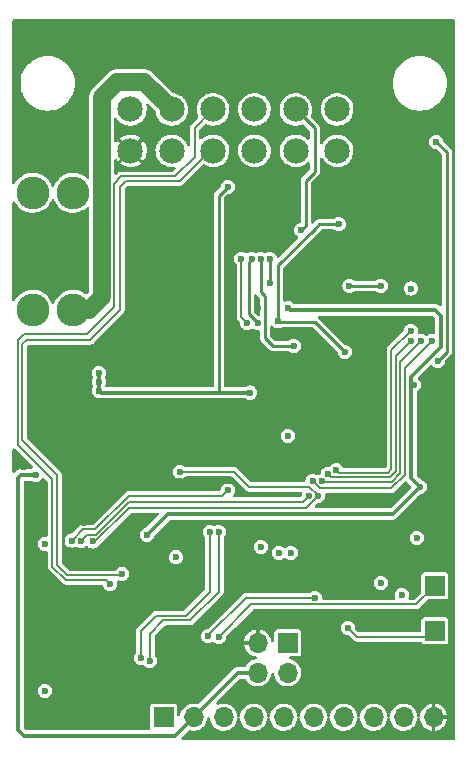
<source format=gbl>
G04 #@! TF.GenerationSoftware,KiCad,Pcbnew,6.0.4-6f826c9f35~116~ubuntu18.04.1*
G04 #@! TF.CreationDate,2022-04-10T17:08:25+03:00*
G04 #@! TF.ProjectId,wideband_controller,77696465-6261-46e6-945f-636f6e74726f,rev?*
G04 #@! TF.SameCoordinates,Original*
G04 #@! TF.FileFunction,Copper,L4,Bot*
G04 #@! TF.FilePolarity,Positive*
%FSLAX46Y46*%
G04 Gerber Fmt 4.6, Leading zero omitted, Abs format (unit mm)*
G04 Created by KiCad (PCBNEW 6.0.4-6f826c9f35~116~ubuntu18.04.1) date 2022-04-10 17:08:25*
%MOMM*%
%LPD*%
G01*
G04 APERTURE LIST*
G04 #@! TA.AperFunction,ComponentPad*
%ADD10C,2.150000*%
G04 #@! TD*
G04 #@! TA.AperFunction,ComponentPad*
%ADD11R,1.700000X1.700000*%
G04 #@! TD*
G04 #@! TA.AperFunction,ComponentPad*
%ADD12C,2.780000*%
G04 #@! TD*
G04 #@! TA.AperFunction,ComponentPad*
%ADD13O,1.700000X1.700000*%
G04 #@! TD*
G04 #@! TA.AperFunction,ViaPad*
%ADD14C,0.600000*%
G04 #@! TD*
G04 #@! TA.AperFunction,Conductor*
%ADD15C,0.250000*%
G04 #@! TD*
G04 #@! TA.AperFunction,Conductor*
%ADD16C,0.375000*%
G04 #@! TD*
G04 #@! TA.AperFunction,Conductor*
%ADD17C,0.203200*%
G04 #@! TD*
G04 #@! TA.AperFunction,Conductor*
%ADD18C,1.500000*%
G04 #@! TD*
G04 APERTURE END LIST*
D10*
X135750000Y-63500000D03*
X132250000Y-63500000D03*
X128750000Y-63500000D03*
X125250000Y-63500000D03*
X121750000Y-63500000D03*
X118250000Y-63500000D03*
X135750000Y-60000000D03*
X132250000Y-60000000D03*
X128750000Y-60000000D03*
X125250000Y-60000000D03*
X121750000Y-60000000D03*
X118250000Y-60000000D03*
D11*
X144018000Y-100330000D03*
D12*
X109982000Y-76962000D03*
X113382000Y-76962000D03*
X113382000Y-67042000D03*
X109982000Y-67042000D03*
D11*
X131572000Y-105156000D03*
D13*
X131572000Y-107696000D03*
X129032000Y-105156000D03*
X129032000Y-107696000D03*
D11*
X121056400Y-111455200D03*
D13*
X123596400Y-111455200D03*
X126136400Y-111455200D03*
X128676400Y-111455200D03*
X131216400Y-111455200D03*
X133756400Y-111455200D03*
X136296400Y-111455200D03*
X138836400Y-111455200D03*
X141376400Y-111455200D03*
X143916400Y-111455200D03*
D11*
X144018000Y-104140000D03*
D14*
X145034000Y-108458000D03*
X126492000Y-91440000D03*
X129286000Y-100076000D03*
X125984000Y-85852000D03*
X142240000Y-53340000D03*
X143510000Y-102362000D03*
X129286000Y-90424000D03*
X113284000Y-86868000D03*
X139700000Y-97282000D03*
X122682000Y-61722000D03*
X140970000Y-98552000D03*
X122936000Y-108204000D03*
X123698000Y-66040000D03*
X140462000Y-108458000D03*
X120396000Y-85598000D03*
X120904000Y-74676000D03*
X141986000Y-108458000D03*
X132842000Y-103124000D03*
X127381000Y-65913000D03*
X137922000Y-76200000D03*
X129032000Y-76794000D03*
X126746000Y-96774000D03*
X119634000Y-85598000D03*
X120396000Y-108204000D03*
X123952000Y-74422000D03*
X130683000Y-81661000D03*
X142748000Y-92964000D03*
X131318000Y-61722000D03*
X132080000Y-78994000D03*
X117348000Y-85598000D03*
X138176000Y-95250000D03*
X122936000Y-107188000D03*
X139954000Y-62484000D03*
X132334000Y-83566000D03*
X136652000Y-108458000D03*
X121666000Y-109220000D03*
X121412000Y-79756000D03*
X109220000Y-64262000D03*
X138176000Y-96520000D03*
X137414000Y-77724000D03*
X144272000Y-87884000D03*
X122428000Y-91440000D03*
X118807000Y-97155000D03*
X137541000Y-112776000D03*
X135001000Y-112776000D03*
X130683000Y-83566000D03*
X131826000Y-100076000D03*
X140081000Y-112776000D03*
X120904000Y-76200000D03*
X108712000Y-74930000D03*
X137668000Y-92710000D03*
X111760000Y-86868000D03*
X108712000Y-72390000D03*
X110998000Y-95758000D03*
X127000000Y-53340000D03*
X144780000Y-102362000D03*
X143002000Y-87884000D03*
X109728000Y-103378000D03*
X143764000Y-90170000D03*
X126746000Y-95758000D03*
X125476000Y-107188000D03*
X130302000Y-88900000D03*
X127254000Y-100076000D03*
X136271000Y-92710000D03*
X115570000Y-103378000D03*
X119380000Y-53340000D03*
X123698000Y-73406000D03*
X124841000Y-112776000D03*
X109220000Y-61468000D03*
X120396000Y-109220000D03*
X129794000Y-61722000D03*
X129921000Y-112776000D03*
X133350000Y-80518000D03*
X136652000Y-105918000D03*
X124460000Y-85852000D03*
X124460000Y-53340000D03*
X108712000Y-70104000D03*
X127381000Y-71755000D03*
X121666000Y-108204000D03*
X131064000Y-65024000D03*
X108712000Y-73660000D03*
X143510000Y-108458000D03*
X122109000Y-101473000D03*
X110998000Y-94742000D03*
X115570000Y-80772000D03*
X130302000Y-103124000D03*
X136144000Y-82169000D03*
X129032000Y-103124000D03*
X124206000Y-108204000D03*
X130302000Y-87376000D03*
X128016000Y-61722000D03*
X122936000Y-109220000D03*
X124206000Y-107188000D03*
X145288000Y-112776000D03*
X141986000Y-73406000D03*
X108712000Y-71247000D03*
X141224000Y-106738200D03*
X138938000Y-108458000D03*
X131826000Y-88900000D03*
X142776000Y-64897000D03*
X118807000Y-102235000D03*
X113792000Y-103378000D03*
X114300000Y-94996000D03*
X134620000Y-53340000D03*
X114300000Y-53340000D03*
X112760000Y-94046000D03*
X132842000Y-95758000D03*
X109204000Y-90236000D03*
X133858000Y-95758000D03*
X127000000Y-58674000D03*
X121158000Y-85598000D03*
X142621000Y-112776000D03*
X138938000Y-107188000D03*
X116967000Y-103378000D03*
X128524000Y-81534000D03*
X130302000Y-85852000D03*
X129540000Y-53340000D03*
X128397000Y-86517250D03*
X118872000Y-85598000D03*
X139954000Y-64008000D03*
X110998000Y-86868000D03*
X133350000Y-90551000D03*
X118110000Y-85598000D03*
X139700000Y-53340000D03*
X116586000Y-85598000D03*
X128524000Y-82804000D03*
X119634000Y-94949976D03*
X123190000Y-80264000D03*
X127381000Y-112776000D03*
X131572000Y-103124000D03*
X111506000Y-64262000D03*
X111506000Y-61468000D03*
X110236000Y-86868000D03*
X143002000Y-83820000D03*
X132080000Y-53340000D03*
X109728000Y-104902000D03*
X140462000Y-77724000D03*
X136779000Y-95250000D03*
X116078000Y-109220000D03*
X108712000Y-68834000D03*
X141986000Y-77701000D03*
X132461000Y-112776000D03*
X137160000Y-61722000D03*
X138938000Y-92710000D03*
X143764000Y-88900000D03*
X120142000Y-61722000D03*
X120904000Y-75438000D03*
X130810000Y-100076000D03*
X122936000Y-95758000D03*
X127000000Y-78740000D03*
X111887000Y-103378000D03*
X130683000Y-78994000D03*
X129286000Y-99060000D03*
X137160000Y-53340000D03*
X123698000Y-71882000D03*
X121666000Y-107188000D03*
X121920000Y-53340000D03*
X140970000Y-97282000D03*
X136906000Y-81280000D03*
X118491000Y-103378000D03*
X136652000Y-107188000D03*
X132588000Y-72644000D03*
X112522000Y-86868000D03*
X116840000Y-53340000D03*
X127254000Y-99060000D03*
X111760000Y-53340000D03*
X110998000Y-102362000D03*
X134620000Y-87630000D03*
X141478000Y-62484000D03*
X117348000Y-61722000D03*
X113792000Y-93957000D03*
X113538000Y-109220000D03*
X112268000Y-109220000D03*
X144145000Y-62738000D03*
X144272000Y-81280000D03*
X132715000Y-70231000D03*
X110236000Y-90932000D03*
X115570000Y-83820000D03*
X115570000Y-83058000D03*
X115570000Y-82296000D03*
X126492000Y-66548000D03*
X128397000Y-83977250D03*
X139446000Y-100076000D03*
X129286000Y-97028000D03*
X131572000Y-87630000D03*
X142494000Y-96266000D03*
X131826000Y-97536000D03*
X141986000Y-75161000D03*
X110998000Y-109220000D03*
X141224000Y-101092000D03*
X122109000Y-97917000D03*
X110998000Y-96774000D03*
X130810000Y-97536000D03*
X125730000Y-104648000D03*
X134475858Y-91462910D03*
X142875000Y-79629000D03*
X134114603Y-92710000D03*
X115062000Y-96578200D03*
X122428000Y-90675397D03*
X119126000Y-106426000D03*
X124968000Y-95758000D03*
X125732603Y-95758000D03*
X119890603Y-106680000D03*
X136652000Y-103886000D03*
X133350000Y-92710000D03*
X114046000Y-96520000D03*
X126492000Y-92204603D03*
X113264636Y-96500636D03*
X119634000Y-96012000D03*
X142748000Y-91948000D03*
X131613000Y-76835000D03*
X142240000Y-83312000D03*
X116521000Y-100203000D03*
X117537000Y-99314000D03*
X129286000Y-72644000D03*
X132080000Y-80010000D03*
X130050603Y-72644000D03*
X130048000Y-74676000D03*
X124841000Y-104589800D03*
X133858000Y-101346000D03*
X143764000Y-79629000D03*
X133667257Y-91455036D03*
X130777116Y-77939063D03*
X135890000Y-69723000D03*
X136398000Y-80518000D03*
X128521397Y-72644000D03*
X129073011Y-78105000D03*
X136794400Y-74930000D03*
X139446000Y-74930000D03*
X141986000Y-79629000D03*
X134940506Y-90855687D03*
X141986000Y-78740000D03*
X135681314Y-90544124D03*
X128143000Y-78105000D03*
X127635000Y-72644000D03*
D15*
X145034000Y-80518000D02*
X145034000Y-63627000D01*
X133858000Y-61608000D02*
X132250000Y-60000000D01*
X133096000Y-69850000D02*
X133096000Y-66040000D01*
X145034000Y-63627000D02*
X144145000Y-62738000D01*
X133096000Y-66040000D02*
X133858000Y-65278000D01*
X144272000Y-81280000D02*
X145034000Y-80518000D01*
X132715000Y-70231000D02*
X133096000Y-69850000D01*
X133858000Y-65278000D02*
X133858000Y-61608000D01*
D16*
X115570000Y-83820000D02*
X115727250Y-83977250D01*
X110236000Y-90932000D02*
X108966000Y-90932000D01*
X127355600Y-107696000D02*
X129032000Y-107696000D01*
X109220000Y-113030000D02*
X122021600Y-113030000D01*
X115727250Y-83977250D02*
X126842750Y-83977250D01*
D15*
X125730000Y-67310000D02*
X126492000Y-66548000D01*
D16*
X115570000Y-82296000D02*
X115570000Y-83820000D01*
X123596400Y-111455200D02*
X127355600Y-107696000D01*
X122021600Y-113030000D02*
X123596400Y-111455200D01*
D15*
X125730000Y-83977250D02*
X125730000Y-67310000D01*
D16*
X108712000Y-91186000D02*
X108712000Y-112522000D01*
X108712000Y-112522000D02*
X109220000Y-113030000D01*
X108966000Y-90932000D02*
X108712000Y-91186000D01*
X126842750Y-83977250D02*
X128397000Y-83977250D01*
D17*
X125730000Y-104648000D02*
X128465789Y-101912211D01*
X128465789Y-101912211D02*
X142435789Y-101912211D01*
X142435789Y-101912211D02*
X144018000Y-100330000D01*
X140381024Y-91508800D02*
X141110180Y-90779644D01*
X141110180Y-81393820D02*
X142875000Y-79629000D01*
X134475858Y-91462910D02*
X134521748Y-91508800D01*
X141110180Y-90779644D02*
X141110180Y-81393820D01*
X134521748Y-91508800D02*
X140381024Y-91508800D01*
X133134744Y-93726000D02*
X118134352Y-93726000D01*
X133916211Y-92944533D02*
X133134744Y-93726000D01*
X134114603Y-92710000D02*
X134114603Y-92673859D01*
X115282152Y-96578200D02*
X115062000Y-96578200D01*
X134114603Y-92710000D02*
X133916211Y-92908392D01*
X126997397Y-90675397D02*
X122428000Y-90675397D01*
X133916211Y-92908392D02*
X133916211Y-92944533D01*
X118134352Y-93726000D02*
X115282152Y-96578200D01*
X133388744Y-91948000D02*
X128270000Y-91948000D01*
X134114603Y-92673859D02*
X133388744Y-91948000D01*
X128270000Y-91948000D02*
X126997397Y-90675397D01*
X124968000Y-100584000D02*
X124947334Y-100563334D01*
X120396000Y-102870000D02*
X122936000Y-102870000D01*
X124947334Y-95778666D02*
X124968000Y-95758000D01*
X122936000Y-102870000D02*
X124968000Y-100838000D01*
X119126000Y-106426000D02*
X119126000Y-104140000D01*
X124947334Y-100563334D02*
X124947334Y-95778666D01*
X119126000Y-104140000D02*
X120396000Y-102870000D01*
X124968000Y-100838000D02*
X124968000Y-100584000D01*
X121037088Y-103257088D02*
X123310912Y-103257088D01*
X123310912Y-103257088D02*
X125730000Y-100838000D01*
X119888000Y-104406176D02*
X121037088Y-103257088D01*
X125730000Y-100838000D02*
X125730000Y-95760603D01*
X125730000Y-95760603D02*
X125732603Y-95758000D01*
X119890603Y-106680000D02*
X119888000Y-106677397D01*
X119888000Y-106677397D02*
X119888000Y-104406176D01*
X137414000Y-104648000D02*
X143510000Y-104648000D01*
X143510000Y-104648000D02*
X144018000Y-104140000D01*
X136652000Y-103886000D02*
X137414000Y-104648000D01*
X132842000Y-93218000D02*
X125476000Y-93218000D01*
X125476000Y-93218000D02*
X125469912Y-93224088D01*
X125469912Y-93224088D02*
X118116088Y-93224088D01*
X133350000Y-92710000D02*
X132842000Y-93218000D01*
X114554000Y-96012000D02*
X114046000Y-96520000D01*
X118116088Y-93224088D02*
X115328176Y-96012000D01*
X115328176Y-96012000D02*
X114554000Y-96012000D01*
X114203061Y-95562211D02*
X115257789Y-95562211D01*
X115257789Y-95562211D02*
X118110000Y-92710000D01*
X125986603Y-92710000D02*
X126492000Y-92204603D01*
X113264636Y-96500636D02*
X114203061Y-95562211D01*
X118110000Y-92710000D02*
X125986603Y-92710000D01*
D16*
X142748000Y-91948000D02*
X140462000Y-94234000D01*
X131740000Y-76962000D02*
X131613000Y-76835000D01*
X141986000Y-91186000D02*
X141986000Y-82643774D01*
X144509388Y-77453388D02*
X144018000Y-76962000D01*
X121412000Y-94234000D02*
X119634000Y-96012000D01*
X141986000Y-82643774D02*
X144509388Y-80120387D01*
X142748000Y-91948000D02*
X141986000Y-91186000D01*
X140462000Y-94234000D02*
X121412000Y-94234000D01*
X144509388Y-80120387D02*
X144509388Y-77453388D01*
X144018000Y-76962000D02*
X131740000Y-76962000D01*
D17*
X123691912Y-61558088D02*
X125250000Y-60000000D01*
X111646180Y-98704356D02*
X111646180Y-91326180D01*
X122021644Y-65672180D02*
X123691912Y-64001912D01*
X116840220Y-66293780D02*
X117461820Y-65672180D01*
X114554000Y-78994000D02*
X116840220Y-76707780D01*
X111646180Y-91326180D02*
X108712000Y-88392000D01*
X116521000Y-100203000D02*
X116140000Y-99822000D01*
X108712000Y-88392000D02*
X108712000Y-79502000D01*
X109220000Y-78994000D02*
X114554000Y-78994000D01*
X108712000Y-79502000D02*
X109220000Y-78994000D01*
X117461820Y-65672180D02*
X122021644Y-65672180D01*
X112763824Y-99822000D02*
X111646180Y-98704356D01*
X116840220Y-76707780D02*
X116840220Y-66293780D01*
X123691912Y-64001912D02*
X123691912Y-61558088D01*
X116140000Y-99822000D02*
X112763824Y-99822000D01*
X124968000Y-63500000D02*
X125250000Y-63500000D01*
X117348000Y-66548000D02*
X117856000Y-66040000D01*
X112014000Y-90932000D02*
X109079820Y-87997820D01*
X117348000Y-76962000D02*
X117348000Y-66548000D01*
X109079820Y-79896180D02*
X109474000Y-79502000D01*
X112014000Y-98552000D02*
X112014000Y-90932000D01*
X117856000Y-66040000D02*
X122428000Y-66040000D01*
X122428000Y-66040000D02*
X124968000Y-63500000D01*
X117537000Y-99314000D02*
X117396820Y-99454180D01*
X109474000Y-79502000D02*
X114808000Y-79502000D01*
X114808000Y-79502000D02*
X117348000Y-76962000D01*
X109079820Y-87997820D02*
X109079820Y-79896180D01*
X117396820Y-99454180D02*
X112916180Y-99454180D01*
X112916180Y-99454180D02*
X112014000Y-98552000D01*
D15*
X129667000Y-75819000D02*
X129286000Y-75438000D01*
X129662611Y-75823389D02*
X129667000Y-75819000D01*
X129662611Y-79370611D02*
X129662611Y-75823389D01*
X129286000Y-75438000D02*
X129286000Y-72644000D01*
X130302000Y-80010000D02*
X129662611Y-79370611D01*
X132080000Y-80010000D02*
X130302000Y-80010000D01*
X130050603Y-74673397D02*
X130050603Y-72644000D01*
X130048000Y-74676000D02*
X130050603Y-74673397D01*
D17*
X124841000Y-104521000D02*
X128016000Y-101346000D01*
X128016000Y-101346000D02*
X133858000Y-101346000D01*
X124841000Y-104589800D02*
X124841000Y-104521000D01*
X141478000Y-90932000D02*
X140335000Y-92075000D01*
X140335000Y-92075000D02*
X134287220Y-92075000D01*
X141478000Y-81915000D02*
X141478000Y-90932000D01*
X134287220Y-92075000D02*
X133667257Y-91455036D01*
X143764000Y-79629000D02*
X141478000Y-81915000D01*
D15*
X135890000Y-69723000D02*
X134239000Y-69723000D01*
X134239000Y-69723000D02*
X133858000Y-70104000D01*
X136398000Y-80518000D02*
X133858000Y-77978000D01*
X130777116Y-77939063D02*
X130777116Y-73184884D01*
X130816053Y-77978000D02*
X133858000Y-77978000D01*
X130777116Y-77939063D02*
X130816053Y-77978000D01*
X130777116Y-73184884D02*
X133858000Y-70104000D01*
D18*
X115824000Y-75854179D02*
X115824000Y-58928000D01*
X114716179Y-76962000D02*
X115824000Y-75854179D01*
X117094000Y-57658000D02*
X119408000Y-57658000D01*
X115824000Y-58928000D02*
X117094000Y-57658000D01*
X114716179Y-76962000D02*
X113382000Y-76962000D01*
X119408000Y-57658000D02*
X121750000Y-60000000D01*
D15*
X128270000Y-72895397D02*
X128521397Y-72644000D01*
X128270000Y-77301989D02*
X128270000Y-72895397D01*
X129073011Y-78105000D02*
X128270000Y-77301989D01*
X136794400Y-74930000D02*
X139446000Y-74930000D01*
D17*
X140716000Y-90653648D02*
X140716000Y-80899000D01*
X140716000Y-80899000D02*
X141986000Y-79629000D01*
X135195143Y-91110324D02*
X140259324Y-91110324D01*
X140259324Y-91110324D02*
X140716000Y-90653648D01*
X134940506Y-90855687D02*
X135195143Y-91110324D01*
X140335000Y-90424000D02*
X140335000Y-80391000D01*
X135879694Y-90742504D02*
X140016496Y-90742504D01*
X140016496Y-90742504D02*
X140335000Y-90424000D01*
X140335000Y-80391000D02*
X141986000Y-78740000D01*
X135681314Y-90544124D02*
X135879694Y-90742504D01*
X128143000Y-78105000D02*
X127635000Y-77597000D01*
X127635000Y-77597000D02*
X127635000Y-72644000D01*
G04 #@! TA.AperFunction,Conductor*
G36*
X145691621Y-52390502D02*
G01*
X145738114Y-52444158D01*
X145749500Y-52496500D01*
X145749500Y-113238500D01*
X145729498Y-113306621D01*
X145675842Y-113353114D01*
X145623500Y-113364500D01*
X122681426Y-113364500D01*
X122613305Y-113344498D01*
X122566812Y-113290842D01*
X122556708Y-113220568D01*
X122586202Y-113155988D01*
X122592331Y-113149405D01*
X123148064Y-112593672D01*
X123210376Y-112559646D01*
X123264967Y-112559874D01*
X123439949Y-112599469D01*
X123439955Y-112599470D01*
X123445586Y-112600744D01*
X123451357Y-112600971D01*
X123451359Y-112600971D01*
X123513389Y-112603408D01*
X123656870Y-112609046D01*
X123662579Y-112608218D01*
X123662583Y-112608218D01*
X123860415Y-112579533D01*
X123860419Y-112579532D01*
X123866130Y-112578704D01*
X123974257Y-112542000D01*
X124060883Y-112512595D01*
X124060888Y-112512593D01*
X124066355Y-112510737D01*
X124072210Y-112507458D01*
X124245795Y-112410246D01*
X124245799Y-112410243D01*
X124250842Y-112407419D01*
X124413412Y-112272212D01*
X124548619Y-112109642D01*
X124551443Y-112104599D01*
X124551446Y-112104595D01*
X124649113Y-111930198D01*
X124649114Y-111930196D01*
X124651937Y-111925155D01*
X124653793Y-111919688D01*
X124653795Y-111919683D01*
X124718047Y-111730400D01*
X124719904Y-111724930D01*
X124732806Y-111635949D01*
X124741490Y-111576060D01*
X124771060Y-111511515D01*
X124830832Y-111473203D01*
X124901829Y-111473287D01*
X124961509Y-111511742D01*
X124990925Y-111576358D01*
X124991915Y-111585895D01*
X124995196Y-111635949D01*
X124996617Y-111641545D01*
X124996618Y-111641550D01*
X125019184Y-111730400D01*
X125047245Y-111840890D01*
X125135769Y-112032914D01*
X125257805Y-112205591D01*
X125409265Y-112353137D01*
X125414061Y-112356342D01*
X125414064Y-112356344D01*
X125557336Y-112452075D01*
X125585077Y-112470611D01*
X125590385Y-112472892D01*
X125590386Y-112472892D01*
X125774050Y-112551800D01*
X125774053Y-112551801D01*
X125779353Y-112554078D01*
X125784982Y-112555352D01*
X125784983Y-112555352D01*
X125979950Y-112599469D01*
X125979953Y-112599469D01*
X125985586Y-112600744D01*
X125991357Y-112600971D01*
X125991359Y-112600971D01*
X126053389Y-112603408D01*
X126196870Y-112609046D01*
X126202579Y-112608218D01*
X126202583Y-112608218D01*
X126400415Y-112579533D01*
X126400419Y-112579532D01*
X126406130Y-112578704D01*
X126514257Y-112542000D01*
X126600883Y-112512595D01*
X126600888Y-112512593D01*
X126606355Y-112510737D01*
X126612210Y-112507458D01*
X126785795Y-112410246D01*
X126785799Y-112410243D01*
X126790842Y-112407419D01*
X126953412Y-112272212D01*
X127088619Y-112109642D01*
X127091443Y-112104599D01*
X127091446Y-112104595D01*
X127189113Y-111930198D01*
X127189114Y-111930196D01*
X127191937Y-111925155D01*
X127193793Y-111919688D01*
X127193795Y-111919683D01*
X127258047Y-111730400D01*
X127259904Y-111724930D01*
X127272806Y-111635949D01*
X127281490Y-111576060D01*
X127311060Y-111511515D01*
X127370832Y-111473203D01*
X127441829Y-111473287D01*
X127501509Y-111511742D01*
X127530925Y-111576358D01*
X127531915Y-111585895D01*
X127535196Y-111635949D01*
X127536617Y-111641545D01*
X127536618Y-111641550D01*
X127559184Y-111730400D01*
X127587245Y-111840890D01*
X127675769Y-112032914D01*
X127797805Y-112205591D01*
X127949265Y-112353137D01*
X127954061Y-112356342D01*
X127954064Y-112356344D01*
X128097336Y-112452075D01*
X128125077Y-112470611D01*
X128130385Y-112472892D01*
X128130386Y-112472892D01*
X128314050Y-112551800D01*
X128314053Y-112551801D01*
X128319353Y-112554078D01*
X128324982Y-112555352D01*
X128324983Y-112555352D01*
X128519950Y-112599469D01*
X128519953Y-112599469D01*
X128525586Y-112600744D01*
X128531357Y-112600971D01*
X128531359Y-112600971D01*
X128593389Y-112603408D01*
X128736870Y-112609046D01*
X128742579Y-112608218D01*
X128742583Y-112608218D01*
X128940415Y-112579533D01*
X128940419Y-112579532D01*
X128946130Y-112578704D01*
X129054257Y-112542000D01*
X129140883Y-112512595D01*
X129140888Y-112512593D01*
X129146355Y-112510737D01*
X129152210Y-112507458D01*
X129325795Y-112410246D01*
X129325799Y-112410243D01*
X129330842Y-112407419D01*
X129493412Y-112272212D01*
X129628619Y-112109642D01*
X129631443Y-112104599D01*
X129631446Y-112104595D01*
X129729113Y-111930198D01*
X129729114Y-111930196D01*
X129731937Y-111925155D01*
X129733793Y-111919688D01*
X129733795Y-111919683D01*
X129798047Y-111730400D01*
X129799904Y-111724930D01*
X129812806Y-111635949D01*
X129821490Y-111576060D01*
X129851060Y-111511515D01*
X129910832Y-111473203D01*
X129981829Y-111473287D01*
X130041509Y-111511742D01*
X130070925Y-111576358D01*
X130071915Y-111585895D01*
X130075196Y-111635949D01*
X130076617Y-111641545D01*
X130076618Y-111641550D01*
X130099184Y-111730400D01*
X130127245Y-111840890D01*
X130215769Y-112032914D01*
X130337805Y-112205591D01*
X130489265Y-112353137D01*
X130494061Y-112356342D01*
X130494064Y-112356344D01*
X130637336Y-112452075D01*
X130665077Y-112470611D01*
X130670385Y-112472892D01*
X130670386Y-112472892D01*
X130854050Y-112551800D01*
X130854053Y-112551801D01*
X130859353Y-112554078D01*
X130864982Y-112555352D01*
X130864983Y-112555352D01*
X131059950Y-112599469D01*
X131059953Y-112599469D01*
X131065586Y-112600744D01*
X131071357Y-112600971D01*
X131071359Y-112600971D01*
X131133389Y-112603408D01*
X131276870Y-112609046D01*
X131282579Y-112608218D01*
X131282583Y-112608218D01*
X131480415Y-112579533D01*
X131480419Y-112579532D01*
X131486130Y-112578704D01*
X131594257Y-112542000D01*
X131680883Y-112512595D01*
X131680888Y-112512593D01*
X131686355Y-112510737D01*
X131692210Y-112507458D01*
X131865795Y-112410246D01*
X131865799Y-112410243D01*
X131870842Y-112407419D01*
X132033412Y-112272212D01*
X132168619Y-112109642D01*
X132171443Y-112104599D01*
X132171446Y-112104595D01*
X132269113Y-111930198D01*
X132269114Y-111930196D01*
X132271937Y-111925155D01*
X132273793Y-111919688D01*
X132273795Y-111919683D01*
X132338047Y-111730400D01*
X132339904Y-111724930D01*
X132352806Y-111635949D01*
X132361490Y-111576060D01*
X132391060Y-111511515D01*
X132450832Y-111473203D01*
X132521829Y-111473287D01*
X132581509Y-111511742D01*
X132610925Y-111576358D01*
X132611915Y-111585895D01*
X132615196Y-111635949D01*
X132616617Y-111641545D01*
X132616618Y-111641550D01*
X132639184Y-111730400D01*
X132667245Y-111840890D01*
X132755769Y-112032914D01*
X132877805Y-112205591D01*
X133029265Y-112353137D01*
X133034061Y-112356342D01*
X133034064Y-112356344D01*
X133177336Y-112452075D01*
X133205077Y-112470611D01*
X133210385Y-112472892D01*
X133210386Y-112472892D01*
X133394050Y-112551800D01*
X133394053Y-112551801D01*
X133399353Y-112554078D01*
X133404982Y-112555352D01*
X133404983Y-112555352D01*
X133599950Y-112599469D01*
X133599953Y-112599469D01*
X133605586Y-112600744D01*
X133611357Y-112600971D01*
X133611359Y-112600971D01*
X133673389Y-112603408D01*
X133816870Y-112609046D01*
X133822579Y-112608218D01*
X133822583Y-112608218D01*
X134020415Y-112579533D01*
X134020419Y-112579532D01*
X134026130Y-112578704D01*
X134134257Y-112542000D01*
X134220883Y-112512595D01*
X134220888Y-112512593D01*
X134226355Y-112510737D01*
X134232210Y-112507458D01*
X134405795Y-112410246D01*
X134405799Y-112410243D01*
X134410842Y-112407419D01*
X134573412Y-112272212D01*
X134708619Y-112109642D01*
X134711443Y-112104599D01*
X134711446Y-112104595D01*
X134809113Y-111930198D01*
X134809114Y-111930196D01*
X134811937Y-111925155D01*
X134813793Y-111919688D01*
X134813795Y-111919683D01*
X134878047Y-111730400D01*
X134879904Y-111724930D01*
X134892806Y-111635949D01*
X134901490Y-111576060D01*
X134931060Y-111511515D01*
X134990832Y-111473203D01*
X135061829Y-111473287D01*
X135121509Y-111511742D01*
X135150925Y-111576358D01*
X135151915Y-111585895D01*
X135155196Y-111635949D01*
X135156617Y-111641545D01*
X135156618Y-111641550D01*
X135179184Y-111730400D01*
X135207245Y-111840890D01*
X135295769Y-112032914D01*
X135417805Y-112205591D01*
X135569265Y-112353137D01*
X135574061Y-112356342D01*
X135574064Y-112356344D01*
X135717336Y-112452075D01*
X135745077Y-112470611D01*
X135750385Y-112472892D01*
X135750386Y-112472892D01*
X135934050Y-112551800D01*
X135934053Y-112551801D01*
X135939353Y-112554078D01*
X135944982Y-112555352D01*
X135944983Y-112555352D01*
X136139950Y-112599469D01*
X136139953Y-112599469D01*
X136145586Y-112600744D01*
X136151357Y-112600971D01*
X136151359Y-112600971D01*
X136213389Y-112603408D01*
X136356870Y-112609046D01*
X136362579Y-112608218D01*
X136362583Y-112608218D01*
X136560415Y-112579533D01*
X136560419Y-112579532D01*
X136566130Y-112578704D01*
X136674257Y-112542000D01*
X136760883Y-112512595D01*
X136760888Y-112512593D01*
X136766355Y-112510737D01*
X136772210Y-112507458D01*
X136945795Y-112410246D01*
X136945799Y-112410243D01*
X136950842Y-112407419D01*
X137113412Y-112272212D01*
X137248619Y-112109642D01*
X137251443Y-112104599D01*
X137251446Y-112104595D01*
X137349113Y-111930198D01*
X137349114Y-111930196D01*
X137351937Y-111925155D01*
X137353793Y-111919688D01*
X137353795Y-111919683D01*
X137418047Y-111730400D01*
X137419904Y-111724930D01*
X137432806Y-111635949D01*
X137441490Y-111576060D01*
X137471060Y-111511515D01*
X137530832Y-111473203D01*
X137601829Y-111473287D01*
X137661509Y-111511742D01*
X137690925Y-111576358D01*
X137691915Y-111585895D01*
X137695196Y-111635949D01*
X137696617Y-111641545D01*
X137696618Y-111641550D01*
X137719184Y-111730400D01*
X137747245Y-111840890D01*
X137835769Y-112032914D01*
X137957805Y-112205591D01*
X138109265Y-112353137D01*
X138114061Y-112356342D01*
X138114064Y-112356344D01*
X138257336Y-112452075D01*
X138285077Y-112470611D01*
X138290385Y-112472892D01*
X138290386Y-112472892D01*
X138474050Y-112551800D01*
X138474053Y-112551801D01*
X138479353Y-112554078D01*
X138484982Y-112555352D01*
X138484983Y-112555352D01*
X138679950Y-112599469D01*
X138679953Y-112599469D01*
X138685586Y-112600744D01*
X138691357Y-112600971D01*
X138691359Y-112600971D01*
X138753389Y-112603408D01*
X138896870Y-112609046D01*
X138902579Y-112608218D01*
X138902583Y-112608218D01*
X139100415Y-112579533D01*
X139100419Y-112579532D01*
X139106130Y-112578704D01*
X139214257Y-112542000D01*
X139300883Y-112512595D01*
X139300888Y-112512593D01*
X139306355Y-112510737D01*
X139312210Y-112507458D01*
X139485795Y-112410246D01*
X139485799Y-112410243D01*
X139490842Y-112407419D01*
X139653412Y-112272212D01*
X139788619Y-112109642D01*
X139791443Y-112104599D01*
X139791446Y-112104595D01*
X139889113Y-111930198D01*
X139889114Y-111930196D01*
X139891937Y-111925155D01*
X139893793Y-111919688D01*
X139893795Y-111919683D01*
X139958047Y-111730400D01*
X139959904Y-111724930D01*
X139972806Y-111635949D01*
X139981490Y-111576060D01*
X140011060Y-111511515D01*
X140070832Y-111473203D01*
X140141829Y-111473287D01*
X140201509Y-111511742D01*
X140230925Y-111576358D01*
X140231915Y-111585895D01*
X140235196Y-111635949D01*
X140236617Y-111641545D01*
X140236618Y-111641550D01*
X140259184Y-111730400D01*
X140287245Y-111840890D01*
X140375769Y-112032914D01*
X140497805Y-112205591D01*
X140649265Y-112353137D01*
X140654061Y-112356342D01*
X140654064Y-112356344D01*
X140797336Y-112452075D01*
X140825077Y-112470611D01*
X140830385Y-112472892D01*
X140830386Y-112472892D01*
X141014050Y-112551800D01*
X141014053Y-112551801D01*
X141019353Y-112554078D01*
X141024982Y-112555352D01*
X141024983Y-112555352D01*
X141219950Y-112599469D01*
X141219953Y-112599469D01*
X141225586Y-112600744D01*
X141231357Y-112600971D01*
X141231359Y-112600971D01*
X141293389Y-112603408D01*
X141436870Y-112609046D01*
X141442579Y-112608218D01*
X141442583Y-112608218D01*
X141640415Y-112579533D01*
X141640419Y-112579532D01*
X141646130Y-112578704D01*
X141754257Y-112542000D01*
X141840883Y-112512595D01*
X141840888Y-112512593D01*
X141846355Y-112510737D01*
X141852210Y-112507458D01*
X142025795Y-112410246D01*
X142025799Y-112410243D01*
X142030842Y-112407419D01*
X142193412Y-112272212D01*
X142328619Y-112109642D01*
X142331443Y-112104599D01*
X142331446Y-112104595D01*
X142429113Y-111930198D01*
X142429114Y-111930196D01*
X142431937Y-111925155D01*
X142433793Y-111919688D01*
X142433795Y-111919683D01*
X142498047Y-111730400D01*
X142499904Y-111724930D01*
X142516686Y-111609193D01*
X142521835Y-111573679D01*
X142551405Y-111509134D01*
X142611177Y-111470822D01*
X142682174Y-111470906D01*
X142741854Y-111509361D01*
X142771270Y-111573977D01*
X142772261Y-111583520D01*
X142775314Y-111630102D01*
X142777115Y-111641472D01*
X142826296Y-111835123D01*
X142830137Y-111845969D01*
X142913786Y-112027418D01*
X142919537Y-112037379D01*
X143034855Y-112200550D01*
X143042321Y-112209292D01*
X143185447Y-112348720D01*
X143194381Y-112355954D01*
X143360512Y-112466960D01*
X143370625Y-112472451D01*
X143554205Y-112551323D01*
X143565138Y-112554875D01*
X143755100Y-112597858D01*
X143763700Y-112595691D01*
X143764066Y-112595300D01*
X143766400Y-112585491D01*
X143766400Y-112577444D01*
X144066400Y-112577444D01*
X144070366Y-112590950D01*
X144084366Y-112592954D01*
X144180298Y-112579045D01*
X144191481Y-112576360D01*
X144380683Y-112512134D01*
X144391186Y-112507458D01*
X144565524Y-112409825D01*
X144574996Y-112403315D01*
X144728619Y-112275548D01*
X144736748Y-112267419D01*
X144864515Y-112113796D01*
X144871025Y-112104324D01*
X144968658Y-111929986D01*
X144973334Y-111919483D01*
X145037560Y-111730281D01*
X145040245Y-111719098D01*
X145054159Y-111623129D01*
X145052173Y-111609193D01*
X145038605Y-111605200D01*
X144084515Y-111605200D01*
X144069276Y-111609675D01*
X144068071Y-111611065D01*
X144066400Y-111618748D01*
X144066400Y-112577444D01*
X143766400Y-112577444D01*
X143766400Y-111287085D01*
X144066400Y-111287085D01*
X144070875Y-111302324D01*
X144072265Y-111303529D01*
X144079948Y-111305200D01*
X145039429Y-111305200D01*
X145053974Y-111300929D01*
X145056037Y-111288795D01*
X145052517Y-111250485D01*
X145050420Y-111239171D01*
X144996185Y-111046870D01*
X144992063Y-111036131D01*
X144903692Y-110856933D01*
X144897682Y-110847125D01*
X144778131Y-110687027D01*
X144770441Y-110678487D01*
X144623715Y-110542854D01*
X144614590Y-110535853D01*
X144445609Y-110429234D01*
X144435365Y-110424014D01*
X144249785Y-110349975D01*
X144238747Y-110346705D01*
X144084170Y-110315959D01*
X144071294Y-110317111D01*
X144066400Y-110332264D01*
X144066400Y-111287085D01*
X143766400Y-111287085D01*
X143766400Y-110332152D01*
X143762594Y-110319190D01*
X143747679Y-110317254D01*
X143623180Y-110338647D01*
X143612060Y-110341627D01*
X143424607Y-110410782D01*
X143414229Y-110415732D01*
X143242519Y-110517888D01*
X143233207Y-110524653D01*
X143082987Y-110656394D01*
X143075070Y-110664737D01*
X142951375Y-110821643D01*
X142945104Y-110831300D01*
X142852079Y-111008112D01*
X142847673Y-111018749D01*
X142788425Y-111209556D01*
X142786032Y-111220814D01*
X142771708Y-111341834D01*
X142743837Y-111407132D01*
X142685089Y-111446995D01*
X142614114Y-111448769D01*
X142553448Y-111411890D01*
X142522350Y-111348066D01*
X142521112Y-111338566D01*
X142512481Y-111244640D01*
X142505762Y-111220814D01*
X142495090Y-111182975D01*
X142455086Y-111041131D01*
X142444049Y-111018749D01*
X142364119Y-110856669D01*
X142361565Y-110851490D01*
X142235051Y-110682067D01*
X142107636Y-110564286D01*
X142084022Y-110542457D01*
X142084020Y-110542455D01*
X142079781Y-110538537D01*
X142051096Y-110520438D01*
X141905834Y-110428784D01*
X141905833Y-110428784D01*
X141900954Y-110425705D01*
X141704560Y-110347352D01*
X141698903Y-110346227D01*
X141698897Y-110346225D01*
X141502842Y-110307228D01*
X141502840Y-110307228D01*
X141497175Y-110306101D01*
X141491400Y-110306025D01*
X141491396Y-110306025D01*
X141385376Y-110304637D01*
X141285746Y-110303333D01*
X141280049Y-110304312D01*
X141280048Y-110304312D01*
X141083050Y-110338162D01*
X141083049Y-110338162D01*
X141077353Y-110339141D01*
X140878975Y-110412327D01*
X140874014Y-110415279D01*
X140874013Y-110415279D01*
X140827953Y-110442682D01*
X140697256Y-110520438D01*
X140538281Y-110659855D01*
X140407376Y-110825908D01*
X140404687Y-110831019D01*
X140404685Y-110831022D01*
X140391192Y-110856669D01*
X140308923Y-111013036D01*
X140246220Y-111214973D01*
X140245541Y-111220710D01*
X140231488Y-111339439D01*
X140203617Y-111404737D01*
X140144869Y-111444601D01*
X140073894Y-111446374D01*
X140013228Y-111409495D01*
X139982130Y-111345671D01*
X139980890Y-111336158D01*
X139978046Y-111305200D01*
X139972481Y-111244640D01*
X139965762Y-111220814D01*
X139955090Y-111182975D01*
X139915086Y-111041131D01*
X139904049Y-111018749D01*
X139824119Y-110856669D01*
X139821565Y-110851490D01*
X139695051Y-110682067D01*
X139567636Y-110564286D01*
X139544022Y-110542457D01*
X139544020Y-110542455D01*
X139539781Y-110538537D01*
X139511096Y-110520438D01*
X139365834Y-110428784D01*
X139365833Y-110428784D01*
X139360954Y-110425705D01*
X139164560Y-110347352D01*
X139158903Y-110346227D01*
X139158897Y-110346225D01*
X138962842Y-110307228D01*
X138962840Y-110307228D01*
X138957175Y-110306101D01*
X138951400Y-110306025D01*
X138951396Y-110306025D01*
X138845376Y-110304637D01*
X138745746Y-110303333D01*
X138740049Y-110304312D01*
X138740048Y-110304312D01*
X138543050Y-110338162D01*
X138543049Y-110338162D01*
X138537353Y-110339141D01*
X138338975Y-110412327D01*
X138334014Y-110415279D01*
X138334013Y-110415279D01*
X138287953Y-110442682D01*
X138157256Y-110520438D01*
X137998281Y-110659855D01*
X137867376Y-110825908D01*
X137864687Y-110831019D01*
X137864685Y-110831022D01*
X137851192Y-110856669D01*
X137768923Y-111013036D01*
X137706220Y-111214973D01*
X137705541Y-111220710D01*
X137691488Y-111339439D01*
X137663617Y-111404737D01*
X137604869Y-111444601D01*
X137533894Y-111446374D01*
X137473228Y-111409495D01*
X137442130Y-111345671D01*
X137440890Y-111336158D01*
X137438046Y-111305200D01*
X137432481Y-111244640D01*
X137425762Y-111220814D01*
X137415090Y-111182975D01*
X137375086Y-111041131D01*
X137364049Y-111018749D01*
X137284119Y-110856669D01*
X137281565Y-110851490D01*
X137155051Y-110682067D01*
X137027636Y-110564286D01*
X137004022Y-110542457D01*
X137004020Y-110542455D01*
X136999781Y-110538537D01*
X136971096Y-110520438D01*
X136825834Y-110428784D01*
X136825833Y-110428784D01*
X136820954Y-110425705D01*
X136624560Y-110347352D01*
X136618903Y-110346227D01*
X136618897Y-110346225D01*
X136422842Y-110307228D01*
X136422840Y-110307228D01*
X136417175Y-110306101D01*
X136411400Y-110306025D01*
X136411396Y-110306025D01*
X136305376Y-110304637D01*
X136205746Y-110303333D01*
X136200049Y-110304312D01*
X136200048Y-110304312D01*
X136003050Y-110338162D01*
X136003049Y-110338162D01*
X135997353Y-110339141D01*
X135798975Y-110412327D01*
X135794014Y-110415279D01*
X135794013Y-110415279D01*
X135747953Y-110442682D01*
X135617256Y-110520438D01*
X135458281Y-110659855D01*
X135327376Y-110825908D01*
X135324687Y-110831019D01*
X135324685Y-110831022D01*
X135311192Y-110856669D01*
X135228923Y-111013036D01*
X135166220Y-111214973D01*
X135165541Y-111220710D01*
X135151488Y-111339439D01*
X135123617Y-111404737D01*
X135064869Y-111444601D01*
X134993894Y-111446374D01*
X134933228Y-111409495D01*
X134902130Y-111345671D01*
X134900890Y-111336158D01*
X134898046Y-111305200D01*
X134892481Y-111244640D01*
X134885762Y-111220814D01*
X134875090Y-111182975D01*
X134835086Y-111041131D01*
X134824049Y-111018749D01*
X134744119Y-110856669D01*
X134741565Y-110851490D01*
X134615051Y-110682067D01*
X134487636Y-110564286D01*
X134464022Y-110542457D01*
X134464020Y-110542455D01*
X134459781Y-110538537D01*
X134431096Y-110520438D01*
X134285834Y-110428784D01*
X134285833Y-110428784D01*
X134280954Y-110425705D01*
X134084560Y-110347352D01*
X134078903Y-110346227D01*
X134078897Y-110346225D01*
X133882842Y-110307228D01*
X133882840Y-110307228D01*
X133877175Y-110306101D01*
X133871400Y-110306025D01*
X133871396Y-110306025D01*
X133765376Y-110304637D01*
X133665746Y-110303333D01*
X133660049Y-110304312D01*
X133660048Y-110304312D01*
X133463050Y-110338162D01*
X133463049Y-110338162D01*
X133457353Y-110339141D01*
X133258975Y-110412327D01*
X133254014Y-110415279D01*
X133254013Y-110415279D01*
X133207953Y-110442682D01*
X133077256Y-110520438D01*
X132918281Y-110659855D01*
X132787376Y-110825908D01*
X132784687Y-110831019D01*
X132784685Y-110831022D01*
X132771192Y-110856669D01*
X132688923Y-111013036D01*
X132626220Y-111214973D01*
X132625541Y-111220710D01*
X132611488Y-111339439D01*
X132583617Y-111404737D01*
X132524869Y-111444601D01*
X132453894Y-111446374D01*
X132393228Y-111409495D01*
X132362130Y-111345671D01*
X132360890Y-111336158D01*
X132358046Y-111305200D01*
X132352481Y-111244640D01*
X132345762Y-111220814D01*
X132335090Y-111182975D01*
X132295086Y-111041131D01*
X132284049Y-111018749D01*
X132204119Y-110856669D01*
X132201565Y-110851490D01*
X132075051Y-110682067D01*
X131947636Y-110564286D01*
X131924022Y-110542457D01*
X131924020Y-110542455D01*
X131919781Y-110538537D01*
X131891096Y-110520438D01*
X131745834Y-110428784D01*
X131745833Y-110428784D01*
X131740954Y-110425705D01*
X131544560Y-110347352D01*
X131538903Y-110346227D01*
X131538897Y-110346225D01*
X131342842Y-110307228D01*
X131342840Y-110307228D01*
X131337175Y-110306101D01*
X131331400Y-110306025D01*
X131331396Y-110306025D01*
X131225376Y-110304637D01*
X131125746Y-110303333D01*
X131120049Y-110304312D01*
X131120048Y-110304312D01*
X130923050Y-110338162D01*
X130923049Y-110338162D01*
X130917353Y-110339141D01*
X130718975Y-110412327D01*
X130714014Y-110415279D01*
X130714013Y-110415279D01*
X130667953Y-110442682D01*
X130537256Y-110520438D01*
X130378281Y-110659855D01*
X130247376Y-110825908D01*
X130244687Y-110831019D01*
X130244685Y-110831022D01*
X130231192Y-110856669D01*
X130148923Y-111013036D01*
X130086220Y-111214973D01*
X130085541Y-111220710D01*
X130071488Y-111339439D01*
X130043617Y-111404737D01*
X129984869Y-111444601D01*
X129913894Y-111446374D01*
X129853228Y-111409495D01*
X129822130Y-111345671D01*
X129820890Y-111336158D01*
X129818046Y-111305200D01*
X129812481Y-111244640D01*
X129805762Y-111220814D01*
X129795090Y-111182975D01*
X129755086Y-111041131D01*
X129744049Y-111018749D01*
X129664119Y-110856669D01*
X129661565Y-110851490D01*
X129535051Y-110682067D01*
X129407636Y-110564286D01*
X129384022Y-110542457D01*
X129384020Y-110542455D01*
X129379781Y-110538537D01*
X129351096Y-110520438D01*
X129205834Y-110428784D01*
X129205833Y-110428784D01*
X129200954Y-110425705D01*
X129004560Y-110347352D01*
X128998903Y-110346227D01*
X128998897Y-110346225D01*
X128802842Y-110307228D01*
X128802840Y-110307228D01*
X128797175Y-110306101D01*
X128791400Y-110306025D01*
X128791396Y-110306025D01*
X128685376Y-110304637D01*
X128585746Y-110303333D01*
X128580049Y-110304312D01*
X128580048Y-110304312D01*
X128383050Y-110338162D01*
X128383049Y-110338162D01*
X128377353Y-110339141D01*
X128178975Y-110412327D01*
X128174014Y-110415279D01*
X128174013Y-110415279D01*
X128127953Y-110442682D01*
X127997256Y-110520438D01*
X127838281Y-110659855D01*
X127707376Y-110825908D01*
X127704687Y-110831019D01*
X127704685Y-110831022D01*
X127691192Y-110856669D01*
X127608923Y-111013036D01*
X127546220Y-111214973D01*
X127545541Y-111220710D01*
X127531488Y-111339439D01*
X127503617Y-111404737D01*
X127444869Y-111444601D01*
X127373894Y-111446374D01*
X127313228Y-111409495D01*
X127282130Y-111345671D01*
X127280890Y-111336158D01*
X127278046Y-111305200D01*
X127272481Y-111244640D01*
X127265762Y-111220814D01*
X127255090Y-111182975D01*
X127215086Y-111041131D01*
X127204049Y-111018749D01*
X127124119Y-110856669D01*
X127121565Y-110851490D01*
X126995051Y-110682067D01*
X126867636Y-110564286D01*
X126844022Y-110542457D01*
X126844020Y-110542455D01*
X126839781Y-110538537D01*
X126811096Y-110520438D01*
X126665834Y-110428784D01*
X126665833Y-110428784D01*
X126660954Y-110425705D01*
X126464560Y-110347352D01*
X126458903Y-110346227D01*
X126458897Y-110346225D01*
X126262842Y-110307228D01*
X126262840Y-110307228D01*
X126257175Y-110306101D01*
X126251400Y-110306025D01*
X126251396Y-110306025D01*
X126145376Y-110304637D01*
X126045746Y-110303333D01*
X126040049Y-110304312D01*
X126040048Y-110304312D01*
X125843050Y-110338162D01*
X125843049Y-110338162D01*
X125837353Y-110339141D01*
X125745870Y-110372891D01*
X125687221Y-110394528D01*
X125616388Y-110399340D01*
X125554197Y-110365093D01*
X125520395Y-110302660D01*
X125525712Y-110231863D01*
X125554515Y-110187221D01*
X126212345Y-109529392D01*
X127520832Y-108220905D01*
X127583144Y-108186879D01*
X127609927Y-108184000D01*
X127909352Y-108184000D01*
X127977473Y-108204002D01*
X128023777Y-108257246D01*
X128031369Y-108273714D01*
X128153405Y-108446391D01*
X128304865Y-108593937D01*
X128309661Y-108597142D01*
X128309664Y-108597144D01*
X128452081Y-108692304D01*
X128480677Y-108711411D01*
X128485985Y-108713692D01*
X128485986Y-108713692D01*
X128669650Y-108792600D01*
X128669653Y-108792601D01*
X128674953Y-108794878D01*
X128680582Y-108796152D01*
X128680583Y-108796152D01*
X128875550Y-108840269D01*
X128875553Y-108840269D01*
X128881186Y-108841544D01*
X128886957Y-108841771D01*
X128886959Y-108841771D01*
X128948989Y-108844208D01*
X129092470Y-108849846D01*
X129098179Y-108849018D01*
X129098183Y-108849018D01*
X129296015Y-108820333D01*
X129296019Y-108820332D01*
X129301730Y-108819504D01*
X129398383Y-108786695D01*
X129496483Y-108753395D01*
X129496488Y-108753393D01*
X129501955Y-108751537D01*
X129506998Y-108748713D01*
X129681395Y-108651046D01*
X129681399Y-108651043D01*
X129686442Y-108648219D01*
X129849012Y-108513012D01*
X129984219Y-108350442D01*
X129987043Y-108345399D01*
X129987046Y-108345395D01*
X130084713Y-108170998D01*
X130084714Y-108170996D01*
X130087537Y-108165955D01*
X130089393Y-108160488D01*
X130089395Y-108160483D01*
X130153647Y-107971200D01*
X130155504Y-107965730D01*
X130168406Y-107876749D01*
X130177090Y-107816860D01*
X130206660Y-107752315D01*
X130266432Y-107714003D01*
X130337429Y-107714087D01*
X130397109Y-107752542D01*
X130426525Y-107817158D01*
X130427515Y-107826695D01*
X130430796Y-107876749D01*
X130432217Y-107882345D01*
X130432218Y-107882350D01*
X130454784Y-107971200D01*
X130482845Y-108081690D01*
X130571369Y-108273714D01*
X130693405Y-108446391D01*
X130844865Y-108593937D01*
X130849661Y-108597142D01*
X130849664Y-108597144D01*
X130992081Y-108692304D01*
X131020677Y-108711411D01*
X131025985Y-108713692D01*
X131025986Y-108713692D01*
X131209650Y-108792600D01*
X131209653Y-108792601D01*
X131214953Y-108794878D01*
X131220582Y-108796152D01*
X131220583Y-108796152D01*
X131415550Y-108840269D01*
X131415553Y-108840269D01*
X131421186Y-108841544D01*
X131426957Y-108841771D01*
X131426959Y-108841771D01*
X131488989Y-108844208D01*
X131632470Y-108849846D01*
X131638179Y-108849018D01*
X131638183Y-108849018D01*
X131836015Y-108820333D01*
X131836019Y-108820332D01*
X131841730Y-108819504D01*
X131938383Y-108786695D01*
X132036483Y-108753395D01*
X132036488Y-108753393D01*
X132041955Y-108751537D01*
X132046998Y-108748713D01*
X132221395Y-108651046D01*
X132221399Y-108651043D01*
X132226442Y-108648219D01*
X132389012Y-108513012D01*
X132524219Y-108350442D01*
X132527043Y-108345399D01*
X132527046Y-108345395D01*
X132624713Y-108170998D01*
X132624714Y-108170996D01*
X132627537Y-108165955D01*
X132629393Y-108160488D01*
X132629395Y-108160483D01*
X132693647Y-107971200D01*
X132695504Y-107965730D01*
X132709243Y-107870981D01*
X132725314Y-107760140D01*
X132725314Y-107760138D01*
X132725846Y-107756470D01*
X132727429Y-107696000D01*
X132708081Y-107485440D01*
X132650686Y-107281931D01*
X132645998Y-107272423D01*
X132559719Y-107097469D01*
X132557165Y-107092290D01*
X132430651Y-106922867D01*
X132275381Y-106779337D01*
X132096554Y-106666505D01*
X131900160Y-106588152D01*
X131894503Y-106587027D01*
X131894497Y-106587025D01*
X131738916Y-106556079D01*
X131676006Y-106523172D01*
X131640874Y-106461477D01*
X131644674Y-106390582D01*
X131686199Y-106332996D01*
X131752266Y-106307002D01*
X131763497Y-106306500D01*
X132466646Y-106306500D01*
X132470350Y-106306059D01*
X132470353Y-106306059D01*
X132477746Y-106305179D01*
X132492846Y-106303382D01*
X132551282Y-106277426D01*
X132584518Y-106262663D01*
X132595153Y-106257939D01*
X132674241Y-106178713D01*
X132679084Y-106167760D01*
X132715675Y-106084992D01*
X132719506Y-106076327D01*
X132722500Y-106050646D01*
X132722500Y-104261354D01*
X132719382Y-104235154D01*
X132701721Y-104195392D01*
X132678663Y-104143482D01*
X132673939Y-104132847D01*
X132660970Y-104119900D01*
X132603264Y-104062295D01*
X132594713Y-104053759D01*
X132584076Y-104049056D01*
X132584074Y-104049055D01*
X132513951Y-104018054D01*
X132492327Y-104008494D01*
X132466646Y-104005500D01*
X130677354Y-104005500D01*
X130673650Y-104005941D01*
X130673647Y-104005941D01*
X130666254Y-104006821D01*
X130651154Y-104008618D01*
X130642514Y-104012456D01*
X130642513Y-104012456D01*
X130560117Y-104049055D01*
X130548847Y-104054061D01*
X130540628Y-104062294D01*
X130540627Y-104062295D01*
X130536051Y-104066879D01*
X130469759Y-104133287D01*
X130465056Y-104143924D01*
X130465055Y-104143926D01*
X130457278Y-104161518D01*
X130424494Y-104235673D01*
X130421500Y-104261354D01*
X130421500Y-104960568D01*
X130401498Y-105028689D01*
X130347842Y-105075182D01*
X130277568Y-105085286D01*
X130212988Y-105055792D01*
X130174604Y-104996066D01*
X130170029Y-104972097D01*
X130168117Y-104951285D01*
X130166020Y-104939971D01*
X130111785Y-104747670D01*
X130107663Y-104736931D01*
X130019292Y-104557733D01*
X130013282Y-104547925D01*
X129893731Y-104387827D01*
X129886041Y-104379287D01*
X129739315Y-104243654D01*
X129730190Y-104236653D01*
X129561209Y-104130034D01*
X129550965Y-104124814D01*
X129365385Y-104050775D01*
X129354347Y-104047505D01*
X129199770Y-104016759D01*
X129186894Y-104017911D01*
X129182000Y-104033064D01*
X129182000Y-105180000D01*
X129161998Y-105248121D01*
X129108342Y-105294614D01*
X129056000Y-105306000D01*
X127907397Y-105306000D01*
X127892357Y-105310416D01*
X127890305Y-105321603D01*
X127890914Y-105330901D01*
X127892715Y-105342273D01*
X127941896Y-105535923D01*
X127945737Y-105546769D01*
X128029386Y-105728218D01*
X128035137Y-105738179D01*
X128150455Y-105901350D01*
X128157921Y-105910092D01*
X128301047Y-106049520D01*
X128309981Y-106056754D01*
X128476112Y-106167760D01*
X128486225Y-106173251D01*
X128669805Y-106252123D01*
X128680738Y-106255675D01*
X128875615Y-106299771D01*
X128892753Y-106302027D01*
X128892480Y-106304100D01*
X128950986Y-106323816D01*
X128995326Y-106379264D01*
X129002650Y-106449882D01*
X128970633Y-106513249D01*
X128909439Y-106549247D01*
X128900081Y-106551224D01*
X128732953Y-106579941D01*
X128534575Y-106653127D01*
X128529614Y-106656079D01*
X128529613Y-106656079D01*
X128407311Y-106728841D01*
X128352856Y-106761238D01*
X128193881Y-106900655D01*
X128190310Y-106905185D01*
X128066553Y-107062171D01*
X128062976Y-107066708D01*
X128060286Y-107071821D01*
X128024063Y-107140668D01*
X127974644Y-107191640D01*
X127912555Y-107208000D01*
X127424375Y-107208000D01*
X127412887Y-107206717D01*
X127412842Y-107207271D01*
X127403897Y-107206551D01*
X127395140Y-107204570D01*
X127344749Y-107207696D01*
X127343750Y-107207758D01*
X127335949Y-107208000D01*
X127320561Y-107208000D01*
X127316128Y-107208635D01*
X127316127Y-107208635D01*
X127310827Y-107209394D01*
X127300770Y-107210424D01*
X127264581Y-107212669D01*
X127264579Y-107212669D01*
X127255622Y-107213225D01*
X127247184Y-107216272D01*
X127242222Y-107217299D01*
X127231001Y-107220097D01*
X127226112Y-107221527D01*
X127217226Y-107222799D01*
X127176046Y-107241522D01*
X127166690Y-107245331D01*
X127124143Y-107260691D01*
X127116896Y-107265985D01*
X127112415Y-107268368D01*
X127102440Y-107274196D01*
X127098150Y-107276940D01*
X127089976Y-107280656D01*
X127083172Y-107286519D01*
X127083170Y-107286520D01*
X127055714Y-107310177D01*
X127047796Y-107316465D01*
X127041351Y-107321173D01*
X127041345Y-107321178D01*
X127037411Y-107324052D01*
X127027011Y-107334452D01*
X127020165Y-107340809D01*
X126984080Y-107371902D01*
X126979196Y-107379437D01*
X126973297Y-107386199D01*
X126973254Y-107386162D01*
X126964576Y-107396887D01*
X124046229Y-110315235D01*
X123983917Y-110349261D01*
X123924615Y-110347074D01*
X123924560Y-110347352D01*
X123922833Y-110347008D01*
X123922830Y-110347008D01*
X123772527Y-110317111D01*
X123722842Y-110307228D01*
X123722840Y-110307228D01*
X123717175Y-110306101D01*
X123711400Y-110306025D01*
X123711396Y-110306025D01*
X123605376Y-110304637D01*
X123505746Y-110303333D01*
X123500049Y-110304312D01*
X123500048Y-110304312D01*
X123303050Y-110338162D01*
X123303049Y-110338162D01*
X123297353Y-110339141D01*
X123098975Y-110412327D01*
X123094014Y-110415279D01*
X123094013Y-110415279D01*
X123047953Y-110442682D01*
X122917256Y-110520438D01*
X122758281Y-110659855D01*
X122627376Y-110825908D01*
X122624687Y-110831019D01*
X122624685Y-110831022D01*
X122611192Y-110856669D01*
X122528923Y-111013036D01*
X122466220Y-111214973D01*
X122465541Y-111220710D01*
X122458027Y-111284195D01*
X122430156Y-111349492D01*
X122371408Y-111389356D01*
X122300434Y-111391130D01*
X122239767Y-111354251D01*
X122208669Y-111290427D01*
X122206900Y-111269385D01*
X122206900Y-110560554D01*
X122203782Y-110534354D01*
X122158339Y-110432047D01*
X122149844Y-110423566D01*
X122087345Y-110361177D01*
X122079113Y-110352959D01*
X122068476Y-110348256D01*
X122068474Y-110348255D01*
X121998351Y-110317254D01*
X121976727Y-110307694D01*
X121951046Y-110304700D01*
X120161754Y-110304700D01*
X120158050Y-110305141D01*
X120158047Y-110305141D01*
X120150654Y-110306021D01*
X120135554Y-110307818D01*
X120126914Y-110311656D01*
X120126913Y-110311656D01*
X120047176Y-110347074D01*
X120033247Y-110353261D01*
X120025028Y-110361494D01*
X120025027Y-110361495D01*
X120013651Y-110372891D01*
X119954159Y-110432487D01*
X119908894Y-110534873D01*
X119905900Y-110560554D01*
X119905900Y-112349846D01*
X119909018Y-112376046D01*
X119912271Y-112383369D01*
X119911051Y-112453592D01*
X119871636Y-112512643D01*
X119806553Y-112541010D01*
X119790790Y-112542000D01*
X109474326Y-112542000D01*
X109406205Y-112521998D01*
X109385231Y-112505095D01*
X109236905Y-112356769D01*
X109202879Y-112294457D01*
X109200000Y-112267674D01*
X109200000Y-109220000D01*
X110392318Y-109220000D01*
X110412956Y-109376762D01*
X110473464Y-109522841D01*
X110569718Y-109648282D01*
X110695159Y-109744536D01*
X110841238Y-109805044D01*
X110998000Y-109825682D01*
X111006188Y-109824604D01*
X111146574Y-109806122D01*
X111154762Y-109805044D01*
X111300841Y-109744536D01*
X111426282Y-109648282D01*
X111522536Y-109522841D01*
X111583044Y-109376762D01*
X111603682Y-109220000D01*
X111583044Y-109063238D01*
X111522536Y-108917159D01*
X111426282Y-108791718D01*
X111300841Y-108695464D01*
X111154762Y-108634956D01*
X110998000Y-108614318D01*
X110841238Y-108634956D01*
X110695159Y-108695464D01*
X110569718Y-108791718D01*
X110473464Y-108917159D01*
X110412956Y-109063238D01*
X110392318Y-109220000D01*
X109200000Y-109220000D01*
X109200000Y-106426000D01*
X118520318Y-106426000D01*
X118540956Y-106582762D01*
X118601464Y-106728841D01*
X118697718Y-106854282D01*
X118823159Y-106950536D01*
X118969238Y-107011044D01*
X119126000Y-107031682D01*
X119134188Y-107030604D01*
X119274576Y-107012122D01*
X119274578Y-107012121D01*
X119282762Y-107011044D01*
X119288651Y-107008605D01*
X119358757Y-107010275D01*
X119420351Y-107053587D01*
X119457294Y-107101732D01*
X119457298Y-107101736D01*
X119462321Y-107108282D01*
X119587762Y-107204536D01*
X119733841Y-107265044D01*
X119890603Y-107285682D01*
X119898791Y-107284604D01*
X120039177Y-107266122D01*
X120047365Y-107265044D01*
X120193444Y-107204536D01*
X120318885Y-107108282D01*
X120415139Y-106982841D01*
X120475647Y-106836762D01*
X120496285Y-106680000D01*
X120479071Y-106549247D01*
X120476725Y-106531426D01*
X120475647Y-106523238D01*
X120415139Y-106377159D01*
X120318885Y-106251718D01*
X120320897Y-106250175D01*
X120292979Y-106199049D01*
X120290100Y-106172266D01*
X120290100Y-104624921D01*
X120300412Y-104589800D01*
X124235318Y-104589800D01*
X124255956Y-104746562D01*
X124316464Y-104892641D01*
X124412718Y-105018082D01*
X124419264Y-105023105D01*
X124445536Y-105043264D01*
X124538159Y-105114336D01*
X124684238Y-105174844D01*
X124841000Y-105195482D01*
X124849188Y-105194404D01*
X124989574Y-105175922D01*
X124997762Y-105174844D01*
X125143841Y-105114336D01*
X125150390Y-105109311D01*
X125150393Y-105109309D01*
X125170871Y-105093595D01*
X125237091Y-105067994D01*
X125306640Y-105082258D01*
X125324280Y-105093595D01*
X125420603Y-105167506D01*
X125420606Y-105167508D01*
X125427159Y-105172536D01*
X125573238Y-105233044D01*
X125581426Y-105234122D01*
X125651619Y-105243363D01*
X125730000Y-105253682D01*
X125738188Y-105252604D01*
X125878574Y-105234122D01*
X125886762Y-105233044D01*
X126032841Y-105172536D01*
X126158282Y-105076282D01*
X126174005Y-105055792D01*
X126226014Y-104988012D01*
X127893773Y-104988012D01*
X127896215Y-105002431D01*
X127908957Y-105006000D01*
X128863885Y-105006000D01*
X128879124Y-105001525D01*
X128880329Y-105000135D01*
X128882000Y-104992452D01*
X128882000Y-104032952D01*
X128878194Y-104019990D01*
X128863279Y-104018054D01*
X128738780Y-104039447D01*
X128727660Y-104042427D01*
X128540207Y-104111582D01*
X128529829Y-104116532D01*
X128358119Y-104218688D01*
X128348807Y-104225453D01*
X128198587Y-104357194D01*
X128190670Y-104365537D01*
X128066975Y-104522443D01*
X128060704Y-104532100D01*
X127967679Y-104708912D01*
X127963273Y-104719549D01*
X127904025Y-104910356D01*
X127901632Y-104921614D01*
X127893773Y-104988012D01*
X126226014Y-104988012D01*
X126254536Y-104950841D01*
X126315044Y-104804762D01*
X126335682Y-104648000D01*
X126339235Y-104648468D01*
X126354606Y-104596120D01*
X126371509Y-104575146D01*
X127060655Y-103886000D01*
X136046318Y-103886000D01*
X136066956Y-104042762D01*
X136127464Y-104188841D01*
X136223718Y-104314282D01*
X136349159Y-104410536D01*
X136495238Y-104471044D01*
X136503426Y-104472122D01*
X136652000Y-104491682D01*
X136651532Y-104495235D01*
X136703880Y-104510606D01*
X136724854Y-104527509D01*
X137174706Y-104977361D01*
X137183540Y-104981862D01*
X137183541Y-104981863D01*
X137194417Y-104987405D01*
X137211274Y-104997735D01*
X137221149Y-105004909D01*
X137229175Y-105010740D01*
X137250219Y-105017578D01*
X137268478Y-105025142D01*
X137279355Y-105030684D01*
X137279362Y-105030686D01*
X137288195Y-105035187D01*
X137297986Y-105036738D01*
X137297987Y-105036738D01*
X137310048Y-105038648D01*
X137329274Y-105043264D01*
X137340879Y-105047035D01*
X137340881Y-105047035D01*
X137350313Y-105050100D01*
X142783942Y-105050100D01*
X142852063Y-105070102D01*
X142899091Y-105124949D01*
X142916061Y-105163153D01*
X142924294Y-105171372D01*
X142924295Y-105171373D01*
X142948446Y-105195482D01*
X142995287Y-105242241D01*
X143005924Y-105246944D01*
X143005926Y-105246945D01*
X143065462Y-105273265D01*
X143097673Y-105287506D01*
X143123354Y-105290500D01*
X144912646Y-105290500D01*
X144916350Y-105290059D01*
X144916353Y-105290059D01*
X144923746Y-105289179D01*
X144938846Y-105287382D01*
X145027236Y-105248121D01*
X145030518Y-105246663D01*
X145041153Y-105241939D01*
X145120241Y-105162713D01*
X145165506Y-105060327D01*
X145168500Y-105034646D01*
X145168500Y-103245354D01*
X145165382Y-103219154D01*
X145119939Y-103116847D01*
X145040713Y-103037759D01*
X145030076Y-103033056D01*
X145030074Y-103033055D01*
X144970538Y-103006735D01*
X144938327Y-102992494D01*
X144912646Y-102989500D01*
X143123354Y-102989500D01*
X143119650Y-102989941D01*
X143119647Y-102989941D01*
X143112254Y-102990821D01*
X143097154Y-102992618D01*
X142994847Y-103038061D01*
X142915759Y-103117287D01*
X142870494Y-103219673D01*
X142867500Y-103245354D01*
X142867500Y-104119900D01*
X142847498Y-104188021D01*
X142793842Y-104234514D01*
X142741500Y-104245900D01*
X137632745Y-104245900D01*
X137564624Y-104225898D01*
X137543650Y-104208995D01*
X137293509Y-103958854D01*
X137259483Y-103896542D01*
X137258340Y-103885913D01*
X137257682Y-103886000D01*
X137238122Y-103737426D01*
X137237044Y-103729238D01*
X137176536Y-103583159D01*
X137080282Y-103457718D01*
X136954841Y-103361464D01*
X136808762Y-103300956D01*
X136652000Y-103280318D01*
X136495238Y-103300956D01*
X136349159Y-103361464D01*
X136223718Y-103457718D01*
X136127464Y-103583159D01*
X136066956Y-103729238D01*
X136046318Y-103886000D01*
X127060655Y-103886000D01*
X128595439Y-102351216D01*
X128657751Y-102317190D01*
X128684534Y-102314311D01*
X142499476Y-102314311D01*
X142508908Y-102311246D01*
X142508910Y-102311246D01*
X142520515Y-102307475D01*
X142539741Y-102302859D01*
X142551802Y-102300949D01*
X142551803Y-102300949D01*
X142561594Y-102299398D01*
X142570427Y-102294897D01*
X142570434Y-102294895D01*
X142581311Y-102289353D01*
X142599570Y-102281789D01*
X142620614Y-102274951D01*
X142628640Y-102269120D01*
X142638515Y-102261946D01*
X142655372Y-102251616D01*
X142666248Y-102246074D01*
X142666249Y-102246073D01*
X142675083Y-102241572D01*
X143399250Y-101517405D01*
X143461562Y-101483379D01*
X143488345Y-101480500D01*
X144912646Y-101480500D01*
X144916350Y-101480059D01*
X144916353Y-101480059D01*
X144923746Y-101479179D01*
X144938846Y-101477382D01*
X145041153Y-101431939D01*
X145120241Y-101352713D01*
X145127678Y-101335893D01*
X145161675Y-101258992D01*
X145165506Y-101250327D01*
X145168500Y-101224646D01*
X145168500Y-99435354D01*
X145165382Y-99409154D01*
X145119939Y-99306847D01*
X145040713Y-99227759D01*
X145030076Y-99223056D01*
X145030074Y-99223055D01*
X144970538Y-99196735D01*
X144938327Y-99182494D01*
X144912646Y-99179500D01*
X143123354Y-99179500D01*
X143119650Y-99179941D01*
X143119647Y-99179941D01*
X143112254Y-99180821D01*
X143097154Y-99182618D01*
X142994847Y-99228061D01*
X142915759Y-99307287D01*
X142870494Y-99409673D01*
X142867500Y-99435354D01*
X142867500Y-100859655D01*
X142847498Y-100927776D01*
X142830595Y-100948750D01*
X142306139Y-101473206D01*
X142243827Y-101507232D01*
X142217044Y-101510111D01*
X141889362Y-101510111D01*
X141821241Y-101490109D01*
X141774748Y-101436453D01*
X141764644Y-101366179D01*
X141772953Y-101335893D01*
X141805884Y-101256391D01*
X141809044Y-101248762D01*
X141829682Y-101092000D01*
X141812148Y-100958813D01*
X141810122Y-100943426D01*
X141809044Y-100935238D01*
X141748536Y-100789159D01*
X141652282Y-100663718D01*
X141644170Y-100657493D01*
X141604457Y-100627021D01*
X141526841Y-100567464D01*
X141380762Y-100506956D01*
X141224000Y-100486318D01*
X141067238Y-100506956D01*
X140921159Y-100567464D01*
X140843543Y-100627021D01*
X140803831Y-100657493D01*
X140795718Y-100663718D01*
X140699464Y-100789159D01*
X140638956Y-100935238D01*
X140637878Y-100943426D01*
X140635852Y-100958813D01*
X140618318Y-101092000D01*
X140638956Y-101248762D01*
X140642116Y-101256391D01*
X140675047Y-101335893D01*
X140682636Y-101406483D01*
X140650857Y-101469970D01*
X140589799Y-101506197D01*
X140558638Y-101510111D01*
X134585752Y-101510111D01*
X134517631Y-101490109D01*
X134471138Y-101436453D01*
X134460830Y-101367666D01*
X134462604Y-101354190D01*
X134462604Y-101354188D01*
X134463682Y-101346000D01*
X134443044Y-101189238D01*
X134382536Y-101043159D01*
X134286282Y-100917718D01*
X134160841Y-100821464D01*
X134014762Y-100760956D01*
X133858000Y-100740318D01*
X133701238Y-100760956D01*
X133555159Y-100821464D01*
X133429718Y-100917718D01*
X133427536Y-100914874D01*
X133379652Y-100941021D01*
X133352869Y-100943900D01*
X127952313Y-100943900D01*
X127942881Y-100946965D01*
X127942879Y-100946965D01*
X127931274Y-100950736D01*
X127912048Y-100955352D01*
X127899987Y-100957262D01*
X127899986Y-100957262D01*
X127890195Y-100958813D01*
X127881362Y-100963314D01*
X127881355Y-100963316D01*
X127870478Y-100968858D01*
X127852219Y-100976422D01*
X127831175Y-100983260D01*
X127823150Y-100989090D01*
X127823149Y-100989091D01*
X127813274Y-100996265D01*
X127796417Y-101006595D01*
X127785541Y-101012137D01*
X127785540Y-101012138D01*
X127776706Y-101016639D01*
X124834654Y-103958691D01*
X124772342Y-103992717D01*
X124762011Y-103994517D01*
X124684238Y-104004756D01*
X124538159Y-104065264D01*
X124412718Y-104161518D01*
X124316464Y-104286959D01*
X124255956Y-104433038D01*
X124235318Y-104589800D01*
X120300412Y-104589800D01*
X120310102Y-104556800D01*
X120327005Y-104535826D01*
X121166738Y-103696093D01*
X121229050Y-103662067D01*
X121255833Y-103659188D01*
X123374599Y-103659188D01*
X123384031Y-103656123D01*
X123384033Y-103656123D01*
X123395638Y-103652352D01*
X123414864Y-103647736D01*
X123426925Y-103645826D01*
X123426926Y-103645826D01*
X123436717Y-103644275D01*
X123445550Y-103639774D01*
X123445557Y-103639772D01*
X123456434Y-103634230D01*
X123474693Y-103626666D01*
X123495737Y-103619828D01*
X123503763Y-103613997D01*
X123513638Y-103606823D01*
X123530495Y-103596493D01*
X123541371Y-103590951D01*
X123541372Y-103590950D01*
X123550206Y-103586449D01*
X126059361Y-101077294D01*
X126063863Y-101068459D01*
X126069405Y-101057583D01*
X126079735Y-101040726D01*
X126086909Y-101030851D01*
X126086910Y-101030850D01*
X126092740Y-101022825D01*
X126099578Y-101001781D01*
X126107142Y-100983522D01*
X126112684Y-100972645D01*
X126112686Y-100972638D01*
X126117187Y-100963805D01*
X126118772Y-100953801D01*
X126120648Y-100941952D01*
X126125264Y-100922726D01*
X126129035Y-100911121D01*
X126129035Y-100911119D01*
X126132100Y-100901687D01*
X126132100Y-100076000D01*
X138840318Y-100076000D01*
X138841396Y-100084188D01*
X138858057Y-100210738D01*
X138860956Y-100232762D01*
X138921464Y-100378841D01*
X139017718Y-100504282D01*
X139143159Y-100600536D01*
X139289238Y-100661044D01*
X139446000Y-100681682D01*
X139454188Y-100680604D01*
X139467656Y-100678831D01*
X139602762Y-100661044D01*
X139748841Y-100600536D01*
X139874282Y-100504282D01*
X139970536Y-100378841D01*
X140031044Y-100232762D01*
X140033944Y-100210738D01*
X140050604Y-100084188D01*
X140051682Y-100076000D01*
X140031044Y-99919238D01*
X139970536Y-99773159D01*
X139874282Y-99647718D01*
X139748841Y-99551464D01*
X139602762Y-99490956D01*
X139446000Y-99470318D01*
X139289238Y-99490956D01*
X139143159Y-99551464D01*
X139017718Y-99647718D01*
X138921464Y-99773159D01*
X138860956Y-99919238D01*
X138840318Y-100076000D01*
X126132100Y-100076000D01*
X126132100Y-97028000D01*
X128680318Y-97028000D01*
X128700956Y-97184762D01*
X128761464Y-97330841D01*
X128857718Y-97456282D01*
X128983159Y-97552536D01*
X129129238Y-97613044D01*
X129286000Y-97633682D01*
X129294188Y-97632604D01*
X129434574Y-97614122D01*
X129442762Y-97613044D01*
X129588841Y-97552536D01*
X129610391Y-97536000D01*
X130204318Y-97536000D01*
X130224956Y-97692762D01*
X130285464Y-97838841D01*
X130381718Y-97964282D01*
X130507159Y-98060536D01*
X130653238Y-98121044D01*
X130810000Y-98141682D01*
X130818188Y-98140604D01*
X130958574Y-98122122D01*
X130966762Y-98121044D01*
X131112841Y-98060536D01*
X131238282Y-97964282D01*
X131239760Y-97966208D01*
X131291217Y-97938110D01*
X131362032Y-97943175D01*
X131396779Y-97965506D01*
X131397718Y-97964282D01*
X131523159Y-98060536D01*
X131669238Y-98121044D01*
X131826000Y-98141682D01*
X131834188Y-98140604D01*
X131974574Y-98122122D01*
X131982762Y-98121044D01*
X132128841Y-98060536D01*
X132254282Y-97964282D01*
X132350536Y-97838841D01*
X132411044Y-97692762D01*
X132431682Y-97536000D01*
X132411044Y-97379238D01*
X132350536Y-97233159D01*
X132254282Y-97107718D01*
X132128841Y-97011464D01*
X131982762Y-96950956D01*
X131826000Y-96930318D01*
X131669238Y-96950956D01*
X131523159Y-97011464D01*
X131397718Y-97107718D01*
X131396240Y-97105792D01*
X131344783Y-97133890D01*
X131273968Y-97128825D01*
X131239221Y-97106494D01*
X131238282Y-97107718D01*
X131198042Y-97076841D01*
X131112841Y-97011464D01*
X130966762Y-96950956D01*
X130810000Y-96930318D01*
X130653238Y-96950956D01*
X130507159Y-97011464D01*
X130381718Y-97107718D01*
X130285464Y-97233159D01*
X130224956Y-97379238D01*
X130204318Y-97536000D01*
X129610391Y-97536000D01*
X129714282Y-97456282D01*
X129810536Y-97330841D01*
X129871044Y-97184762D01*
X129891682Y-97028000D01*
X129871044Y-96871238D01*
X129810536Y-96725159D01*
X129714282Y-96599718D01*
X129588841Y-96503464D01*
X129442762Y-96442956D01*
X129415395Y-96439353D01*
X129294188Y-96423396D01*
X129286000Y-96422318D01*
X129277812Y-96423396D01*
X129156606Y-96439353D01*
X129129238Y-96442956D01*
X128983159Y-96503464D01*
X128857718Y-96599718D01*
X128761464Y-96725159D01*
X128700956Y-96871238D01*
X128680318Y-97028000D01*
X126132100Y-97028000D01*
X126132100Y-96266000D01*
X141888318Y-96266000D01*
X141908956Y-96422762D01*
X141969464Y-96568841D01*
X142065718Y-96694282D01*
X142191159Y-96790536D01*
X142337238Y-96851044D01*
X142494000Y-96871682D01*
X142502188Y-96870604D01*
X142642574Y-96852122D01*
X142650762Y-96851044D01*
X142796841Y-96790536D01*
X142922282Y-96694282D01*
X143018536Y-96568841D01*
X143079044Y-96422762D01*
X143099682Y-96266000D01*
X143079044Y-96109238D01*
X143018536Y-95963159D01*
X142922282Y-95837718D01*
X142796841Y-95741464D01*
X142650762Y-95680956D01*
X142494000Y-95660318D01*
X142337238Y-95680956D01*
X142191159Y-95741464D01*
X142065718Y-95837718D01*
X141969464Y-95963159D01*
X141908956Y-96109238D01*
X141888318Y-96266000D01*
X126132100Y-96266000D01*
X126132100Y-96265734D01*
X126152102Y-96197613D01*
X126161100Y-96186447D01*
X126160885Y-96186282D01*
X126173842Y-96169396D01*
X126257139Y-96060841D01*
X126317647Y-95914762D01*
X126338285Y-95758000D01*
X126317647Y-95601238D01*
X126257139Y-95455159D01*
X126160885Y-95329718D01*
X126035444Y-95233464D01*
X125889365Y-95172956D01*
X125732603Y-95152318D01*
X125575841Y-95172956D01*
X125429762Y-95233464D01*
X125423207Y-95238494D01*
X125416060Y-95242620D01*
X125414735Y-95240325D01*
X125360776Y-95261181D01*
X125291229Y-95246911D01*
X125284546Y-95242616D01*
X125284543Y-95242620D01*
X125277395Y-95238493D01*
X125270841Y-95233464D01*
X125124762Y-95172956D01*
X124968000Y-95152318D01*
X124811238Y-95172956D01*
X124665159Y-95233464D01*
X124539718Y-95329718D01*
X124443464Y-95455159D01*
X124382956Y-95601238D01*
X124362318Y-95758000D01*
X124382956Y-95914762D01*
X124443464Y-96060841D01*
X124448491Y-96067392D01*
X124448494Y-96067397D01*
X124519196Y-96159538D01*
X124544797Y-96225758D01*
X124545234Y-96236242D01*
X124545234Y-100627021D01*
X124544338Y-100627021D01*
X124536348Y-100688855D01*
X124510093Y-100727252D01*
X122806350Y-102430995D01*
X122744038Y-102465021D01*
X122717255Y-102467900D01*
X120332313Y-102467900D01*
X120322881Y-102470965D01*
X120322879Y-102470965D01*
X120311274Y-102474736D01*
X120292048Y-102479352D01*
X120279987Y-102481262D01*
X120279986Y-102481262D01*
X120270195Y-102482813D01*
X120261362Y-102487314D01*
X120261355Y-102487316D01*
X120250478Y-102492858D01*
X120232219Y-102500422D01*
X120211175Y-102507260D01*
X120203150Y-102513090D01*
X120203149Y-102513091D01*
X120193274Y-102520265D01*
X120176417Y-102530595D01*
X120165541Y-102536137D01*
X120165540Y-102536138D01*
X120156706Y-102540639D01*
X118796639Y-103900706D01*
X118792138Y-103909540D01*
X118792137Y-103909541D01*
X118786595Y-103920417D01*
X118776265Y-103937274D01*
X118769091Y-103947149D01*
X118763260Y-103955175D01*
X118760196Y-103964605D01*
X118756424Y-103976215D01*
X118748858Y-103994478D01*
X118743316Y-104005355D01*
X118743314Y-104005362D01*
X118738813Y-104014195D01*
X118737262Y-104023986D01*
X118737262Y-104023987D01*
X118735352Y-104036048D01*
X118730736Y-104055274D01*
X118723900Y-104076313D01*
X118723900Y-105920869D01*
X118703898Y-105988990D01*
X118697190Y-105997313D01*
X118697718Y-105997718D01*
X118601464Y-106123159D01*
X118540956Y-106269238D01*
X118520318Y-106426000D01*
X109200000Y-106426000D01*
X109200000Y-91546000D01*
X109220002Y-91477879D01*
X109273658Y-91431386D01*
X109326000Y-91420000D01*
X109842772Y-91420000D01*
X109910893Y-91440002D01*
X109919474Y-91446036D01*
X109926604Y-91451507D01*
X109926608Y-91451509D01*
X109933159Y-91456536D01*
X110079238Y-91517044D01*
X110087426Y-91518122D01*
X110146491Y-91525898D01*
X110236000Y-91537682D01*
X110244188Y-91536604D01*
X110384574Y-91518122D01*
X110392762Y-91517044D01*
X110538841Y-91456536D01*
X110664282Y-91360282D01*
X110760536Y-91234841D01*
X110761852Y-91231664D01*
X110811619Y-91184210D01*
X110881332Y-91170772D01*
X110947244Y-91197158D01*
X110958452Y-91207107D01*
X111207175Y-91455830D01*
X111241201Y-91518142D01*
X111244080Y-91544925D01*
X111244080Y-96057040D01*
X111224078Y-96125161D01*
X111170422Y-96171654D01*
X111101635Y-96181962D01*
X110998000Y-96168318D01*
X110841238Y-96188956D01*
X110695159Y-96249464D01*
X110569718Y-96345718D01*
X110473464Y-96471159D01*
X110412956Y-96617238D01*
X110392318Y-96774000D01*
X110412956Y-96930762D01*
X110473464Y-97076841D01*
X110569718Y-97202282D01*
X110695159Y-97298536D01*
X110841238Y-97359044D01*
X110998000Y-97379682D01*
X111101635Y-97366038D01*
X111171782Y-97376977D01*
X111224881Y-97424105D01*
X111244080Y-97490960D01*
X111244080Y-98768043D01*
X111247145Y-98777475D01*
X111247145Y-98777477D01*
X111250916Y-98789082D01*
X111255532Y-98808308D01*
X111258993Y-98830161D01*
X111263494Y-98838994D01*
X111263496Y-98839001D01*
X111269038Y-98849878D01*
X111276602Y-98868137D01*
X111283440Y-98889181D01*
X111289270Y-98897206D01*
X111289271Y-98897207D01*
X111296445Y-98907082D01*
X111306775Y-98923939D01*
X111312317Y-98934815D01*
X111316819Y-98943650D01*
X112524530Y-100151361D01*
X112533364Y-100155862D01*
X112533365Y-100155863D01*
X112544241Y-100161405D01*
X112561098Y-100171735D01*
X112570973Y-100178909D01*
X112578999Y-100184740D01*
X112600043Y-100191578D01*
X112618302Y-100199142D01*
X112629179Y-100204684D01*
X112629186Y-100204686D01*
X112638019Y-100209187D01*
X112647810Y-100210738D01*
X112647811Y-100210738D01*
X112659872Y-100212648D01*
X112679098Y-100217264D01*
X112690703Y-100221035D01*
X112690705Y-100221035D01*
X112700137Y-100224100D01*
X115807597Y-100224100D01*
X115875718Y-100244102D01*
X115922211Y-100297758D01*
X115932519Y-100333655D01*
X115935956Y-100359762D01*
X115996464Y-100505841D01*
X116092718Y-100631282D01*
X116218159Y-100727536D01*
X116364238Y-100788044D01*
X116521000Y-100808682D01*
X116529188Y-100807604D01*
X116669574Y-100789122D01*
X116677762Y-100788044D01*
X116823841Y-100727536D01*
X116949282Y-100631282D01*
X117045536Y-100505841D01*
X117106044Y-100359762D01*
X117126682Y-100203000D01*
X117106044Y-100046238D01*
X117099525Y-100030500D01*
X117091935Y-99959910D01*
X117123713Y-99896423D01*
X117184771Y-99860194D01*
X117215933Y-99856280D01*
X117251934Y-99856280D01*
X117300151Y-99865871D01*
X117380238Y-99899044D01*
X117537000Y-99919682D01*
X117545188Y-99918604D01*
X117685574Y-99900122D01*
X117693762Y-99899044D01*
X117839841Y-99838536D01*
X117965282Y-99742282D01*
X118061536Y-99616841D01*
X118122044Y-99470762D01*
X118142682Y-99314000D01*
X118122044Y-99157238D01*
X118061536Y-99011159D01*
X117965282Y-98885718D01*
X117839841Y-98789464D01*
X117693762Y-98728956D01*
X117537000Y-98708318D01*
X117380238Y-98728956D01*
X117234159Y-98789464D01*
X117108718Y-98885718D01*
X117103695Y-98892264D01*
X117103691Y-98892268D01*
X117018889Y-99002784D01*
X116961551Y-99044651D01*
X116918927Y-99052080D01*
X113134925Y-99052080D01*
X113066804Y-99032078D01*
X113045830Y-99015175D01*
X112453005Y-98422350D01*
X112418979Y-98360038D01*
X112416100Y-98333255D01*
X112416100Y-97917000D01*
X121503318Y-97917000D01*
X121523956Y-98073762D01*
X121584464Y-98219841D01*
X121680718Y-98345282D01*
X121806159Y-98441536D01*
X121952238Y-98502044D01*
X122109000Y-98522682D01*
X122117188Y-98521604D01*
X122257574Y-98503122D01*
X122265762Y-98502044D01*
X122411841Y-98441536D01*
X122537282Y-98345282D01*
X122633536Y-98219841D01*
X122694044Y-98073762D01*
X122714682Y-97917000D01*
X122694044Y-97760238D01*
X122633536Y-97614159D01*
X122537282Y-97488718D01*
X122411841Y-97392464D01*
X122265762Y-97331956D01*
X122109000Y-97311318D01*
X121952238Y-97331956D01*
X121806159Y-97392464D01*
X121680718Y-97488718D01*
X121584464Y-97614159D01*
X121523956Y-97760238D01*
X121503318Y-97917000D01*
X112416100Y-97917000D01*
X112416100Y-96578365D01*
X112436102Y-96510244D01*
X112442929Y-96504328D01*
X112638228Y-96504328D01*
X112662996Y-96542867D01*
X112667022Y-96561919D01*
X112679592Y-96657398D01*
X112740100Y-96803477D01*
X112836354Y-96928918D01*
X112961795Y-97025172D01*
X113107874Y-97085680D01*
X113264636Y-97106318D01*
X113272824Y-97105240D01*
X113292156Y-97102695D01*
X113421398Y-97085680D01*
X113567477Y-97025172D01*
X113574032Y-97020142D01*
X113579490Y-97016991D01*
X113648485Y-97000253D01*
X113719194Y-97026147D01*
X113732280Y-97036188D01*
X113743159Y-97044536D01*
X113889238Y-97105044D01*
X114046000Y-97125682D01*
X114054188Y-97124604D01*
X114194574Y-97106122D01*
X114202762Y-97105044D01*
X114348841Y-97044536D01*
X114446561Y-96969553D01*
X114512782Y-96943953D01*
X114582330Y-96958218D01*
X114623225Y-96992809D01*
X114628691Y-96999932D01*
X114628695Y-96999936D01*
X114633718Y-97006482D01*
X114759159Y-97102736D01*
X114905238Y-97163244D01*
X115062000Y-97183882D01*
X115070188Y-97182804D01*
X115210574Y-97164322D01*
X115218762Y-97163244D01*
X115364841Y-97102736D01*
X115490282Y-97006482D01*
X115586536Y-96881041D01*
X115604219Y-96838349D01*
X115631533Y-96797474D01*
X118264002Y-94165005D01*
X118326314Y-94130979D01*
X118353097Y-94128100D01*
X120523573Y-94128100D01*
X120591694Y-94148102D01*
X120638187Y-94201758D01*
X120648291Y-94272032D01*
X120618797Y-94336612D01*
X120612668Y-94343195D01*
X119566986Y-95388878D01*
X119504674Y-95422903D01*
X119494335Y-95424705D01*
X119485429Y-95425877D01*
X119485424Y-95425878D01*
X119477238Y-95426956D01*
X119331159Y-95487464D01*
X119205718Y-95583718D01*
X119109464Y-95709159D01*
X119048956Y-95855238D01*
X119028318Y-96012000D01*
X119048956Y-96168762D01*
X119109464Y-96314841D01*
X119205718Y-96440282D01*
X119331159Y-96536536D01*
X119477238Y-96597044D01*
X119634000Y-96617682D01*
X119642188Y-96616604D01*
X119782574Y-96598122D01*
X119790762Y-96597044D01*
X119936841Y-96536536D01*
X120062282Y-96440282D01*
X120158536Y-96314841D01*
X120219044Y-96168762D01*
X120220122Y-96160574D01*
X120220123Y-96160571D01*
X120221295Y-96151665D01*
X120250016Y-96086737D01*
X120257122Y-96079014D01*
X121577232Y-94758905D01*
X121639544Y-94724879D01*
X121666327Y-94722000D01*
X140393226Y-94722000D01*
X140404714Y-94723283D01*
X140404759Y-94722729D01*
X140413704Y-94723449D01*
X140422461Y-94725430D01*
X140473846Y-94722242D01*
X140481647Y-94722000D01*
X140497039Y-94722000D01*
X140506781Y-94720605D01*
X140516835Y-94719575D01*
X140553020Y-94717330D01*
X140553022Y-94717330D01*
X140561978Y-94716774D01*
X140570418Y-94713727D01*
X140575383Y-94712699D01*
X140586612Y-94709899D01*
X140591485Y-94708474D01*
X140600374Y-94707201D01*
X140641563Y-94688473D01*
X140650914Y-94684667D01*
X140685011Y-94672358D01*
X140693457Y-94669309D01*
X140700704Y-94664015D01*
X140705195Y-94661627D01*
X140715172Y-94655797D01*
X140719454Y-94653059D01*
X140727624Y-94649344D01*
X140761899Y-94619811D01*
X140769810Y-94613530D01*
X140780189Y-94605947D01*
X140790582Y-94595554D01*
X140797429Y-94589196D01*
X140826722Y-94563956D01*
X140826724Y-94563954D01*
X140833520Y-94558098D01*
X140838400Y-94550569D01*
X140844305Y-94543800D01*
X140844347Y-94543837D01*
X140853026Y-94533110D01*
X142815014Y-92571122D01*
X142877326Y-92537096D01*
X142887665Y-92535295D01*
X142896571Y-92534123D01*
X142896576Y-92534122D01*
X142904762Y-92533044D01*
X143050841Y-92472536D01*
X143176282Y-92376282D01*
X143272536Y-92250841D01*
X143333044Y-92104762D01*
X143353682Y-91948000D01*
X143333044Y-91791238D01*
X143272536Y-91645159D01*
X143189239Y-91536604D01*
X143181305Y-91526264D01*
X143176282Y-91519718D01*
X143162308Y-91508995D01*
X143121756Y-91477879D01*
X143050841Y-91423464D01*
X142904762Y-91362956D01*
X142887665Y-91360705D01*
X142822738Y-91331983D01*
X142815016Y-91324879D01*
X142674347Y-91184210D01*
X142510905Y-91020769D01*
X142476880Y-90958456D01*
X142474000Y-90931673D01*
X142474000Y-83947783D01*
X142494002Y-83879662D01*
X142536459Y-83839179D01*
X142542841Y-83836536D01*
X142668282Y-83740282D01*
X142764536Y-83614841D01*
X142825044Y-83468762D01*
X142845682Y-83312000D01*
X142825044Y-83155238D01*
X142764536Y-83009159D01*
X142668282Y-82883718D01*
X142661736Y-82878695D01*
X142661733Y-82878692D01*
X142650946Y-82870415D01*
X142609078Y-82813077D01*
X142604856Y-82742206D01*
X142638554Y-82681357D01*
X143641357Y-81678554D01*
X143703669Y-81644528D01*
X143774484Y-81649593D01*
X143830415Y-81690946D01*
X143838692Y-81701733D01*
X143838695Y-81701736D01*
X143843718Y-81708282D01*
X143969159Y-81804536D01*
X144115238Y-81865044D01*
X144272000Y-81885682D01*
X144280188Y-81884604D01*
X144420574Y-81866122D01*
X144428762Y-81865044D01*
X144574841Y-81804536D01*
X144700282Y-81708282D01*
X144796536Y-81582841D01*
X144857044Y-81436762D01*
X144872696Y-81317874D01*
X144901418Y-81252946D01*
X144908523Y-81245225D01*
X145382528Y-80771220D01*
X145393419Y-80749844D01*
X145403749Y-80732989D01*
X145412021Y-80721604D01*
X145412021Y-80721603D01*
X145417850Y-80713581D01*
X145425264Y-80690763D01*
X145432827Y-80672502D01*
X145443719Y-80651126D01*
X145445270Y-80641335D01*
X145445272Y-80641328D01*
X145447473Y-80627431D01*
X145452087Y-80608212D01*
X145456436Y-80594827D01*
X145456437Y-80594820D01*
X145459500Y-80585393D01*
X145459500Y-63559607D01*
X145452086Y-63536790D01*
X145447472Y-63517570D01*
X145446718Y-63512812D01*
X145443719Y-63493874D01*
X145432828Y-63472498D01*
X145425264Y-63454237D01*
X145420915Y-63440853D01*
X145420913Y-63440850D01*
X145417849Y-63431419D01*
X145403747Y-63412009D01*
X145393423Y-63395163D01*
X145382528Y-63373780D01*
X144781523Y-62772775D01*
X144747497Y-62710463D01*
X144745696Y-62700126D01*
X144731122Y-62589427D01*
X144731122Y-62589426D01*
X144730044Y-62581238D01*
X144669536Y-62435159D01*
X144573282Y-62309718D01*
X144447841Y-62213464D01*
X144301762Y-62152956D01*
X144145000Y-62132318D01*
X143988238Y-62152956D01*
X143842159Y-62213464D01*
X143716718Y-62309718D01*
X143620464Y-62435159D01*
X143559956Y-62581238D01*
X143539318Y-62738000D01*
X143559956Y-62894762D01*
X143620464Y-63040841D01*
X143716718Y-63166282D01*
X143842159Y-63262536D01*
X143988238Y-63323044D01*
X144035036Y-63329205D01*
X144107126Y-63338696D01*
X144172054Y-63367418D01*
X144179775Y-63374523D01*
X144571595Y-63766343D01*
X144605621Y-63828655D01*
X144608500Y-63855438D01*
X144608500Y-76554651D01*
X144588498Y-76622772D01*
X144534842Y-76669265D01*
X144464568Y-76679369D01*
X144399988Y-76649875D01*
X144394868Y-76644710D01*
X144393452Y-76642465D01*
X144386964Y-76636735D01*
X144386959Y-76636730D01*
X144354850Y-76608373D01*
X144349163Y-76603027D01*
X144338292Y-76592156D01*
X144330421Y-76586257D01*
X144322586Y-76579879D01*
X144295408Y-76555876D01*
X144288678Y-76549932D01*
X144280548Y-76546115D01*
X144276305Y-76543328D01*
X144266391Y-76537370D01*
X144261937Y-76534932D01*
X144254758Y-76529551D01*
X144212390Y-76513668D01*
X144203106Y-76509756D01*
X144162145Y-76490525D01*
X144153280Y-76489145D01*
X144148457Y-76487670D01*
X144137207Y-76484719D01*
X144132275Y-76483634D01*
X144123868Y-76480483D01*
X144078753Y-76477130D01*
X144068718Y-76475978D01*
X144061950Y-76474924D01*
X144060811Y-76474747D01*
X144060810Y-76474747D01*
X144056013Y-76474000D01*
X144041308Y-76474000D01*
X144031971Y-76473654D01*
X144017141Y-76472552D01*
X143984468Y-76470124D01*
X143975692Y-76471997D01*
X143966736Y-76472608D01*
X143966732Y-76472552D01*
X143953012Y-76474000D01*
X132155046Y-76474000D01*
X132086925Y-76453998D01*
X132055083Y-76424703D01*
X132046308Y-76413267D01*
X132046305Y-76413264D01*
X132041282Y-76406718D01*
X132023384Y-76392984D01*
X131922392Y-76315491D01*
X131915841Y-76310464D01*
X131769762Y-76249956D01*
X131613000Y-76229318D01*
X131456238Y-76249956D01*
X131448611Y-76253115D01*
X131448608Y-76253116D01*
X131376834Y-76282846D01*
X131306244Y-76290435D01*
X131242757Y-76258656D01*
X131206530Y-76197597D01*
X131202616Y-76166437D01*
X131202616Y-74930000D01*
X136188718Y-74930000D01*
X136209356Y-75086762D01*
X136269864Y-75232841D01*
X136366118Y-75358282D01*
X136491559Y-75454536D01*
X136637638Y-75515044D01*
X136794400Y-75535682D01*
X136802588Y-75534604D01*
X136942974Y-75516122D01*
X136951162Y-75515044D01*
X137097241Y-75454536D01*
X137103794Y-75449508D01*
X137103797Y-75449506D01*
X137192375Y-75381538D01*
X137258595Y-75355937D01*
X137269079Y-75355500D01*
X138971321Y-75355500D01*
X139039442Y-75375502D01*
X139048025Y-75381538D01*
X139136603Y-75449506D01*
X139136606Y-75449508D01*
X139143159Y-75454536D01*
X139289238Y-75515044D01*
X139446000Y-75535682D01*
X139454188Y-75534604D01*
X139594574Y-75516122D01*
X139602762Y-75515044D01*
X139748841Y-75454536D01*
X139874282Y-75358282D01*
X139970536Y-75232841D01*
X140000294Y-75161000D01*
X141380318Y-75161000D01*
X141400956Y-75317762D01*
X141461464Y-75463841D01*
X141557718Y-75589282D01*
X141683159Y-75685536D01*
X141829238Y-75746044D01*
X141986000Y-75766682D01*
X141994188Y-75765604D01*
X142134574Y-75747122D01*
X142142762Y-75746044D01*
X142288841Y-75685536D01*
X142414282Y-75589282D01*
X142510536Y-75463841D01*
X142571044Y-75317762D01*
X142591682Y-75161000D01*
X142571044Y-75004238D01*
X142510536Y-74858159D01*
X142414282Y-74732718D01*
X142288841Y-74636464D01*
X142142762Y-74575956D01*
X141986000Y-74555318D01*
X141829238Y-74575956D01*
X141683159Y-74636464D01*
X141557718Y-74732718D01*
X141461464Y-74858159D01*
X141400956Y-75004238D01*
X141380318Y-75161000D01*
X140000294Y-75161000D01*
X140031044Y-75086762D01*
X140051682Y-74930000D01*
X140031044Y-74773238D01*
X139970536Y-74627159D01*
X139874282Y-74501718D01*
X139748841Y-74405464D01*
X139602762Y-74344956D01*
X139446000Y-74324318D01*
X139289238Y-74344956D01*
X139143159Y-74405464D01*
X139136608Y-74410491D01*
X139136603Y-74410494D01*
X139048025Y-74478462D01*
X138981805Y-74504063D01*
X138971321Y-74504500D01*
X137269079Y-74504500D01*
X137200958Y-74484498D01*
X137192375Y-74478462D01*
X137103797Y-74410494D01*
X137103792Y-74410491D01*
X137097241Y-74405464D01*
X136951162Y-74344956D01*
X136794400Y-74324318D01*
X136637638Y-74344956D01*
X136491559Y-74405464D01*
X136366118Y-74501718D01*
X136269864Y-74627159D01*
X136209356Y-74773238D01*
X136188718Y-74930000D01*
X131202616Y-74930000D01*
X131202616Y-73413322D01*
X131222618Y-73345201D01*
X131239521Y-73324227D01*
X134378343Y-70185405D01*
X134440655Y-70151379D01*
X134467438Y-70148500D01*
X135415321Y-70148500D01*
X135483442Y-70168502D01*
X135492025Y-70174538D01*
X135580603Y-70242506D01*
X135580606Y-70242508D01*
X135587159Y-70247536D01*
X135733238Y-70308044D01*
X135890000Y-70328682D01*
X135898188Y-70327604D01*
X136038574Y-70309122D01*
X136046762Y-70308044D01*
X136192841Y-70247536D01*
X136318282Y-70151282D01*
X136414536Y-70025841D01*
X136475044Y-69879762D01*
X136495682Y-69723000D01*
X136475044Y-69566238D01*
X136414536Y-69420159D01*
X136318282Y-69294718D01*
X136192841Y-69198464D01*
X136046762Y-69137956D01*
X135890000Y-69117318D01*
X135733238Y-69137956D01*
X135587159Y-69198464D01*
X135580608Y-69203491D01*
X135580603Y-69203494D01*
X135492025Y-69271462D01*
X135425805Y-69297063D01*
X135415321Y-69297500D01*
X134171607Y-69297500D01*
X134148790Y-69304914D01*
X134129571Y-69309528D01*
X134105874Y-69313281D01*
X134097037Y-69317784D01*
X134097036Y-69317784D01*
X134084498Y-69324172D01*
X134066237Y-69331736D01*
X134052853Y-69336085D01*
X134052850Y-69336087D01*
X134043419Y-69339151D01*
X134035396Y-69344980D01*
X134024009Y-69353253D01*
X134007163Y-69363577D01*
X133985780Y-69374472D01*
X133736595Y-69623657D01*
X133674283Y-69657683D01*
X133603468Y-69652618D01*
X133546632Y-69610071D01*
X133521821Y-69543551D01*
X133521500Y-69534562D01*
X133521500Y-66268438D01*
X133541502Y-66200317D01*
X133558405Y-66179343D01*
X134206528Y-65531220D01*
X134217419Y-65509844D01*
X134227749Y-65492989D01*
X134236021Y-65481604D01*
X134236021Y-65481603D01*
X134241850Y-65473581D01*
X134249264Y-65450763D01*
X134256827Y-65432502D01*
X134267719Y-65411126D01*
X134269270Y-65401335D01*
X134269272Y-65401328D01*
X134271473Y-65387431D01*
X134276087Y-65368212D01*
X134280436Y-65354827D01*
X134280437Y-65354820D01*
X134283500Y-65345393D01*
X134283500Y-64185948D01*
X134303502Y-64117827D01*
X134357158Y-64071334D01*
X134427432Y-64061230D01*
X134492012Y-64090724D01*
X134517091Y-64122889D01*
X134518041Y-64122307D01*
X134636222Y-64315162D01*
X134784315Y-64486125D01*
X134788290Y-64489425D01*
X134788294Y-64489429D01*
X134929771Y-64606885D01*
X134958342Y-64630605D01*
X134962794Y-64633207D01*
X134962799Y-64633210D01*
X135148392Y-64741662D01*
X135153629Y-64744722D01*
X135364933Y-64825411D01*
X135369999Y-64826442D01*
X135370000Y-64826442D01*
X135422007Y-64837023D01*
X135586577Y-64870505D01*
X135714291Y-64875188D01*
X135807447Y-64878604D01*
X135807451Y-64878604D01*
X135812611Y-64878793D01*
X135817731Y-64878137D01*
X135817733Y-64878137D01*
X136031835Y-64850710D01*
X136031836Y-64850710D01*
X136036963Y-64850053D01*
X136043553Y-64848076D01*
X136248653Y-64786543D01*
X136248658Y-64786541D01*
X136253608Y-64785056D01*
X136456729Y-64685548D01*
X136460934Y-64682548D01*
X136460940Y-64682545D01*
X136636666Y-64557201D01*
X136636668Y-64557199D01*
X136640870Y-64554202D01*
X136801086Y-64394544D01*
X136933074Y-64210863D01*
X136974667Y-64126708D01*
X137030997Y-64012733D01*
X137030998Y-64012731D01*
X137033291Y-64008091D01*
X137099043Y-63791673D01*
X137108813Y-63717461D01*
X137128129Y-63570745D01*
X137128130Y-63570739D01*
X137128566Y-63567423D01*
X137128648Y-63564070D01*
X137130132Y-63503364D01*
X137130132Y-63503360D01*
X137130214Y-63500000D01*
X137111681Y-63274575D01*
X137056579Y-63055204D01*
X136966387Y-62847779D01*
X136843529Y-62657869D01*
X136838839Y-62652714D01*
X136694782Y-62494397D01*
X136694780Y-62494395D01*
X136691304Y-62490575D01*
X136687253Y-62487376D01*
X136687249Y-62487372D01*
X136517854Y-62353592D01*
X136517850Y-62353590D01*
X136513799Y-62350390D01*
X136315782Y-62241079D01*
X136310913Y-62239355D01*
X136310909Y-62239353D01*
X136107439Y-62167301D01*
X136107437Y-62167300D01*
X136102570Y-62165577D01*
X135991230Y-62145744D01*
X135884978Y-62126817D01*
X135884974Y-62126817D01*
X135879890Y-62125911D01*
X135806351Y-62125013D01*
X135658891Y-62123211D01*
X135658889Y-62123211D01*
X135653721Y-62123148D01*
X135504045Y-62146052D01*
X135435247Y-62156579D01*
X135435244Y-62156580D01*
X135430138Y-62157361D01*
X135399727Y-62167301D01*
X135220055Y-62226027D01*
X135220050Y-62226029D01*
X135215146Y-62227632D01*
X135210572Y-62230013D01*
X135210565Y-62230016D01*
X135044884Y-62316264D01*
X135014517Y-62332072D01*
X134990120Y-62350390D01*
X134867057Y-62442789D01*
X134833640Y-62467879D01*
X134830068Y-62471617D01*
X134732602Y-62573609D01*
X134677372Y-62631403D01*
X134549911Y-62818255D01*
X134547738Y-62822936D01*
X134547733Y-62822945D01*
X134523787Y-62874533D01*
X134476963Y-62927900D01*
X134408720Y-62947480D01*
X134340725Y-62927056D01*
X134294565Y-62873114D01*
X134283500Y-62821482D01*
X134283500Y-61540607D01*
X134276086Y-61517790D01*
X134271472Y-61498570D01*
X134270812Y-61494401D01*
X134267719Y-61474874D01*
X134263216Y-61466036D01*
X134256828Y-61453498D01*
X134249264Y-61435237D01*
X134244915Y-61421853D01*
X134244913Y-61421850D01*
X134241849Y-61412419D01*
X134227747Y-61393009D01*
X134217423Y-61376163D01*
X134206528Y-61354780D01*
X133539824Y-60688076D01*
X133505798Y-60625764D01*
X133510863Y-60554949D01*
X133515961Y-60543155D01*
X133530999Y-60512728D01*
X133533291Y-60508091D01*
X133599043Y-60291673D01*
X133599718Y-60286547D01*
X133628129Y-60070745D01*
X133628130Y-60070739D01*
X133628566Y-60067423D01*
X133629557Y-60026880D01*
X133630132Y-60003364D01*
X133630132Y-60003360D01*
X133630214Y-60000000D01*
X133627442Y-59966278D01*
X134370198Y-59966278D01*
X134370495Y-59971430D01*
X134370495Y-59971434D01*
X134376030Y-60067423D01*
X134383218Y-60192089D01*
X134384355Y-60197135D01*
X134384356Y-60197141D01*
X134404505Y-60286547D01*
X134432944Y-60412740D01*
X134518041Y-60622307D01*
X134636222Y-60815162D01*
X134639606Y-60819068D01*
X134639607Y-60819070D01*
X134674000Y-60858775D01*
X134784315Y-60986125D01*
X134788290Y-60989425D01*
X134788294Y-60989429D01*
X134866314Y-61054202D01*
X134958342Y-61130605D01*
X134962794Y-61133207D01*
X134962799Y-61133210D01*
X135103327Y-61215328D01*
X135153629Y-61244722D01*
X135364933Y-61325411D01*
X135369999Y-61326442D01*
X135370000Y-61326442D01*
X135422007Y-61337023D01*
X135586577Y-61370505D01*
X135714291Y-61375188D01*
X135807447Y-61378604D01*
X135807451Y-61378604D01*
X135812611Y-61378793D01*
X135817731Y-61378137D01*
X135817733Y-61378137D01*
X136031835Y-61350710D01*
X136031836Y-61350710D01*
X136036963Y-61350053D01*
X136045999Y-61347342D01*
X136248653Y-61286543D01*
X136248658Y-61286541D01*
X136253608Y-61285056D01*
X136456729Y-61185548D01*
X136460934Y-61182548D01*
X136460940Y-61182545D01*
X136636666Y-61057201D01*
X136636668Y-61057199D01*
X136640870Y-61054202D01*
X136801086Y-60894544D01*
X136933074Y-60710863D01*
X136974667Y-60626708D01*
X137030997Y-60512733D01*
X137030999Y-60512728D01*
X137033291Y-60508091D01*
X137099043Y-60291673D01*
X137099718Y-60286547D01*
X137128129Y-60070745D01*
X137128130Y-60070739D01*
X137128566Y-60067423D01*
X137129557Y-60026880D01*
X137130132Y-60003364D01*
X137130132Y-60003360D01*
X137130214Y-60000000D01*
X137111681Y-59774575D01*
X137056579Y-59555204D01*
X136966387Y-59347779D01*
X136843529Y-59157869D01*
X136823332Y-59135672D01*
X136694782Y-58994397D01*
X136694780Y-58994395D01*
X136691304Y-58990575D01*
X136687253Y-58987376D01*
X136687249Y-58987372D01*
X136517854Y-58853592D01*
X136517850Y-58853590D01*
X136513799Y-58850390D01*
X136315782Y-58741079D01*
X136310913Y-58739355D01*
X136310909Y-58739353D01*
X136107439Y-58667301D01*
X136107437Y-58667300D01*
X136102570Y-58665577D01*
X135991230Y-58645744D01*
X135884978Y-58626817D01*
X135884974Y-58626817D01*
X135879890Y-58625911D01*
X135806351Y-58625013D01*
X135658891Y-58623211D01*
X135658889Y-58623211D01*
X135653721Y-58623148D01*
X135504045Y-58646052D01*
X135435247Y-58656579D01*
X135435244Y-58656580D01*
X135430138Y-58657361D01*
X135399727Y-58667301D01*
X135220055Y-58726027D01*
X135220050Y-58726029D01*
X135215146Y-58727632D01*
X135210572Y-58730013D01*
X135210565Y-58730016D01*
X135019104Y-58829684D01*
X135014517Y-58832072D01*
X135010378Y-58835179D01*
X135010379Y-58835179D01*
X134858766Y-58949014D01*
X134833640Y-58967879D01*
X134677372Y-59131403D01*
X134549911Y-59318255D01*
X134547738Y-59322937D01*
X134547736Y-59322940D01*
X134457640Y-59517037D01*
X134454679Y-59523415D01*
X134394233Y-59741374D01*
X134370198Y-59966278D01*
X133627442Y-59966278D01*
X133611681Y-59774575D01*
X133556579Y-59555204D01*
X133466387Y-59347779D01*
X133343529Y-59157869D01*
X133323332Y-59135672D01*
X133194782Y-58994397D01*
X133194780Y-58994395D01*
X133191304Y-58990575D01*
X133187253Y-58987376D01*
X133187249Y-58987372D01*
X133017854Y-58853592D01*
X133017850Y-58853590D01*
X133013799Y-58850390D01*
X132815782Y-58741079D01*
X132810913Y-58739355D01*
X132810909Y-58739353D01*
X132607439Y-58667301D01*
X132607437Y-58667300D01*
X132602570Y-58665577D01*
X132491230Y-58645744D01*
X132384978Y-58626817D01*
X132384974Y-58626817D01*
X132379890Y-58625911D01*
X132306351Y-58625013D01*
X132158891Y-58623211D01*
X132158889Y-58623211D01*
X132153721Y-58623148D01*
X132004045Y-58646052D01*
X131935247Y-58656579D01*
X131935244Y-58656580D01*
X131930138Y-58657361D01*
X131899727Y-58667301D01*
X131720055Y-58726027D01*
X131720050Y-58726029D01*
X131715146Y-58727632D01*
X131710572Y-58730013D01*
X131710565Y-58730016D01*
X131519104Y-58829684D01*
X131514517Y-58832072D01*
X131510378Y-58835179D01*
X131510379Y-58835179D01*
X131358766Y-58949014D01*
X131333640Y-58967879D01*
X131177372Y-59131403D01*
X131049911Y-59318255D01*
X131047738Y-59322937D01*
X131047736Y-59322940D01*
X130957640Y-59517037D01*
X130954679Y-59523415D01*
X130894233Y-59741374D01*
X130870198Y-59966278D01*
X130870495Y-59971430D01*
X130870495Y-59971434D01*
X130876030Y-60067423D01*
X130883218Y-60192089D01*
X130884355Y-60197135D01*
X130884356Y-60197141D01*
X130904505Y-60286547D01*
X130932944Y-60412740D01*
X131018041Y-60622307D01*
X131136222Y-60815162D01*
X131139606Y-60819068D01*
X131139607Y-60819070D01*
X131174000Y-60858775D01*
X131284315Y-60986125D01*
X131288290Y-60989425D01*
X131288294Y-60989429D01*
X131366314Y-61054202D01*
X131458342Y-61130605D01*
X131462794Y-61133207D01*
X131462799Y-61133210D01*
X131603327Y-61215328D01*
X131653629Y-61244722D01*
X131864933Y-61325411D01*
X131869999Y-61326442D01*
X131870000Y-61326442D01*
X131922007Y-61337023D01*
X132086577Y-61370505D01*
X132214291Y-61375188D01*
X132307447Y-61378604D01*
X132307451Y-61378604D01*
X132312611Y-61378793D01*
X132317731Y-61378137D01*
X132317733Y-61378137D01*
X132531835Y-61350710D01*
X132531836Y-61350710D01*
X132536963Y-61350053D01*
X132738336Y-61289638D01*
X132748655Y-61286542D01*
X132753608Y-61285056D01*
X132758254Y-61282780D01*
X132758259Y-61282778D01*
X132793364Y-61265581D01*
X132863339Y-61253575D01*
X132928695Y-61281306D01*
X132937890Y-61289638D01*
X133395595Y-61747343D01*
X133429621Y-61809655D01*
X133432500Y-61836438D01*
X133432500Y-62429956D01*
X133412498Y-62498077D01*
X133358842Y-62544570D01*
X133288568Y-62554674D01*
X133223988Y-62525180D01*
X133213306Y-62514755D01*
X133198130Y-62498077D01*
X133191304Y-62490575D01*
X133187253Y-62487376D01*
X133187249Y-62487372D01*
X133017854Y-62353592D01*
X133017850Y-62353590D01*
X133013799Y-62350390D01*
X132815782Y-62241079D01*
X132810913Y-62239355D01*
X132810909Y-62239353D01*
X132607439Y-62167301D01*
X132607437Y-62167300D01*
X132602570Y-62165577D01*
X132491230Y-62145744D01*
X132384978Y-62126817D01*
X132384974Y-62126817D01*
X132379890Y-62125911D01*
X132306351Y-62125013D01*
X132158891Y-62123211D01*
X132158889Y-62123211D01*
X132153721Y-62123148D01*
X132004045Y-62146052D01*
X131935247Y-62156579D01*
X131935244Y-62156580D01*
X131930138Y-62157361D01*
X131899727Y-62167301D01*
X131720055Y-62226027D01*
X131720050Y-62226029D01*
X131715146Y-62227632D01*
X131710572Y-62230013D01*
X131710565Y-62230016D01*
X131544884Y-62316264D01*
X131514517Y-62332072D01*
X131490120Y-62350390D01*
X131367057Y-62442789D01*
X131333640Y-62467879D01*
X131330068Y-62471617D01*
X131232602Y-62573609D01*
X131177372Y-62631403D01*
X131049911Y-62818255D01*
X131047738Y-62822937D01*
X131047736Y-62822940D01*
X130972123Y-62985836D01*
X130954679Y-63023415D01*
X130894233Y-63241374D01*
X130870198Y-63466278D01*
X130870495Y-63471430D01*
X130870495Y-63471434D01*
X130876030Y-63567423D01*
X130883218Y-63692089D01*
X130884355Y-63697135D01*
X130884356Y-63697141D01*
X130890622Y-63724944D01*
X130932944Y-63912740D01*
X131018041Y-64122307D01*
X131136222Y-64315162D01*
X131284315Y-64486125D01*
X131288290Y-64489425D01*
X131288294Y-64489429D01*
X131429771Y-64606885D01*
X131458342Y-64630605D01*
X131462794Y-64633207D01*
X131462799Y-64633210D01*
X131648392Y-64741662D01*
X131653629Y-64744722D01*
X131864933Y-64825411D01*
X131869999Y-64826442D01*
X131870000Y-64826442D01*
X131922007Y-64837023D01*
X132086577Y-64870505D01*
X132214291Y-64875188D01*
X132307447Y-64878604D01*
X132307451Y-64878604D01*
X132312611Y-64878793D01*
X132317731Y-64878137D01*
X132317733Y-64878137D01*
X132531835Y-64850710D01*
X132531836Y-64850710D01*
X132536963Y-64850053D01*
X132543553Y-64848076D01*
X132748653Y-64786543D01*
X132748658Y-64786541D01*
X132753608Y-64785056D01*
X132956729Y-64685548D01*
X132960934Y-64682548D01*
X132960940Y-64682545D01*
X133136666Y-64557201D01*
X133136668Y-64557199D01*
X133140870Y-64554202D01*
X133217560Y-64477779D01*
X133279932Y-64443863D01*
X133350738Y-64449051D01*
X133407500Y-64491697D01*
X133432194Y-64558260D01*
X133432500Y-64567030D01*
X133432500Y-65049562D01*
X133412498Y-65117683D01*
X133395595Y-65138657D01*
X132747472Y-65786780D01*
X132736577Y-65808163D01*
X132726253Y-65825009D01*
X132712151Y-65844419D01*
X132709087Y-65853850D01*
X132709085Y-65853853D01*
X132704736Y-65867237D01*
X132697172Y-65885498D01*
X132686281Y-65906874D01*
X132684730Y-65916668D01*
X132682528Y-65930570D01*
X132677914Y-65949790D01*
X132670500Y-65972607D01*
X132670500Y-69520677D01*
X132650498Y-69588798D01*
X132596842Y-69635291D01*
X132574152Y-69641809D01*
X132574402Y-69642741D01*
X132566426Y-69644878D01*
X132558238Y-69645956D01*
X132412159Y-69706464D01*
X132286718Y-69802718D01*
X132190464Y-69928159D01*
X132129956Y-70074238D01*
X132109318Y-70231000D01*
X132129956Y-70387762D01*
X132190464Y-70533841D01*
X132286718Y-70659282D01*
X132293264Y-70664305D01*
X132293267Y-70664308D01*
X132407127Y-70751675D01*
X132448995Y-70809013D01*
X132453217Y-70879884D01*
X132419519Y-70940733D01*
X130838511Y-72521741D01*
X130776199Y-72555767D01*
X130705384Y-72550702D01*
X130648548Y-72508155D01*
X130633007Y-72480864D01*
X130578299Y-72348789D01*
X130575139Y-72341159D01*
X130478885Y-72215718D01*
X130353444Y-72119464D01*
X130207365Y-72058956D01*
X130050603Y-72038318D01*
X129893841Y-72058956D01*
X129747762Y-72119464D01*
X129741208Y-72124493D01*
X129734060Y-72128620D01*
X129732734Y-72126323D01*
X129678793Y-72147180D01*
X129609243Y-72132919D01*
X129602546Y-72128615D01*
X129602543Y-72128620D01*
X129595396Y-72124494D01*
X129588841Y-72119464D01*
X129442762Y-72058956D01*
X129286000Y-72038318D01*
X129129238Y-72058956D01*
X128983159Y-72119464D01*
X128976605Y-72124493D01*
X128969457Y-72128620D01*
X128968131Y-72126323D01*
X128914190Y-72147180D01*
X128844640Y-72132919D01*
X128837943Y-72128615D01*
X128837940Y-72128620D01*
X128830793Y-72124494D01*
X128824238Y-72119464D01*
X128678159Y-72058956D01*
X128521397Y-72038318D01*
X128364635Y-72058956D01*
X128218556Y-72119464D01*
X128212005Y-72124491D01*
X128212000Y-72124494D01*
X128154903Y-72168306D01*
X128088683Y-72193907D01*
X128019134Y-72179642D01*
X128001495Y-72168307D01*
X127944392Y-72124491D01*
X127937841Y-72119464D01*
X127791762Y-72058956D01*
X127635000Y-72038318D01*
X127478238Y-72058956D01*
X127332159Y-72119464D01*
X127206718Y-72215718D01*
X127110464Y-72341159D01*
X127049956Y-72487238D01*
X127029318Y-72644000D01*
X127049956Y-72800762D01*
X127110464Y-72946841D01*
X127115491Y-72953392D01*
X127206718Y-73072282D01*
X127203874Y-73074464D01*
X127230021Y-73122348D01*
X127232900Y-73149131D01*
X127232900Y-77660687D01*
X127235965Y-77670119D01*
X127235965Y-77670121D01*
X127239736Y-77681726D01*
X127244352Y-77700952D01*
X127247813Y-77722805D01*
X127252314Y-77731638D01*
X127252316Y-77731645D01*
X127257858Y-77742522D01*
X127265422Y-77760781D01*
X127272260Y-77781825D01*
X127278090Y-77789850D01*
X127278091Y-77789851D01*
X127285265Y-77799726D01*
X127295595Y-77816583D01*
X127301137Y-77827459D01*
X127305639Y-77836294D01*
X127501491Y-78032146D01*
X127535517Y-78094458D01*
X127536660Y-78105087D01*
X127537318Y-78105000D01*
X127556549Y-78251071D01*
X127557956Y-78261762D01*
X127618464Y-78407841D01*
X127714718Y-78533282D01*
X127840159Y-78629536D01*
X127986238Y-78690044D01*
X128143000Y-78710682D01*
X128151188Y-78709604D01*
X128164656Y-78707831D01*
X128299762Y-78690044D01*
X128445841Y-78629536D01*
X128506178Y-78583238D01*
X128531302Y-78563960D01*
X128597523Y-78538360D01*
X128667072Y-78552625D01*
X128684710Y-78563961D01*
X128763614Y-78624506D01*
X128763617Y-78624508D01*
X128770170Y-78629536D01*
X128916249Y-78690044D01*
X129073011Y-78710682D01*
X129094665Y-78707831D01*
X129164812Y-78718770D01*
X129217911Y-78765897D01*
X129237111Y-78832753D01*
X129237111Y-79438004D01*
X129244525Y-79460821D01*
X129249139Y-79480040D01*
X129252892Y-79503737D01*
X129257395Y-79512574D01*
X129257395Y-79512575D01*
X129263783Y-79525113D01*
X129271347Y-79543374D01*
X129275696Y-79556758D01*
X129275698Y-79556761D01*
X129278762Y-79566192D01*
X129284591Y-79574215D01*
X129292864Y-79585602D01*
X129303188Y-79602448D01*
X129314083Y-79623831D01*
X130048780Y-80358528D01*
X130070154Y-80369418D01*
X130087006Y-80379744D01*
X130106420Y-80393850D01*
X130115849Y-80396914D01*
X130115852Y-80396915D01*
X130129239Y-80401265D01*
X130147503Y-80408830D01*
X130168874Y-80419719D01*
X130178666Y-80421270D01*
X130178669Y-80421271D01*
X130192569Y-80423473D01*
X130211788Y-80428087D01*
X130225173Y-80432436D01*
X130225180Y-80432437D01*
X130234607Y-80435500D01*
X131605321Y-80435500D01*
X131673442Y-80455502D01*
X131682025Y-80461538D01*
X131770603Y-80529506D01*
X131770606Y-80529508D01*
X131777159Y-80534536D01*
X131923238Y-80595044D01*
X132080000Y-80615682D01*
X132088188Y-80614604D01*
X132228574Y-80596122D01*
X132236762Y-80595044D01*
X132382841Y-80534536D01*
X132508282Y-80438282D01*
X132530881Y-80408831D01*
X132553196Y-80379749D01*
X132604536Y-80312841D01*
X132665044Y-80166762D01*
X132685682Y-80010000D01*
X132665044Y-79853238D01*
X132604536Y-79707159D01*
X132524198Y-79602460D01*
X132513305Y-79588264D01*
X132508282Y-79581718D01*
X132382841Y-79485464D01*
X132236762Y-79424956D01*
X132080000Y-79404318D01*
X131923238Y-79424956D01*
X131777159Y-79485464D01*
X131770608Y-79490491D01*
X131770603Y-79490494D01*
X131682025Y-79558462D01*
X131615805Y-79584063D01*
X131605321Y-79584500D01*
X130530438Y-79584500D01*
X130462317Y-79564498D01*
X130441343Y-79547595D01*
X130125016Y-79231268D01*
X130090990Y-79168956D01*
X130088111Y-79142173D01*
X130088111Y-78398749D01*
X130108113Y-78330628D01*
X130161769Y-78284135D01*
X130232043Y-78274031D01*
X130296623Y-78303525D01*
X130314073Y-78322045D01*
X130343807Y-78360795D01*
X130343811Y-78360799D01*
X130348834Y-78367345D01*
X130474275Y-78463599D01*
X130620354Y-78524107D01*
X130777116Y-78544745D01*
X130785304Y-78543667D01*
X130925690Y-78525185D01*
X130933878Y-78524107D01*
X131079957Y-78463599D01*
X131086508Y-78458572D01*
X131086512Y-78458570D01*
X131124349Y-78429537D01*
X131190569Y-78403937D01*
X131201052Y-78403500D01*
X133629562Y-78403500D01*
X133697683Y-78423502D01*
X133718657Y-78440405D01*
X135761477Y-80483225D01*
X135795503Y-80545537D01*
X135797304Y-80555874D01*
X135812956Y-80674762D01*
X135873464Y-80820841D01*
X135969718Y-80946282D01*
X136095159Y-81042536D01*
X136241238Y-81103044D01*
X136398000Y-81123682D01*
X136406188Y-81122604D01*
X136546574Y-81104122D01*
X136554762Y-81103044D01*
X136700841Y-81042536D01*
X136826282Y-80946282D01*
X136922536Y-80820841D01*
X136983044Y-80674762D01*
X137003682Y-80518000D01*
X136983044Y-80361238D01*
X136922536Y-80215159D01*
X136826282Y-80089718D01*
X136700841Y-79993464D01*
X136554762Y-79932956D01*
X136507964Y-79926795D01*
X136435874Y-79917304D01*
X136370946Y-79888582D01*
X136363225Y-79881477D01*
X134146843Y-77665095D01*
X134112817Y-77602783D01*
X134117882Y-77531968D01*
X134160429Y-77475132D01*
X134226949Y-77450321D01*
X134235938Y-77450000D01*
X143763674Y-77450000D01*
X143831795Y-77470002D01*
X143852769Y-77486905D01*
X143984483Y-77618619D01*
X144018509Y-77680931D01*
X144021388Y-77707714D01*
X144021388Y-78913528D01*
X144001386Y-78981649D01*
X143947730Y-79028142D01*
X143878942Y-79038450D01*
X143772188Y-79024396D01*
X143764000Y-79023318D01*
X143607238Y-79043956D01*
X143461159Y-79104464D01*
X143454606Y-79109492D01*
X143454603Y-79109494D01*
X143396204Y-79154305D01*
X143329984Y-79179906D01*
X143260435Y-79165641D01*
X143242796Y-79154305D01*
X143184397Y-79109494D01*
X143184394Y-79109492D01*
X143177841Y-79104464D01*
X143031762Y-79043956D01*
X142875000Y-79023318D01*
X142718238Y-79043956D01*
X142718069Y-79042674D01*
X142655464Y-79041182D01*
X142596670Y-79001385D01*
X142568724Y-78936120D01*
X142571535Y-78896827D01*
X142571044Y-78896762D01*
X142590604Y-78748188D01*
X142591682Y-78740000D01*
X142573488Y-78601800D01*
X142572122Y-78591426D01*
X142571044Y-78583238D01*
X142510536Y-78437159D01*
X142442059Y-78347918D01*
X142419305Y-78318264D01*
X142414282Y-78311718D01*
X142288841Y-78215464D01*
X142142762Y-78154956D01*
X141986000Y-78134318D01*
X141829238Y-78154956D01*
X141683159Y-78215464D01*
X141557718Y-78311718D01*
X141552695Y-78318264D01*
X141529941Y-78347918D01*
X141461464Y-78437159D01*
X141400956Y-78583238D01*
X141399878Y-78591426D01*
X141398512Y-78601800D01*
X141380318Y-78740000D01*
X141376765Y-78739532D01*
X141361394Y-78791880D01*
X141344491Y-78812854D01*
X140005639Y-80151706D01*
X140001138Y-80160540D01*
X140001137Y-80160541D01*
X139995595Y-80171417D01*
X139985265Y-80188274D01*
X139978091Y-80198149D01*
X139972260Y-80206175D01*
X139969196Y-80215605D01*
X139965424Y-80227215D01*
X139957858Y-80245478D01*
X139952316Y-80256355D01*
X139952314Y-80256362D01*
X139947813Y-80265195D01*
X139946262Y-80274986D01*
X139946262Y-80274987D01*
X139944352Y-80287048D01*
X139939736Y-80306274D01*
X139932900Y-80327313D01*
X139932900Y-90205255D01*
X139912898Y-90273376D01*
X139895995Y-90294350D01*
X139886846Y-90303499D01*
X139824534Y-90337525D01*
X139797751Y-90340404D01*
X136331098Y-90340404D01*
X136262977Y-90320402D01*
X136214689Y-90262623D01*
X136210977Y-90253661D01*
X136205850Y-90241283D01*
X136109596Y-90115842D01*
X135984155Y-90019588D01*
X135838076Y-89959080D01*
X135681314Y-89938442D01*
X135524552Y-89959080D01*
X135378473Y-90019588D01*
X135253032Y-90115842D01*
X135248009Y-90122388D01*
X135175141Y-90217352D01*
X135117803Y-90259219D01*
X135058733Y-90265570D01*
X134940506Y-90250005D01*
X134783744Y-90270643D01*
X134637665Y-90331151D01*
X134512224Y-90427405D01*
X134507201Y-90433951D01*
X134500475Y-90442716D01*
X134415970Y-90552846D01*
X134355462Y-90698925D01*
X134354384Y-90707113D01*
X134342138Y-90800131D01*
X134313416Y-90865058D01*
X134265435Y-90900093D01*
X134173017Y-90938374D01*
X134153392Y-90953433D01*
X134087173Y-90979033D01*
X134017625Y-90964769D01*
X133999985Y-90953433D01*
X133986911Y-90943401D01*
X133970098Y-90930500D01*
X133824019Y-90869992D01*
X133786542Y-90865058D01*
X133715361Y-90855687D01*
X133667257Y-90849354D01*
X133619153Y-90855687D01*
X133547973Y-90865058D01*
X133510495Y-90869992D01*
X133364416Y-90930500D01*
X133238975Y-91026754D01*
X133142721Y-91152195D01*
X133082213Y-91298274D01*
X133064409Y-91433516D01*
X133064036Y-91436346D01*
X133035314Y-91501273D01*
X132976049Y-91540365D01*
X132939114Y-91545900D01*
X128488746Y-91545900D01*
X128420625Y-91525898D01*
X128399651Y-91508995D01*
X127259348Y-90368693D01*
X127236691Y-90346036D01*
X127227857Y-90341535D01*
X127227856Y-90341534D01*
X127216980Y-90335992D01*
X127200123Y-90325662D01*
X127190248Y-90318488D01*
X127190247Y-90318487D01*
X127182222Y-90312657D01*
X127161178Y-90305819D01*
X127142919Y-90298255D01*
X127132042Y-90292713D01*
X127132035Y-90292711D01*
X127123202Y-90288210D01*
X127113411Y-90286659D01*
X127113410Y-90286659D01*
X127101349Y-90284749D01*
X127082123Y-90280133D01*
X127070518Y-90276362D01*
X127070516Y-90276362D01*
X127061084Y-90273297D01*
X122933131Y-90273297D01*
X122865010Y-90253295D01*
X122856687Y-90246587D01*
X122856282Y-90247115D01*
X122817494Y-90217352D01*
X122730841Y-90150861D01*
X122584762Y-90090353D01*
X122428000Y-90069715D01*
X122271238Y-90090353D01*
X122125159Y-90150861D01*
X121999718Y-90247115D01*
X121994695Y-90253661D01*
X121990430Y-90259219D01*
X121903464Y-90372556D01*
X121842956Y-90518635D01*
X121841878Y-90526823D01*
X121838894Y-90549488D01*
X121822318Y-90675397D01*
X121842956Y-90832159D01*
X121903464Y-90978238D01*
X121999718Y-91103679D01*
X122006264Y-91108702D01*
X122035918Y-91131456D01*
X122125159Y-91199933D01*
X122271238Y-91260441D01*
X122428000Y-91281079D01*
X122436188Y-91280001D01*
X122576574Y-91261519D01*
X122584762Y-91260441D01*
X122730841Y-91199933D01*
X122856282Y-91103679D01*
X122858464Y-91106523D01*
X122906348Y-91080376D01*
X122933131Y-91077497D01*
X126778652Y-91077497D01*
X126846773Y-91097499D01*
X126867747Y-91114402D01*
X128008048Y-92254704D01*
X128008052Y-92254707D01*
X128030706Y-92277361D01*
X128050422Y-92287406D01*
X128067269Y-92297730D01*
X128085175Y-92310740D01*
X128106219Y-92317578D01*
X128124478Y-92325142D01*
X128135355Y-92330684D01*
X128135362Y-92330686D01*
X128144195Y-92335187D01*
X128153986Y-92336738D01*
X128153987Y-92336738D01*
X128166048Y-92338648D01*
X128185274Y-92343264D01*
X128196879Y-92347035D01*
X128196881Y-92347035D01*
X128206313Y-92350100D01*
X132660526Y-92350100D01*
X132728647Y-92370102D01*
X132775140Y-92423758D01*
X132785244Y-92494032D01*
X132776935Y-92524318D01*
X132770076Y-92540878D01*
X132764956Y-92553238D01*
X132763878Y-92561426D01*
X132744799Y-92706346D01*
X132716077Y-92771273D01*
X132656811Y-92810365D01*
X132619877Y-92815900D01*
X127035353Y-92815900D01*
X126967232Y-92795898D01*
X126920739Y-92742242D01*
X126910635Y-92671968D01*
X126935390Y-92613196D01*
X126995165Y-92535295D01*
X127016536Y-92507444D01*
X127077044Y-92361365D01*
X127097682Y-92204603D01*
X127077044Y-92047841D01*
X127016536Y-91901762D01*
X126920282Y-91776321D01*
X126794841Y-91680067D01*
X126648762Y-91619559D01*
X126492000Y-91598921D01*
X126335238Y-91619559D01*
X126189159Y-91680067D01*
X126063718Y-91776321D01*
X125967464Y-91901762D01*
X125906956Y-92047841D01*
X125905878Y-92056029D01*
X125887142Y-92198346D01*
X125858420Y-92263273D01*
X125799155Y-92302365D01*
X125762220Y-92307900D01*
X118078355Y-92307900D01*
X118078351Y-92307901D01*
X118046313Y-92307901D01*
X118025276Y-92314736D01*
X118006053Y-92319351D01*
X117993986Y-92321262D01*
X117993985Y-92321262D01*
X117984195Y-92322813D01*
X117975364Y-92327313D01*
X117975360Y-92327314D01*
X117964478Y-92332859D01*
X117946217Y-92340423D01*
X117925175Y-92347260D01*
X117907269Y-92360270D01*
X117890422Y-92370594D01*
X117870706Y-92380639D01*
X117848052Y-92403293D01*
X117848048Y-92403296D01*
X117848040Y-92403304D01*
X115128139Y-95123206D01*
X115065827Y-95157232D01*
X115039044Y-95160111D01*
X114139374Y-95160111D01*
X114129942Y-95163176D01*
X114129940Y-95163176D01*
X114118335Y-95166947D01*
X114099109Y-95171563D01*
X114087048Y-95173473D01*
X114087047Y-95173473D01*
X114077256Y-95175024D01*
X114068423Y-95179525D01*
X114068416Y-95179527D01*
X114057539Y-95185069D01*
X114039280Y-95192633D01*
X114018236Y-95199471D01*
X114010211Y-95205301D01*
X114010210Y-95205302D01*
X114000335Y-95212476D01*
X113983478Y-95222806D01*
X113972602Y-95228348D01*
X113972601Y-95228349D01*
X113963767Y-95232850D01*
X113337490Y-95859127D01*
X113275178Y-95893153D01*
X113264549Y-95894296D01*
X113264636Y-95894954D01*
X113107874Y-95915592D01*
X112961795Y-95976100D01*
X112836354Y-96072354D01*
X112831331Y-96078900D01*
X112813906Y-96101609D01*
X112740100Y-96197795D01*
X112679592Y-96343874D01*
X112678514Y-96352062D01*
X112667022Y-96439353D01*
X112638300Y-96504280D01*
X112638228Y-96504328D01*
X112442929Y-96504328D01*
X112445691Y-96501935D01*
X112417605Y-96442322D01*
X112416100Y-96422907D01*
X112416100Y-90868313D01*
X112409264Y-90847274D01*
X112404648Y-90828048D01*
X112402738Y-90815987D01*
X112402738Y-90815986D01*
X112401187Y-90806195D01*
X112396686Y-90797362D01*
X112396684Y-90797355D01*
X112391142Y-90786478D01*
X112383576Y-90768215D01*
X112379804Y-90756605D01*
X112376740Y-90747175D01*
X112370909Y-90739149D01*
X112363735Y-90729274D01*
X112353405Y-90712417D01*
X112347863Y-90701541D01*
X112347862Y-90701540D01*
X112343361Y-90692706D01*
X109518825Y-87868170D01*
X109484799Y-87805858D01*
X109481920Y-87779075D01*
X109481920Y-87630000D01*
X130966318Y-87630000D01*
X130986956Y-87786762D01*
X131047464Y-87932841D01*
X131143718Y-88058282D01*
X131269159Y-88154536D01*
X131415238Y-88215044D01*
X131572000Y-88235682D01*
X131580188Y-88234604D01*
X131720574Y-88216122D01*
X131728762Y-88215044D01*
X131874841Y-88154536D01*
X132000282Y-88058282D01*
X132096536Y-87932841D01*
X132157044Y-87786762D01*
X132177682Y-87630000D01*
X132157044Y-87473238D01*
X132096536Y-87327159D01*
X132000282Y-87201718D01*
X131874841Y-87105464D01*
X131728762Y-87044956D01*
X131572000Y-87024318D01*
X131415238Y-87044956D01*
X131269159Y-87105464D01*
X131143718Y-87201718D01*
X131047464Y-87327159D01*
X130986956Y-87473238D01*
X130966318Y-87630000D01*
X109481920Y-87630000D01*
X109481920Y-83820000D01*
X114964318Y-83820000D01*
X114984956Y-83976762D01*
X115045464Y-84122841D01*
X115141718Y-84248282D01*
X115267159Y-84344536D01*
X115413238Y-84405044D01*
X115421426Y-84406122D01*
X115498880Y-84416319D01*
X115526663Y-84423259D01*
X115532841Y-84425575D01*
X115542161Y-84429502D01*
X115574982Y-84444912D01*
X115574987Y-84444914D01*
X115583105Y-84448725D01*
X115591972Y-84450106D01*
X115596785Y-84451577D01*
X115608043Y-84454531D01*
X115612975Y-84455616D01*
X115621382Y-84458767D01*
X115666497Y-84462120D01*
X115676532Y-84463272D01*
X115683300Y-84464326D01*
X115684439Y-84464503D01*
X115684440Y-84464503D01*
X115689237Y-84465250D01*
X115703942Y-84465250D01*
X115713279Y-84465596D01*
X115760782Y-84469126D01*
X115769558Y-84467253D01*
X115778514Y-84466642D01*
X115778518Y-84466698D01*
X115792238Y-84465250D01*
X128003772Y-84465250D01*
X128071893Y-84485252D01*
X128080474Y-84491286D01*
X128087604Y-84496757D01*
X128087608Y-84496759D01*
X128094159Y-84501786D01*
X128240238Y-84562294D01*
X128397000Y-84582932D01*
X128405188Y-84581854D01*
X128545574Y-84563372D01*
X128553762Y-84562294D01*
X128699841Y-84501786D01*
X128825282Y-84405532D01*
X128921536Y-84280091D01*
X128982044Y-84134012D01*
X129002682Y-83977250D01*
X128982044Y-83820488D01*
X128921536Y-83674409D01*
X128825282Y-83548968D01*
X128699841Y-83452714D01*
X128553762Y-83392206D01*
X128397000Y-83371568D01*
X128240238Y-83392206D01*
X128094159Y-83452714D01*
X128087608Y-83457741D01*
X128087604Y-83457743D01*
X128080474Y-83463214D01*
X128014254Y-83488813D01*
X128003772Y-83489250D01*
X126281500Y-83489250D01*
X126213379Y-83469248D01*
X126166886Y-83415592D01*
X126155500Y-83363250D01*
X126155500Y-67538438D01*
X126175502Y-67470317D01*
X126192405Y-67449343D01*
X126457225Y-67184523D01*
X126519537Y-67150497D01*
X126529874Y-67148696D01*
X126616913Y-67137237D01*
X126648762Y-67133044D01*
X126794841Y-67072536D01*
X126884082Y-67004059D01*
X126913736Y-66981305D01*
X126920282Y-66976282D01*
X127016536Y-66850841D01*
X127077044Y-66704762D01*
X127097682Y-66548000D01*
X127077044Y-66391238D01*
X127016536Y-66245159D01*
X126920282Y-66119718D01*
X126794841Y-66023464D01*
X126648762Y-65962956D01*
X126492000Y-65942318D01*
X126335238Y-65962956D01*
X126189159Y-66023464D01*
X126063718Y-66119718D01*
X125967464Y-66245159D01*
X125906956Y-66391238D01*
X125905878Y-66399426D01*
X125905878Y-66399427D01*
X125891304Y-66510126D01*
X125862582Y-66575054D01*
X125855477Y-66582775D01*
X125381472Y-67056780D01*
X125370577Y-67078163D01*
X125360253Y-67095009D01*
X125346151Y-67114419D01*
X125343087Y-67123850D01*
X125343085Y-67123853D01*
X125338736Y-67137237D01*
X125331172Y-67155498D01*
X125320281Y-67176874D01*
X125318730Y-67186668D01*
X125316528Y-67200570D01*
X125311914Y-67219790D01*
X125304500Y-67242607D01*
X125304500Y-83363250D01*
X125284498Y-83431371D01*
X125230842Y-83477864D01*
X125178500Y-83489250D01*
X116229920Y-83489250D01*
X116161799Y-83469248D01*
X116115306Y-83415592D01*
X116105202Y-83345318D01*
X116113511Y-83315032D01*
X116151884Y-83222392D01*
X116151885Y-83222389D01*
X116155044Y-83214762D01*
X116175682Y-83058000D01*
X116155044Y-82901238D01*
X116094536Y-82755159D01*
X116089509Y-82748607D01*
X116085379Y-82741454D01*
X116088078Y-82739896D01*
X116067818Y-82687459D01*
X116082096Y-82617913D01*
X116085500Y-82612616D01*
X116085379Y-82612546D01*
X116089509Y-82605393D01*
X116094536Y-82598841D01*
X116155044Y-82452762D01*
X116175682Y-82296000D01*
X116155044Y-82139238D01*
X116094536Y-81993159D01*
X115998282Y-81867718D01*
X115872841Y-81771464D01*
X115726762Y-81710956D01*
X115570000Y-81690318D01*
X115413238Y-81710956D01*
X115267159Y-81771464D01*
X115141718Y-81867718D01*
X115045464Y-81993159D01*
X114984956Y-82139238D01*
X114964318Y-82296000D01*
X114984956Y-82452762D01*
X115045464Y-82598841D01*
X115050491Y-82605393D01*
X115054621Y-82612546D01*
X115051922Y-82614104D01*
X115072182Y-82666541D01*
X115057904Y-82736087D01*
X115054500Y-82741384D01*
X115054621Y-82741454D01*
X115050491Y-82748607D01*
X115045464Y-82755159D01*
X114984956Y-82901238D01*
X114964318Y-83058000D01*
X114984956Y-83214762D01*
X115045464Y-83360841D01*
X115050491Y-83367393D01*
X115054621Y-83374546D01*
X115051922Y-83376104D01*
X115072182Y-83428541D01*
X115057904Y-83498087D01*
X115054500Y-83503384D01*
X115054621Y-83503454D01*
X115050491Y-83510607D01*
X115045464Y-83517159D01*
X114984956Y-83663238D01*
X114964318Y-83820000D01*
X109481920Y-83820000D01*
X109481920Y-80114925D01*
X109501922Y-80046804D01*
X109518825Y-80025830D01*
X109603650Y-79941005D01*
X109665962Y-79906979D01*
X109692745Y-79904100D01*
X114871687Y-79904100D01*
X114881119Y-79901035D01*
X114881121Y-79901035D01*
X114892726Y-79897264D01*
X114911952Y-79892648D01*
X114924013Y-79890738D01*
X114924014Y-79890738D01*
X114933805Y-79889187D01*
X114942638Y-79884686D01*
X114942645Y-79884684D01*
X114953522Y-79879142D01*
X114971781Y-79871578D01*
X114992825Y-79864740D01*
X115000851Y-79858909D01*
X115010726Y-79851735D01*
X115027583Y-79841405D01*
X115038459Y-79835863D01*
X115038460Y-79835862D01*
X115047294Y-79831361D01*
X115137361Y-79741294D01*
X117654704Y-77223952D01*
X117654707Y-77223948D01*
X117677361Y-77201294D01*
X117687406Y-77181578D01*
X117697730Y-77164731D01*
X117710740Y-77146825D01*
X117717577Y-77125783D01*
X117725141Y-77107522D01*
X117730686Y-77096640D01*
X117730687Y-77096636D01*
X117735187Y-77087805D01*
X117738649Y-77065946D01*
X117743264Y-77046724D01*
X117747035Y-77035117D01*
X117750099Y-77025687D01*
X117750099Y-76993651D01*
X117750100Y-76993645D01*
X117750100Y-66766746D01*
X117770102Y-66698625D01*
X117787005Y-66677650D01*
X117985652Y-66479004D01*
X118047964Y-66444979D01*
X118074747Y-66442100D01*
X122491687Y-66442100D01*
X122501119Y-66439035D01*
X122501121Y-66439035D01*
X122512726Y-66435264D01*
X122531952Y-66430648D01*
X122544013Y-66428738D01*
X122544014Y-66428738D01*
X122553805Y-66427187D01*
X122562638Y-66422686D01*
X122562645Y-66422684D01*
X122573522Y-66417142D01*
X122591781Y-66409578D01*
X122612825Y-66402740D01*
X122620851Y-66396909D01*
X122630726Y-66389735D01*
X122647583Y-66379405D01*
X122658459Y-66373863D01*
X122658460Y-66373862D01*
X122667294Y-66369361D01*
X123555051Y-65481604D01*
X124356600Y-64680056D01*
X124418912Y-64646030D01*
X124489727Y-64651095D01*
X124509266Y-64660363D01*
X124648392Y-64741662D01*
X124653629Y-64744722D01*
X124864933Y-64825411D01*
X124869999Y-64826442D01*
X124870000Y-64826442D01*
X124922007Y-64837023D01*
X125086577Y-64870505D01*
X125214291Y-64875188D01*
X125307447Y-64878604D01*
X125307451Y-64878604D01*
X125312611Y-64878793D01*
X125317731Y-64878137D01*
X125317733Y-64878137D01*
X125531835Y-64850710D01*
X125531836Y-64850710D01*
X125536963Y-64850053D01*
X125543553Y-64848076D01*
X125748653Y-64786543D01*
X125748658Y-64786541D01*
X125753608Y-64785056D01*
X125956729Y-64685548D01*
X125960934Y-64682548D01*
X125960940Y-64682545D01*
X126136666Y-64557201D01*
X126136668Y-64557199D01*
X126140870Y-64554202D01*
X126301086Y-64394544D01*
X126433074Y-64210863D01*
X126474667Y-64126708D01*
X126530997Y-64012733D01*
X126530998Y-64012731D01*
X126533291Y-64008091D01*
X126599043Y-63791673D01*
X126608813Y-63717461D01*
X126628129Y-63570745D01*
X126628130Y-63570739D01*
X126628566Y-63567423D01*
X126628648Y-63564070D01*
X126630132Y-63503364D01*
X126630132Y-63503360D01*
X126630214Y-63500000D01*
X126627442Y-63466278D01*
X127370198Y-63466278D01*
X127370495Y-63471430D01*
X127370495Y-63471434D01*
X127376030Y-63567423D01*
X127383218Y-63692089D01*
X127384355Y-63697135D01*
X127384356Y-63697141D01*
X127390622Y-63724944D01*
X127432944Y-63912740D01*
X127518041Y-64122307D01*
X127636222Y-64315162D01*
X127784315Y-64486125D01*
X127788290Y-64489425D01*
X127788294Y-64489429D01*
X127929771Y-64606885D01*
X127958342Y-64630605D01*
X127962794Y-64633207D01*
X127962799Y-64633210D01*
X128148392Y-64741662D01*
X128153629Y-64744722D01*
X128364933Y-64825411D01*
X128369999Y-64826442D01*
X128370000Y-64826442D01*
X128422007Y-64837023D01*
X128586577Y-64870505D01*
X128714291Y-64875188D01*
X128807447Y-64878604D01*
X128807451Y-64878604D01*
X128812611Y-64878793D01*
X128817731Y-64878137D01*
X128817733Y-64878137D01*
X129031835Y-64850710D01*
X129031836Y-64850710D01*
X129036963Y-64850053D01*
X129043553Y-64848076D01*
X129248653Y-64786543D01*
X129248658Y-64786541D01*
X129253608Y-64785056D01*
X129456729Y-64685548D01*
X129460934Y-64682548D01*
X129460940Y-64682545D01*
X129636666Y-64557201D01*
X129636668Y-64557199D01*
X129640870Y-64554202D01*
X129801086Y-64394544D01*
X129933074Y-64210863D01*
X129974667Y-64126708D01*
X130030997Y-64012733D01*
X130030998Y-64012731D01*
X130033291Y-64008091D01*
X130099043Y-63791673D01*
X130108813Y-63717461D01*
X130128129Y-63570745D01*
X130128130Y-63570739D01*
X130128566Y-63567423D01*
X130128648Y-63564070D01*
X130130132Y-63503364D01*
X130130132Y-63503360D01*
X130130214Y-63500000D01*
X130111681Y-63274575D01*
X130056579Y-63055204D01*
X129966387Y-62847779D01*
X129843529Y-62657869D01*
X129838839Y-62652714D01*
X129694782Y-62494397D01*
X129694780Y-62494395D01*
X129691304Y-62490575D01*
X129687253Y-62487376D01*
X129687249Y-62487372D01*
X129517854Y-62353592D01*
X129517850Y-62353590D01*
X129513799Y-62350390D01*
X129315782Y-62241079D01*
X129310913Y-62239355D01*
X129310909Y-62239353D01*
X129107439Y-62167301D01*
X129107437Y-62167300D01*
X129102570Y-62165577D01*
X128991230Y-62145744D01*
X128884978Y-62126817D01*
X128884974Y-62126817D01*
X128879890Y-62125911D01*
X128806351Y-62125013D01*
X128658891Y-62123211D01*
X128658889Y-62123211D01*
X128653721Y-62123148D01*
X128504045Y-62146052D01*
X128435247Y-62156579D01*
X128435244Y-62156580D01*
X128430138Y-62157361D01*
X128399727Y-62167301D01*
X128220055Y-62226027D01*
X128220050Y-62226029D01*
X128215146Y-62227632D01*
X128210572Y-62230013D01*
X128210565Y-62230016D01*
X128044884Y-62316264D01*
X128014517Y-62332072D01*
X127990120Y-62350390D01*
X127867057Y-62442789D01*
X127833640Y-62467879D01*
X127830068Y-62471617D01*
X127732602Y-62573609D01*
X127677372Y-62631403D01*
X127549911Y-62818255D01*
X127547738Y-62822937D01*
X127547736Y-62822940D01*
X127472123Y-62985836D01*
X127454679Y-63023415D01*
X127394233Y-63241374D01*
X127370198Y-63466278D01*
X126627442Y-63466278D01*
X126611681Y-63274575D01*
X126556579Y-63055204D01*
X126466387Y-62847779D01*
X126343529Y-62657869D01*
X126338839Y-62652714D01*
X126194782Y-62494397D01*
X126194780Y-62494395D01*
X126191304Y-62490575D01*
X126187253Y-62487376D01*
X126187249Y-62487372D01*
X126017854Y-62353592D01*
X126017850Y-62353590D01*
X126013799Y-62350390D01*
X125815782Y-62241079D01*
X125810913Y-62239355D01*
X125810909Y-62239353D01*
X125607439Y-62167301D01*
X125607437Y-62167300D01*
X125602570Y-62165577D01*
X125491230Y-62145744D01*
X125384978Y-62126817D01*
X125384974Y-62126817D01*
X125379890Y-62125911D01*
X125306351Y-62125013D01*
X125158891Y-62123211D01*
X125158889Y-62123211D01*
X125153721Y-62123148D01*
X125004045Y-62146052D01*
X124935247Y-62156579D01*
X124935244Y-62156580D01*
X124930138Y-62157361D01*
X124899727Y-62167301D01*
X124720055Y-62226027D01*
X124720050Y-62226029D01*
X124715146Y-62227632D01*
X124710572Y-62230013D01*
X124710565Y-62230016D01*
X124544884Y-62316264D01*
X124514517Y-62332072D01*
X124490120Y-62350390D01*
X124367057Y-62442789D01*
X124333640Y-62467879D01*
X124330073Y-62471612D01*
X124330067Y-62471617D01*
X124311105Y-62491460D01*
X124249580Y-62526889D01*
X124178668Y-62523432D01*
X124120882Y-62482185D01*
X124094569Y-62416244D01*
X124094012Y-62404408D01*
X124094012Y-61776833D01*
X124114014Y-61708712D01*
X124130917Y-61687738D01*
X124538207Y-61280448D01*
X124600519Y-61246422D01*
X124672251Y-61251833D01*
X124864933Y-61325411D01*
X124869999Y-61326442D01*
X124870000Y-61326442D01*
X124922007Y-61337023D01*
X125086577Y-61370505D01*
X125214291Y-61375188D01*
X125307447Y-61378604D01*
X125307451Y-61378604D01*
X125312611Y-61378793D01*
X125317731Y-61378137D01*
X125317733Y-61378137D01*
X125531835Y-61350710D01*
X125531836Y-61350710D01*
X125536963Y-61350053D01*
X125545999Y-61347342D01*
X125748653Y-61286543D01*
X125748658Y-61286541D01*
X125753608Y-61285056D01*
X125956729Y-61185548D01*
X125960934Y-61182548D01*
X125960940Y-61182545D01*
X126136666Y-61057201D01*
X126136668Y-61057199D01*
X126140870Y-61054202D01*
X126301086Y-60894544D01*
X126433074Y-60710863D01*
X126474667Y-60626708D01*
X126530997Y-60512733D01*
X126530999Y-60512728D01*
X126533291Y-60508091D01*
X126599043Y-60291673D01*
X126599718Y-60286547D01*
X126628129Y-60070745D01*
X126628130Y-60070739D01*
X126628566Y-60067423D01*
X126629557Y-60026880D01*
X126630132Y-60003364D01*
X126630132Y-60003360D01*
X126630214Y-60000000D01*
X126627442Y-59966278D01*
X127370198Y-59966278D01*
X127370495Y-59971430D01*
X127370495Y-59971434D01*
X127376030Y-60067423D01*
X127383218Y-60192089D01*
X127384355Y-60197135D01*
X127384356Y-60197141D01*
X127404505Y-60286547D01*
X127432944Y-60412740D01*
X127518041Y-60622307D01*
X127636222Y-60815162D01*
X127639606Y-60819068D01*
X127639607Y-60819070D01*
X127674000Y-60858775D01*
X127784315Y-60986125D01*
X127788290Y-60989425D01*
X127788294Y-60989429D01*
X127866314Y-61054202D01*
X127958342Y-61130605D01*
X127962794Y-61133207D01*
X127962799Y-61133210D01*
X128103327Y-61215328D01*
X128153629Y-61244722D01*
X128364933Y-61325411D01*
X128369999Y-61326442D01*
X128370000Y-61326442D01*
X128422007Y-61337023D01*
X128586577Y-61370505D01*
X128714291Y-61375188D01*
X128807447Y-61378604D01*
X128807451Y-61378604D01*
X128812611Y-61378793D01*
X128817731Y-61378137D01*
X128817733Y-61378137D01*
X129031835Y-61350710D01*
X129031836Y-61350710D01*
X129036963Y-61350053D01*
X129045999Y-61347342D01*
X129248653Y-61286543D01*
X129248658Y-61286541D01*
X129253608Y-61285056D01*
X129456729Y-61185548D01*
X129460934Y-61182548D01*
X129460940Y-61182545D01*
X129636666Y-61057201D01*
X129636668Y-61057199D01*
X129640870Y-61054202D01*
X129801086Y-60894544D01*
X129933074Y-60710863D01*
X129974667Y-60626708D01*
X130030997Y-60512733D01*
X130030999Y-60512728D01*
X130033291Y-60508091D01*
X130099043Y-60291673D01*
X130099718Y-60286547D01*
X130128129Y-60070745D01*
X130128130Y-60070739D01*
X130128566Y-60067423D01*
X130129557Y-60026880D01*
X130130132Y-60003364D01*
X130130132Y-60003360D01*
X130130214Y-60000000D01*
X130111681Y-59774575D01*
X130056579Y-59555204D01*
X129966387Y-59347779D01*
X129843529Y-59157869D01*
X129823332Y-59135672D01*
X129694782Y-58994397D01*
X129694780Y-58994395D01*
X129691304Y-58990575D01*
X129687253Y-58987376D01*
X129687249Y-58987372D01*
X129517854Y-58853592D01*
X129517850Y-58853590D01*
X129513799Y-58850390D01*
X129315782Y-58741079D01*
X129310913Y-58739355D01*
X129310909Y-58739353D01*
X129107439Y-58667301D01*
X129107437Y-58667300D01*
X129102570Y-58665577D01*
X128991230Y-58645744D01*
X128884978Y-58626817D01*
X128884974Y-58626817D01*
X128879890Y-58625911D01*
X128806351Y-58625013D01*
X128658891Y-58623211D01*
X128658889Y-58623211D01*
X128653721Y-58623148D01*
X128504045Y-58646052D01*
X128435247Y-58656579D01*
X128435244Y-58656580D01*
X128430138Y-58657361D01*
X128399727Y-58667301D01*
X128220055Y-58726027D01*
X128220050Y-58726029D01*
X128215146Y-58727632D01*
X128210572Y-58730013D01*
X128210565Y-58730016D01*
X128019104Y-58829684D01*
X128014517Y-58832072D01*
X128010378Y-58835179D01*
X128010379Y-58835179D01*
X127858766Y-58949014D01*
X127833640Y-58967879D01*
X127677372Y-59131403D01*
X127549911Y-59318255D01*
X127547738Y-59322937D01*
X127547736Y-59322940D01*
X127457640Y-59517037D01*
X127454679Y-59523415D01*
X127394233Y-59741374D01*
X127370198Y-59966278D01*
X126627442Y-59966278D01*
X126611681Y-59774575D01*
X126556579Y-59555204D01*
X126466387Y-59347779D01*
X126343529Y-59157869D01*
X126323332Y-59135672D01*
X126194782Y-58994397D01*
X126194780Y-58994395D01*
X126191304Y-58990575D01*
X126187253Y-58987376D01*
X126187249Y-58987372D01*
X126017854Y-58853592D01*
X126017850Y-58853590D01*
X126013799Y-58850390D01*
X125815782Y-58741079D01*
X125810913Y-58739355D01*
X125810909Y-58739353D01*
X125607439Y-58667301D01*
X125607437Y-58667300D01*
X125602570Y-58665577D01*
X125491230Y-58645744D01*
X125384978Y-58626817D01*
X125384974Y-58626817D01*
X125379890Y-58625911D01*
X125306351Y-58625013D01*
X125158891Y-58623211D01*
X125158889Y-58623211D01*
X125153721Y-58623148D01*
X125004045Y-58646052D01*
X124935247Y-58656579D01*
X124935244Y-58656580D01*
X124930138Y-58657361D01*
X124899727Y-58667301D01*
X124720055Y-58726027D01*
X124720050Y-58726029D01*
X124715146Y-58727632D01*
X124710572Y-58730013D01*
X124710565Y-58730016D01*
X124519104Y-58829684D01*
X124514517Y-58832072D01*
X124510378Y-58835179D01*
X124510379Y-58835179D01*
X124358766Y-58949014D01*
X124333640Y-58967879D01*
X124177372Y-59131403D01*
X124049911Y-59318255D01*
X124047738Y-59322937D01*
X124047736Y-59322940D01*
X123957640Y-59517037D01*
X123954679Y-59523415D01*
X123894233Y-59741374D01*
X123870198Y-59966278D01*
X123870495Y-59971430D01*
X123870495Y-59971434D01*
X123876030Y-60067423D01*
X123883218Y-60192089D01*
X123884355Y-60197135D01*
X123884356Y-60197141D01*
X123904505Y-60286547D01*
X123932944Y-60412740D01*
X123998445Y-60574049D01*
X124005542Y-60644688D01*
X123970798Y-60710547D01*
X123362551Y-61318794D01*
X123358050Y-61327628D01*
X123358049Y-61327629D01*
X123352507Y-61338505D01*
X123342177Y-61355362D01*
X123335003Y-61365237D01*
X123329172Y-61373263D01*
X123326108Y-61382693D01*
X123322336Y-61394303D01*
X123314770Y-61412566D01*
X123309228Y-61423443D01*
X123309226Y-61423450D01*
X123304725Y-61432283D01*
X123303174Y-61442074D01*
X123303174Y-61442075D01*
X123301264Y-61454136D01*
X123296648Y-61473362D01*
X123289812Y-61494401D01*
X123289812Y-62985836D01*
X123269810Y-63053957D01*
X123216154Y-63100450D01*
X123145880Y-63110554D01*
X123081300Y-63081060D01*
X123048263Y-63036079D01*
X123044927Y-63028407D01*
X122966387Y-62847779D01*
X122843529Y-62657869D01*
X122838839Y-62652714D01*
X122694782Y-62494397D01*
X122694780Y-62494395D01*
X122691304Y-62490575D01*
X122687253Y-62487376D01*
X122687249Y-62487372D01*
X122517854Y-62353592D01*
X122517850Y-62353590D01*
X122513799Y-62350390D01*
X122315782Y-62241079D01*
X122310913Y-62239355D01*
X122310909Y-62239353D01*
X122107439Y-62167301D01*
X122107437Y-62167300D01*
X122102570Y-62165577D01*
X121991230Y-62145744D01*
X121884978Y-62126817D01*
X121884974Y-62126817D01*
X121879890Y-62125911D01*
X121806351Y-62125013D01*
X121658891Y-62123211D01*
X121658889Y-62123211D01*
X121653721Y-62123148D01*
X121504045Y-62146052D01*
X121435247Y-62156579D01*
X121435244Y-62156580D01*
X121430138Y-62157361D01*
X121399727Y-62167301D01*
X121220055Y-62226027D01*
X121220050Y-62226029D01*
X121215146Y-62227632D01*
X121210572Y-62230013D01*
X121210565Y-62230016D01*
X121044884Y-62316264D01*
X121014517Y-62332072D01*
X120990120Y-62350390D01*
X120867057Y-62442789D01*
X120833640Y-62467879D01*
X120830068Y-62471617D01*
X120732602Y-62573609D01*
X120677372Y-62631403D01*
X120549911Y-62818255D01*
X120547738Y-62822937D01*
X120547736Y-62822940D01*
X120472123Y-62985836D01*
X120454679Y-63023415D01*
X120394233Y-63241374D01*
X120370198Y-63466278D01*
X120370495Y-63471430D01*
X120370495Y-63471434D01*
X120376030Y-63567423D01*
X120383218Y-63692089D01*
X120384355Y-63697135D01*
X120384356Y-63697141D01*
X120390622Y-63724944D01*
X120432944Y-63912740D01*
X120518041Y-64122307D01*
X120636222Y-64315162D01*
X120784315Y-64486125D01*
X120788290Y-64489425D01*
X120788294Y-64489429D01*
X120929771Y-64606885D01*
X120958342Y-64630605D01*
X120962794Y-64633207D01*
X120962799Y-64633210D01*
X121148392Y-64741662D01*
X121153629Y-64744722D01*
X121364933Y-64825411D01*
X121369999Y-64826442D01*
X121370000Y-64826442D01*
X121422007Y-64837023D01*
X121586577Y-64870505D01*
X121714291Y-64875188D01*
X121807447Y-64878604D01*
X121807451Y-64878604D01*
X121812611Y-64878793D01*
X121817731Y-64878137D01*
X121817733Y-64878137D01*
X121944032Y-64861958D01*
X122014142Y-64873143D01*
X122067076Y-64920456D01*
X122086027Y-64988877D01*
X122064979Y-65056681D01*
X122049137Y-65076032D01*
X121891994Y-65233175D01*
X121829682Y-65267201D01*
X121802899Y-65270080D01*
X117398133Y-65270080D01*
X117388701Y-65273145D01*
X117388699Y-65273145D01*
X117377094Y-65276916D01*
X117357868Y-65281532D01*
X117345807Y-65283442D01*
X117345806Y-65283442D01*
X117336015Y-65284993D01*
X117327182Y-65289494D01*
X117327175Y-65289496D01*
X117316298Y-65295038D01*
X117298039Y-65302602D01*
X117276995Y-65309440D01*
X117268970Y-65315270D01*
X117268969Y-65315271D01*
X117259094Y-65322445D01*
X117242237Y-65332775D01*
X117231361Y-65338317D01*
X117231360Y-65338318D01*
X117222526Y-65342819D01*
X117089595Y-65475750D01*
X117027283Y-65509776D01*
X116956468Y-65504711D01*
X116899632Y-65462164D01*
X116874821Y-65395644D01*
X116874500Y-65386655D01*
X116874500Y-64573206D01*
X117394960Y-64573206D01*
X117402104Y-64583266D01*
X117454654Y-64626893D01*
X117463093Y-64632802D01*
X117649385Y-64741662D01*
X117658672Y-64746112D01*
X117860242Y-64823084D01*
X117870140Y-64825960D01*
X118081574Y-64868976D01*
X118091804Y-64870195D01*
X118307424Y-64878103D01*
X118317709Y-64877636D01*
X118531727Y-64850219D01*
X118541813Y-64848076D01*
X118748475Y-64786074D01*
X118758070Y-64782313D01*
X118951823Y-64687395D01*
X118960681Y-64682115D01*
X119097282Y-64584678D01*
X119105682Y-64573980D01*
X119098694Y-64560826D01*
X118262812Y-63724944D01*
X118248868Y-63717330D01*
X118247035Y-63717461D01*
X118240420Y-63721712D01*
X117402219Y-64559913D01*
X117394960Y-64573206D01*
X116874500Y-64573206D01*
X116874500Y-64333875D01*
X116894502Y-64265754D01*
X116948158Y-64219261D01*
X117018432Y-64209157D01*
X117083012Y-64238651D01*
X117107933Y-64268041D01*
X117133920Y-64310449D01*
X117140018Y-64318781D01*
X117164859Y-64347457D01*
X117177943Y-64355869D01*
X117187916Y-64349952D01*
X118025056Y-63512812D01*
X118031434Y-63501132D01*
X118467330Y-63501132D01*
X118467461Y-63502965D01*
X118471712Y-63509580D01*
X119311159Y-64349027D01*
X119323169Y-64355586D01*
X119334908Y-64346618D01*
X119429626Y-64214804D01*
X119434937Y-64205965D01*
X119530530Y-64012548D01*
X119534328Y-64002955D01*
X119597049Y-63796513D01*
X119599227Y-63786440D01*
X119627628Y-63570717D01*
X119628147Y-63564049D01*
X119629630Y-63503365D01*
X119629436Y-63496646D01*
X119611609Y-63279808D01*
X119609926Y-63269646D01*
X119557362Y-63060377D01*
X119554044Y-63050630D01*
X119468005Y-62852753D01*
X119463138Y-62843678D01*
X119345939Y-62662514D01*
X119339657Y-62654356D01*
X119336659Y-62651061D01*
X119323095Y-62642803D01*
X119322841Y-62642809D01*
X119313824Y-62648308D01*
X118474944Y-63487188D01*
X118467330Y-63501132D01*
X118031434Y-63501132D01*
X118032670Y-63498868D01*
X118032539Y-63497035D01*
X118028288Y-63490420D01*
X117187259Y-62649391D01*
X117175723Y-62643091D01*
X117163441Y-62652714D01*
X117104588Y-62738989D01*
X117049677Y-62783991D01*
X116979152Y-62792162D01*
X116915405Y-62760908D01*
X116878675Y-62700151D01*
X116874500Y-62667984D01*
X116874500Y-62427357D01*
X117395074Y-62427357D01*
X117401819Y-62439687D01*
X118237188Y-63275056D01*
X118251132Y-63282670D01*
X118252965Y-63282539D01*
X118259580Y-63278288D01*
X119097671Y-62440197D01*
X119104692Y-62427341D01*
X119096919Y-62416673D01*
X119017579Y-62354014D01*
X119008992Y-62348309D01*
X118820110Y-62244040D01*
X118810698Y-62239810D01*
X118607317Y-62167788D01*
X118597346Y-62165154D01*
X118384931Y-62127317D01*
X118374679Y-62126348D01*
X118158926Y-62123712D01*
X118148642Y-62124432D01*
X117935367Y-62157067D01*
X117925340Y-62159456D01*
X117720258Y-62226487D01*
X117710749Y-62230484D01*
X117519373Y-62330108D01*
X117510648Y-62335602D01*
X117403528Y-62416030D01*
X117395074Y-62427357D01*
X116874500Y-62427357D01*
X116874500Y-60834833D01*
X116894502Y-60766712D01*
X116948158Y-60720219D01*
X117018432Y-60710115D01*
X117083012Y-60739609D01*
X117107933Y-60768999D01*
X117133520Y-60810754D01*
X117133524Y-60810759D01*
X117136222Y-60815162D01*
X117139606Y-60819068D01*
X117139607Y-60819070D01*
X117174000Y-60858775D01*
X117284315Y-60986125D01*
X117288290Y-60989425D01*
X117288294Y-60989429D01*
X117366314Y-61054202D01*
X117458342Y-61130605D01*
X117462794Y-61133207D01*
X117462799Y-61133210D01*
X117603327Y-61215328D01*
X117653629Y-61244722D01*
X117864933Y-61325411D01*
X117869999Y-61326442D01*
X117870000Y-61326442D01*
X117922007Y-61337023D01*
X118086577Y-61370505D01*
X118214291Y-61375188D01*
X118307447Y-61378604D01*
X118307451Y-61378604D01*
X118312611Y-61378793D01*
X118317731Y-61378137D01*
X118317733Y-61378137D01*
X118531835Y-61350710D01*
X118531836Y-61350710D01*
X118536963Y-61350053D01*
X118545999Y-61347342D01*
X118748653Y-61286543D01*
X118748658Y-61286541D01*
X118753608Y-61285056D01*
X118956729Y-61185548D01*
X118960934Y-61182548D01*
X118960940Y-61182545D01*
X119136666Y-61057201D01*
X119136668Y-61057199D01*
X119140870Y-61054202D01*
X119301086Y-60894544D01*
X119433074Y-60710863D01*
X119474667Y-60626708D01*
X119530997Y-60512733D01*
X119530999Y-60512728D01*
X119533291Y-60508091D01*
X119599043Y-60291673D01*
X119599718Y-60286547D01*
X119628129Y-60070745D01*
X119628130Y-60070739D01*
X119628566Y-60067423D01*
X119629557Y-60026880D01*
X119630132Y-60003364D01*
X119630132Y-60003360D01*
X119630214Y-60000000D01*
X119611681Y-59774575D01*
X119579421Y-59646141D01*
X119582225Y-59575200D01*
X119622938Y-59517037D01*
X119688634Y-59490118D01*
X119758454Y-59502989D01*
X119790720Y-59526351D01*
X120344803Y-60080434D01*
X120378829Y-60142746D01*
X120381499Y-60162276D01*
X120383218Y-60192089D01*
X120384356Y-60197137D01*
X120384356Y-60197140D01*
X120404505Y-60286547D01*
X120432944Y-60412740D01*
X120518041Y-60622307D01*
X120636222Y-60815162D01*
X120639606Y-60819068D01*
X120639607Y-60819070D01*
X120674000Y-60858775D01*
X120784315Y-60986125D01*
X120788290Y-60989425D01*
X120788294Y-60989429D01*
X120866314Y-61054202D01*
X120958342Y-61130605D01*
X120962794Y-61133207D01*
X120962799Y-61133210D01*
X121103327Y-61215328D01*
X121153629Y-61244722D01*
X121364933Y-61325411D01*
X121369999Y-61326442D01*
X121370000Y-61326442D01*
X121422007Y-61337023D01*
X121586577Y-61370505D01*
X121714291Y-61375188D01*
X121807447Y-61378604D01*
X121807451Y-61378604D01*
X121812611Y-61378793D01*
X121817731Y-61378137D01*
X121817733Y-61378137D01*
X122031835Y-61350710D01*
X122031836Y-61350710D01*
X122036963Y-61350053D01*
X122045999Y-61347342D01*
X122248653Y-61286543D01*
X122248658Y-61286541D01*
X122253608Y-61285056D01*
X122456729Y-61185548D01*
X122460934Y-61182548D01*
X122460940Y-61182545D01*
X122636666Y-61057201D01*
X122636668Y-61057199D01*
X122640870Y-61054202D01*
X122801086Y-60894544D01*
X122933074Y-60710863D01*
X122974667Y-60626708D01*
X123030997Y-60512733D01*
X123030999Y-60512728D01*
X123033291Y-60508091D01*
X123099043Y-60291673D01*
X123099718Y-60286547D01*
X123128129Y-60070745D01*
X123128130Y-60070739D01*
X123128566Y-60067423D01*
X123129557Y-60026880D01*
X123130132Y-60003364D01*
X123130132Y-60003360D01*
X123130214Y-60000000D01*
X123111681Y-59774575D01*
X123056579Y-59555204D01*
X122966387Y-59347779D01*
X122843529Y-59157869D01*
X122823332Y-59135672D01*
X122694782Y-58994397D01*
X122694780Y-58994395D01*
X122691304Y-58990575D01*
X122687253Y-58987376D01*
X122687249Y-58987372D01*
X122517854Y-58853592D01*
X122517850Y-58853590D01*
X122513799Y-58850390D01*
X122315782Y-58741079D01*
X122310913Y-58739355D01*
X122310909Y-58739353D01*
X122107439Y-58667301D01*
X122107437Y-58667300D01*
X122102570Y-58665577D01*
X122097484Y-58664671D01*
X122097480Y-58664670D01*
X121896558Y-58628880D01*
X121829559Y-58593928D01*
X121035631Y-57800000D01*
X140444564Y-57800000D01*
X140464287Y-58100920D01*
X140465089Y-58104953D01*
X140465090Y-58104959D01*
X140522314Y-58392641D01*
X140523120Y-58396691D01*
X140524447Y-58400600D01*
X140524448Y-58400604D01*
X140614980Y-58667301D01*
X140620055Y-58682252D01*
X140642434Y-58727632D01*
X140742451Y-58930446D01*
X140753434Y-58952718D01*
X140920975Y-59203461D01*
X140923689Y-59206555D01*
X140923693Y-59206561D01*
X141061002Y-59363131D01*
X141119811Y-59430189D01*
X141122900Y-59432898D01*
X141343439Y-59626307D01*
X141343445Y-59626311D01*
X141346539Y-59629025D01*
X141349965Y-59631314D01*
X141349970Y-59631318D01*
X141507224Y-59736391D01*
X141597282Y-59796566D01*
X141600981Y-59798390D01*
X141600986Y-59798393D01*
X141739834Y-59866865D01*
X141867748Y-59929945D01*
X141871653Y-59931271D01*
X141871654Y-59931271D01*
X142149396Y-60025552D01*
X142149400Y-60025553D01*
X142153309Y-60026880D01*
X142157353Y-60027684D01*
X142157359Y-60027686D01*
X142445041Y-60084910D01*
X142445047Y-60084911D01*
X142449080Y-60085713D01*
X142453185Y-60085982D01*
X142453192Y-60085983D01*
X142672641Y-60100366D01*
X142672650Y-60100366D01*
X142674690Y-60100500D01*
X142825310Y-60100500D01*
X142827350Y-60100366D01*
X142827359Y-60100366D01*
X143046808Y-60085983D01*
X143046815Y-60085982D01*
X143050920Y-60085713D01*
X143054953Y-60084911D01*
X143054959Y-60084910D01*
X143342641Y-60027686D01*
X143342647Y-60027684D01*
X143346691Y-60026880D01*
X143350600Y-60025553D01*
X143350604Y-60025552D01*
X143628346Y-59931271D01*
X143628347Y-59931271D01*
X143632252Y-59929945D01*
X143760166Y-59866865D01*
X143899014Y-59798393D01*
X143899019Y-59798390D01*
X143902718Y-59796566D01*
X143992776Y-59736391D01*
X144150030Y-59631318D01*
X144150035Y-59631314D01*
X144153461Y-59629025D01*
X144156555Y-59626311D01*
X144156561Y-59626307D01*
X144377100Y-59432898D01*
X144380189Y-59430189D01*
X144438998Y-59363131D01*
X144576307Y-59206561D01*
X144576311Y-59206555D01*
X144579025Y-59203461D01*
X144746566Y-58952718D01*
X144757550Y-58930446D01*
X144857566Y-58727632D01*
X144879945Y-58682252D01*
X144885020Y-58667301D01*
X144975552Y-58400604D01*
X144975553Y-58400600D01*
X144976880Y-58396691D01*
X144977686Y-58392641D01*
X145034910Y-58104959D01*
X145034911Y-58104953D01*
X145035713Y-58100920D01*
X145055436Y-57800000D01*
X145035713Y-57499080D01*
X144976880Y-57203309D01*
X144891027Y-56950393D01*
X144881271Y-56921654D01*
X144881271Y-56921653D01*
X144879945Y-56917748D01*
X144810352Y-56776628D01*
X144748393Y-56650986D01*
X144748390Y-56650981D01*
X144746566Y-56647282D01*
X144579025Y-56396539D01*
X144576311Y-56393445D01*
X144576307Y-56393439D01*
X144382898Y-56172900D01*
X144380189Y-56169811D01*
X144377100Y-56167102D01*
X144156561Y-55973693D01*
X144156555Y-55973689D01*
X144153461Y-55970975D01*
X144150035Y-55968686D01*
X144150030Y-55968682D01*
X143906151Y-55805728D01*
X143902718Y-55803434D01*
X143899019Y-55801610D01*
X143899014Y-55801607D01*
X143760166Y-55733135D01*
X143632252Y-55670055D01*
X143628346Y-55668729D01*
X143350604Y-55574448D01*
X143350600Y-55574447D01*
X143346691Y-55573120D01*
X143342647Y-55572316D01*
X143342641Y-55572314D01*
X143054959Y-55515090D01*
X143054953Y-55515089D01*
X143050920Y-55514287D01*
X143046815Y-55514018D01*
X143046808Y-55514017D01*
X142827359Y-55499634D01*
X142827350Y-55499634D01*
X142825310Y-55499500D01*
X142674690Y-55499500D01*
X142672650Y-55499634D01*
X142672641Y-55499634D01*
X142453192Y-55514017D01*
X142453185Y-55514018D01*
X142449080Y-55514287D01*
X142445047Y-55515089D01*
X142445041Y-55515090D01*
X142157359Y-55572314D01*
X142157353Y-55572316D01*
X142153309Y-55573120D01*
X142149400Y-55574447D01*
X142149396Y-55574448D01*
X141871654Y-55668729D01*
X141867748Y-55670055D01*
X141739834Y-55733135D01*
X141600986Y-55801607D01*
X141600981Y-55801610D01*
X141597282Y-55803434D01*
X141593849Y-55805728D01*
X141349970Y-55968682D01*
X141349965Y-55968686D01*
X141346539Y-55970975D01*
X141343445Y-55973689D01*
X141343439Y-55973693D01*
X141122900Y-56167102D01*
X141119811Y-56169811D01*
X141117102Y-56172900D01*
X140923693Y-56393439D01*
X140923689Y-56393445D01*
X140920975Y-56396539D01*
X140753434Y-56647282D01*
X140751610Y-56650981D01*
X140751607Y-56650986D01*
X140689648Y-56776628D01*
X140620055Y-56917748D01*
X140618729Y-56921653D01*
X140618729Y-56921654D01*
X140608974Y-56950393D01*
X140523120Y-57203309D01*
X140464287Y-57499080D01*
X140444564Y-57800000D01*
X121035631Y-57800000D01*
X120196168Y-56960536D01*
X120187066Y-56950393D01*
X120166050Y-56924254D01*
X120166049Y-56924253D01*
X120162185Y-56919447D01*
X120122180Y-56885879D01*
X120118548Y-56882710D01*
X120116338Y-56880706D01*
X120114159Y-56878527D01*
X120079502Y-56850060D01*
X120078614Y-56849323D01*
X120004370Y-56787024D01*
X119999506Y-56784350D01*
X119995217Y-56780827D01*
X119909770Y-56735011D01*
X119908768Y-56734466D01*
X119829251Y-56690751D01*
X119829244Y-56690748D01*
X119823838Y-56687776D01*
X119818547Y-56686098D01*
X119813656Y-56683475D01*
X119807764Y-56681673D01*
X119807760Y-56681672D01*
X119721037Y-56655158D01*
X119719778Y-56654766D01*
X119684393Y-56643542D01*
X119627468Y-56625484D01*
X119621954Y-56624866D01*
X119616644Y-56623242D01*
X119520173Y-56613442D01*
X119519038Y-56613321D01*
X119488366Y-56609881D01*
X119470634Y-56607892D01*
X119470628Y-56607892D01*
X119467136Y-56607500D01*
X119463610Y-56607500D01*
X119462141Y-56607418D01*
X119456455Y-56606971D01*
X119431916Y-56604478D01*
X119417811Y-56603045D01*
X119417808Y-56603045D01*
X119411685Y-56602423D01*
X119367846Y-56606567D01*
X119363890Y-56606941D01*
X119352032Y-56607500D01*
X117158132Y-56607500D01*
X117144524Y-56606763D01*
X117111178Y-56603140D01*
X117111174Y-56603140D01*
X117105053Y-56602475D01*
X117087168Y-56604040D01*
X117053028Y-56607026D01*
X117048204Y-56607355D01*
X117045241Y-56607500D01*
X117042159Y-56607500D01*
X117035152Y-56608187D01*
X116997608Y-56611868D01*
X116996295Y-56611990D01*
X116949414Y-56616092D01*
X116899824Y-56620430D01*
X116894495Y-56621978D01*
X116888970Y-56622520D01*
X116796187Y-56650533D01*
X116795045Y-56650871D01*
X116701990Y-56677906D01*
X116697060Y-56680462D01*
X116691749Y-56682065D01*
X116686302Y-56684961D01*
X116686300Y-56684962D01*
X116606177Y-56727563D01*
X116605011Y-56728175D01*
X116579379Y-56741462D01*
X116519088Y-56772714D01*
X116514753Y-56776174D01*
X116509849Y-56778782D01*
X116505079Y-56782672D01*
X116505078Y-56782673D01*
X116434710Y-56840064D01*
X116433683Y-56840892D01*
X116422120Y-56850123D01*
X116393000Y-56873369D01*
X116390508Y-56875861D01*
X116389421Y-56876833D01*
X116385072Y-56880548D01*
X116354975Y-56905094D01*
X116354972Y-56905097D01*
X116350200Y-56908989D01*
X116346273Y-56913736D01*
X116346271Y-56913738D01*
X116319596Y-56945983D01*
X116311606Y-56954763D01*
X115126537Y-58139831D01*
X115116394Y-58148933D01*
X115085447Y-58173815D01*
X115051890Y-58213807D01*
X115048710Y-58217452D01*
X115046706Y-58219662D01*
X115044527Y-58221841D01*
X115016060Y-58256498D01*
X115015323Y-58257386D01*
X114953024Y-58331630D01*
X114950350Y-58336494D01*
X114946827Y-58340783D01*
X114901011Y-58426230D01*
X114900466Y-58427232D01*
X114856751Y-58506749D01*
X114856748Y-58506756D01*
X114853776Y-58512162D01*
X114852098Y-58517453D01*
X114849475Y-58522344D01*
X114847673Y-58528236D01*
X114847672Y-58528240D01*
X114821158Y-58614963D01*
X114820766Y-58616222D01*
X114791484Y-58708532D01*
X114790866Y-58714046D01*
X114789242Y-58719356D01*
X114787036Y-58741079D01*
X114779450Y-58815756D01*
X114779321Y-58816962D01*
X114773500Y-58868864D01*
X114773500Y-58872390D01*
X114773418Y-58873859D01*
X114772971Y-58879545D01*
X114768423Y-58924315D01*
X114772248Y-58964774D01*
X114772941Y-58972110D01*
X114773500Y-58983968D01*
X114773500Y-65738434D01*
X114753498Y-65806555D01*
X114699842Y-65853048D01*
X114629568Y-65863152D01*
X114561167Y-65830209D01*
X114452256Y-65727756D01*
X114448849Y-65724551D01*
X114331901Y-65643421D01*
X114246237Y-65583994D01*
X114246232Y-65583991D01*
X114242399Y-65581332D01*
X114238208Y-65579265D01*
X114021236Y-65472266D01*
X114021233Y-65472265D01*
X114017048Y-65470201D01*
X113991941Y-65462164D01*
X113899257Y-65432496D01*
X113777746Y-65393600D01*
X113773139Y-65392850D01*
X113773136Y-65392849D01*
X113577238Y-65360945D01*
X113529750Y-65353211D01*
X113407730Y-65351614D01*
X113283185Y-65349983D01*
X113283182Y-65349983D01*
X113278508Y-65349922D01*
X113029540Y-65383805D01*
X113025054Y-65385113D01*
X113025052Y-65385113D01*
X112998511Y-65392849D01*
X112788314Y-65454116D01*
X112784061Y-65456076D01*
X112784060Y-65456077D01*
X112756510Y-65468778D01*
X112560131Y-65559310D01*
X112556222Y-65561873D01*
X112353916Y-65694510D01*
X112353911Y-65694514D01*
X112350003Y-65697076D01*
X112346511Y-65700193D01*
X112206666Y-65825009D01*
X112162546Y-65864387D01*
X112001879Y-66057569D01*
X111999456Y-66061562D01*
X111892022Y-66238608D01*
X111871530Y-66272377D01*
X111869724Y-66276685D01*
X111869723Y-66276686D01*
X111797611Y-66448654D01*
X111752822Y-66503740D01*
X111685362Y-66525866D01*
X111616648Y-66508008D01*
X111568497Y-66455836D01*
X111563981Y-66445595D01*
X111513792Y-66316533D01*
X111513791Y-66316530D01*
X111512099Y-66312180D01*
X111491813Y-66276686D01*
X111405839Y-66126264D01*
X111387418Y-66094034D01*
X111231862Y-65896712D01*
X111048849Y-65724551D01*
X110931901Y-65643421D01*
X110846237Y-65583994D01*
X110846232Y-65583991D01*
X110842399Y-65581332D01*
X110838208Y-65579265D01*
X110621236Y-65472266D01*
X110621233Y-65472265D01*
X110617048Y-65470201D01*
X110591941Y-65462164D01*
X110499257Y-65432496D01*
X110377746Y-65393600D01*
X110373139Y-65392850D01*
X110373136Y-65392849D01*
X110177238Y-65360945D01*
X110129750Y-65353211D01*
X110007730Y-65351614D01*
X109883185Y-65349983D01*
X109883182Y-65349983D01*
X109878508Y-65349922D01*
X109629540Y-65383805D01*
X109625054Y-65385113D01*
X109625052Y-65385113D01*
X109598511Y-65392849D01*
X109388314Y-65454116D01*
X109384061Y-65456076D01*
X109384060Y-65456077D01*
X109356510Y-65468778D01*
X109160131Y-65559310D01*
X109156222Y-65561873D01*
X108953916Y-65694510D01*
X108953911Y-65694514D01*
X108950003Y-65697076D01*
X108946511Y-65700193D01*
X108806666Y-65825009D01*
X108762546Y-65864387D01*
X108601879Y-66057569D01*
X108599456Y-66061562D01*
X108484219Y-66251466D01*
X108431780Y-66299326D01*
X108361789Y-66311238D01*
X108296470Y-66283420D01*
X108256559Y-66224703D01*
X108250500Y-66186100D01*
X108250500Y-57800000D01*
X108944564Y-57800000D01*
X108964287Y-58100920D01*
X108965089Y-58104953D01*
X108965090Y-58104959D01*
X109022314Y-58392641D01*
X109023120Y-58396691D01*
X109024447Y-58400600D01*
X109024448Y-58400604D01*
X109114980Y-58667301D01*
X109120055Y-58682252D01*
X109142434Y-58727632D01*
X109242451Y-58930446D01*
X109253434Y-58952718D01*
X109420975Y-59203461D01*
X109423689Y-59206555D01*
X109423693Y-59206561D01*
X109561002Y-59363131D01*
X109619811Y-59430189D01*
X109622900Y-59432898D01*
X109843439Y-59626307D01*
X109843445Y-59626311D01*
X109846539Y-59629025D01*
X109849965Y-59631314D01*
X109849970Y-59631318D01*
X110007224Y-59736391D01*
X110097282Y-59796566D01*
X110100981Y-59798390D01*
X110100986Y-59798393D01*
X110239834Y-59866865D01*
X110367748Y-59929945D01*
X110371653Y-59931271D01*
X110371654Y-59931271D01*
X110649396Y-60025552D01*
X110649400Y-60025553D01*
X110653309Y-60026880D01*
X110657353Y-60027684D01*
X110657359Y-60027686D01*
X110945041Y-60084910D01*
X110945047Y-60084911D01*
X110949080Y-60085713D01*
X110953185Y-60085982D01*
X110953192Y-60085983D01*
X111172641Y-60100366D01*
X111172650Y-60100366D01*
X111174690Y-60100500D01*
X111325310Y-60100500D01*
X111327350Y-60100366D01*
X111327359Y-60100366D01*
X111546808Y-60085983D01*
X111546815Y-60085982D01*
X111550920Y-60085713D01*
X111554953Y-60084911D01*
X111554959Y-60084910D01*
X111842641Y-60027686D01*
X111842647Y-60027684D01*
X111846691Y-60026880D01*
X111850600Y-60025553D01*
X111850604Y-60025552D01*
X112128346Y-59931271D01*
X112128347Y-59931271D01*
X112132252Y-59929945D01*
X112260166Y-59866865D01*
X112399014Y-59798393D01*
X112399019Y-59798390D01*
X112402718Y-59796566D01*
X112492776Y-59736391D01*
X112650030Y-59631318D01*
X112650035Y-59631314D01*
X112653461Y-59629025D01*
X112656555Y-59626311D01*
X112656561Y-59626307D01*
X112877100Y-59432898D01*
X112880189Y-59430189D01*
X112938998Y-59363131D01*
X113076307Y-59206561D01*
X113076311Y-59206555D01*
X113079025Y-59203461D01*
X113246566Y-58952718D01*
X113257550Y-58930446D01*
X113357566Y-58727632D01*
X113379945Y-58682252D01*
X113385020Y-58667301D01*
X113475552Y-58400604D01*
X113475553Y-58400600D01*
X113476880Y-58396691D01*
X113477686Y-58392641D01*
X113534910Y-58104959D01*
X113534911Y-58104953D01*
X113535713Y-58100920D01*
X113555436Y-57800000D01*
X113535713Y-57499080D01*
X113476880Y-57203309D01*
X113391027Y-56950393D01*
X113381271Y-56921654D01*
X113381271Y-56921653D01*
X113379945Y-56917748D01*
X113310352Y-56776628D01*
X113248393Y-56650986D01*
X113248390Y-56650981D01*
X113246566Y-56647282D01*
X113079025Y-56396539D01*
X113076311Y-56393445D01*
X113076307Y-56393439D01*
X112882898Y-56172900D01*
X112880189Y-56169811D01*
X112877100Y-56167102D01*
X112656561Y-55973693D01*
X112656555Y-55973689D01*
X112653461Y-55970975D01*
X112650035Y-55968686D01*
X112650030Y-55968682D01*
X112406151Y-55805728D01*
X112402718Y-55803434D01*
X112399019Y-55801610D01*
X112399014Y-55801607D01*
X112260166Y-55733135D01*
X112132252Y-55670055D01*
X112128346Y-55668729D01*
X111850604Y-55574448D01*
X111850600Y-55574447D01*
X111846691Y-55573120D01*
X111842647Y-55572316D01*
X111842641Y-55572314D01*
X111554959Y-55515090D01*
X111554953Y-55515089D01*
X111550920Y-55514287D01*
X111546815Y-55514018D01*
X111546808Y-55514017D01*
X111327359Y-55499634D01*
X111327350Y-55499634D01*
X111325310Y-55499500D01*
X111174690Y-55499500D01*
X111172650Y-55499634D01*
X111172641Y-55499634D01*
X110953192Y-55514017D01*
X110953185Y-55514018D01*
X110949080Y-55514287D01*
X110945047Y-55515089D01*
X110945041Y-55515090D01*
X110657359Y-55572314D01*
X110657353Y-55572316D01*
X110653309Y-55573120D01*
X110649400Y-55574447D01*
X110649396Y-55574448D01*
X110371654Y-55668729D01*
X110367748Y-55670055D01*
X110239834Y-55733135D01*
X110100986Y-55801607D01*
X110100981Y-55801610D01*
X110097282Y-55803434D01*
X110093849Y-55805728D01*
X109849970Y-55968682D01*
X109849965Y-55968686D01*
X109846539Y-55970975D01*
X109843445Y-55973689D01*
X109843439Y-55973693D01*
X109622900Y-56167102D01*
X109619811Y-56169811D01*
X109617102Y-56172900D01*
X109423693Y-56393439D01*
X109423689Y-56393445D01*
X109420975Y-56396539D01*
X109253434Y-56647282D01*
X109251610Y-56650981D01*
X109251607Y-56650986D01*
X109189648Y-56776628D01*
X109120055Y-56917748D01*
X109118729Y-56921653D01*
X109118729Y-56921654D01*
X109108974Y-56950393D01*
X109023120Y-57203309D01*
X108964287Y-57499080D01*
X108944564Y-57800000D01*
X108250500Y-57800000D01*
X108250500Y-52496500D01*
X108270502Y-52428379D01*
X108324158Y-52381886D01*
X108376500Y-52370500D01*
X145623500Y-52370500D01*
X145691621Y-52390502D01*
G37*
G04 #@! TD.AperFunction*
G04 #@! TA.AperFunction,Conductor*
G36*
X141587629Y-91495192D02*
G01*
X141639049Y-91530998D01*
X141651890Y-91545900D01*
X141661902Y-91557520D01*
X141669430Y-91562400D01*
X141676200Y-91568305D01*
X141676163Y-91568347D01*
X141686890Y-91577026D01*
X141968769Y-91858905D01*
X142002795Y-91921217D01*
X141997730Y-91992032D01*
X141968769Y-92037095D01*
X140296769Y-93709095D01*
X140234457Y-93743121D01*
X140207674Y-93746000D01*
X133987589Y-93746000D01*
X133919468Y-93725998D01*
X133872975Y-93672342D01*
X133862871Y-93602068D01*
X133892365Y-93537488D01*
X133898494Y-93530905D01*
X134083338Y-93346061D01*
X134145650Y-93312035D01*
X134155986Y-93310234D01*
X134263177Y-93296122D01*
X134271365Y-93295044D01*
X134417444Y-93234536D01*
X134542885Y-93138282D01*
X134639139Y-93012841D01*
X134699647Y-92866762D01*
X134720285Y-92710000D01*
X134708377Y-92619546D01*
X134719317Y-92549397D01*
X134766445Y-92496299D01*
X134833299Y-92477100D01*
X140398687Y-92477100D01*
X140408119Y-92474035D01*
X140408121Y-92474035D01*
X140419726Y-92470264D01*
X140438952Y-92465648D01*
X140451013Y-92463738D01*
X140451014Y-92463738D01*
X140460805Y-92462187D01*
X140469638Y-92457686D01*
X140469645Y-92457684D01*
X140480522Y-92452142D01*
X140498781Y-92444578D01*
X140519825Y-92437740D01*
X140527851Y-92431909D01*
X140537726Y-92424735D01*
X140554583Y-92414405D01*
X140565459Y-92408863D01*
X140565460Y-92408862D01*
X140574294Y-92404361D01*
X141454502Y-91524153D01*
X141516814Y-91490127D01*
X141587629Y-91495192D01*
G37*
G04 #@! TD.AperFunction*
G04 #@! TA.AperFunction,Conductor*
G36*
X128904012Y-75645926D02*
G01*
X128926584Y-75674768D01*
X128927142Y-75674362D01*
X128932968Y-75682381D01*
X128937472Y-75691220D01*
X129200206Y-75953954D01*
X129234232Y-76016266D01*
X129237111Y-76043049D01*
X129237111Y-77363162D01*
X129217109Y-77431283D01*
X129163453Y-77477776D01*
X129093179Y-77487880D01*
X129028599Y-77458386D01*
X129022015Y-77452257D01*
X128732404Y-77162645D01*
X128698379Y-77100333D01*
X128695500Y-77073550D01*
X128695500Y-75741150D01*
X128715502Y-75673029D01*
X128769158Y-75626536D01*
X128839432Y-75616432D01*
X128904012Y-75645926D01*
G37*
G04 #@! TD.AperFunction*
G04 #@! TA.AperFunction,Conductor*
G36*
X108459012Y-88708121D02*
G01*
X108465595Y-88714250D01*
X109960893Y-90209548D01*
X109994919Y-90271860D01*
X109989854Y-90342675D01*
X109947307Y-90399511D01*
X109938778Y-90405136D01*
X109933159Y-90407464D01*
X109926610Y-90412490D01*
X109926607Y-90412491D01*
X109919474Y-90417964D01*
X109853254Y-90443563D01*
X109842772Y-90444000D01*
X109034775Y-90444000D01*
X109023289Y-90442716D01*
X109023244Y-90443271D01*
X109014293Y-90442551D01*
X109005539Y-90440570D01*
X108957298Y-90443563D01*
X108954155Y-90443758D01*
X108946353Y-90444000D01*
X108930961Y-90444000D01*
X108921219Y-90445395D01*
X108911165Y-90446425D01*
X108874980Y-90448670D01*
X108874978Y-90448670D01*
X108866022Y-90449226D01*
X108857582Y-90452273D01*
X108852617Y-90453301D01*
X108841388Y-90456101D01*
X108836515Y-90457526D01*
X108827626Y-90458799D01*
X108786437Y-90477527D01*
X108777088Y-90481332D01*
X108734543Y-90496691D01*
X108727296Y-90501985D01*
X108722805Y-90504373D01*
X108712828Y-90510203D01*
X108708546Y-90512941D01*
X108700376Y-90516656D01*
X108666102Y-90546188D01*
X108658190Y-90552470D01*
X108647811Y-90560053D01*
X108637418Y-90570446D01*
X108630571Y-90576804D01*
X108601278Y-90602044D01*
X108601276Y-90602046D01*
X108594480Y-90607902D01*
X108589600Y-90615431D01*
X108583695Y-90622200D01*
X108583653Y-90622163D01*
X108574974Y-90632890D01*
X108465595Y-90742269D01*
X108403283Y-90776295D01*
X108332468Y-90771230D01*
X108275632Y-90728683D01*
X108250821Y-90662163D01*
X108250500Y-90653174D01*
X108250500Y-88803345D01*
X108270502Y-88735224D01*
X108324158Y-88688731D01*
X108394432Y-88678627D01*
X108459012Y-88708121D01*
G37*
G04 #@! TD.AperFunction*
G04 #@! TA.AperFunction,Conductor*
G36*
X111751200Y-67581106D02*
G01*
X111797969Y-67634522D01*
X111802211Y-67644866D01*
X111833321Y-67731516D01*
X111952249Y-67952852D01*
X111955044Y-67956596D01*
X111955046Y-67956598D01*
X112024034Y-68048984D01*
X112102586Y-68154178D01*
X112281030Y-68331071D01*
X112284792Y-68333829D01*
X112284795Y-68333832D01*
X112307919Y-68350787D01*
X112483660Y-68479645D01*
X112487803Y-68481825D01*
X112487805Y-68481826D01*
X112701875Y-68594454D01*
X112701880Y-68594456D01*
X112706025Y-68596637D01*
X112710448Y-68598182D01*
X112710449Y-68598182D01*
X112838889Y-68643035D01*
X112943240Y-68679476D01*
X113190093Y-68726343D01*
X113309313Y-68731027D01*
X113436495Y-68736024D01*
X113436500Y-68736024D01*
X113441163Y-68736207D01*
X113519562Y-68727621D01*
X113686280Y-68709363D01*
X113686286Y-68709362D01*
X113690933Y-68708853D01*
X113808372Y-68677934D01*
X113929393Y-68646072D01*
X113929395Y-68646071D01*
X113933916Y-68644881D01*
X114164775Y-68545696D01*
X114275984Y-68476878D01*
X114374464Y-68415937D01*
X114374468Y-68415934D01*
X114378437Y-68413478D01*
X114566087Y-68254620D01*
X114631004Y-68225871D01*
X114701157Y-68236783D01*
X114754275Y-68283890D01*
X114773500Y-68350787D01*
X114773500Y-75366857D01*
X114753498Y-75434978D01*
X114736595Y-75455952D01*
X114581816Y-75610731D01*
X114519504Y-75644757D01*
X114448689Y-75639692D01*
X114420901Y-75625163D01*
X114400098Y-75610731D01*
X114242399Y-75501332D01*
X114228442Y-75494449D01*
X114021236Y-75392266D01*
X114021233Y-75392265D01*
X114017048Y-75390201D01*
X114000129Y-75384785D01*
X113814581Y-75325391D01*
X113777746Y-75313600D01*
X113773139Y-75312850D01*
X113773136Y-75312849D01*
X113534361Y-75273962D01*
X113534362Y-75273962D01*
X113529750Y-75273211D01*
X113407730Y-75271614D01*
X113283185Y-75269983D01*
X113283182Y-75269983D01*
X113278508Y-75269922D01*
X113029540Y-75303805D01*
X112788314Y-75374116D01*
X112784061Y-75376076D01*
X112784060Y-75376077D01*
X112765171Y-75384785D01*
X112560131Y-75479310D01*
X112556222Y-75481873D01*
X112353916Y-75614510D01*
X112353911Y-75614514D01*
X112350003Y-75617076D01*
X112331511Y-75633581D01*
X112183591Y-75765604D01*
X112162546Y-75784387D01*
X112001879Y-75977569D01*
X111999456Y-75981562D01*
X111887271Y-76166437D01*
X111871530Y-76192377D01*
X111869724Y-76196685D01*
X111869723Y-76196686D01*
X111797611Y-76368654D01*
X111752822Y-76423740D01*
X111685362Y-76445866D01*
X111616648Y-76428008D01*
X111568497Y-76375836D01*
X111563981Y-76365595D01*
X111513792Y-76236533D01*
X111513791Y-76236530D01*
X111512099Y-76232180D01*
X111491813Y-76196686D01*
X111389737Y-76018092D01*
X111387418Y-76014034D01*
X111231862Y-75816712D01*
X111048849Y-75644551D01*
X110931901Y-75563421D01*
X110846237Y-75503994D01*
X110846232Y-75503991D01*
X110842399Y-75501332D01*
X110828442Y-75494449D01*
X110621236Y-75392266D01*
X110621233Y-75392265D01*
X110617048Y-75390201D01*
X110600129Y-75384785D01*
X110414581Y-75325391D01*
X110377746Y-75313600D01*
X110373139Y-75312850D01*
X110373136Y-75312849D01*
X110134361Y-75273962D01*
X110134362Y-75273962D01*
X110129750Y-75273211D01*
X110007730Y-75271614D01*
X109883185Y-75269983D01*
X109883182Y-75269983D01*
X109878508Y-75269922D01*
X109629540Y-75303805D01*
X109388314Y-75374116D01*
X109384061Y-75376076D01*
X109384060Y-75376077D01*
X109365171Y-75384785D01*
X109160131Y-75479310D01*
X109156222Y-75481873D01*
X108953916Y-75614510D01*
X108953911Y-75614514D01*
X108950003Y-75617076D01*
X108931511Y-75633581D01*
X108783591Y-75765604D01*
X108762546Y-75784387D01*
X108601879Y-75977569D01*
X108599456Y-75981562D01*
X108484219Y-76171466D01*
X108431780Y-76219326D01*
X108361789Y-76231238D01*
X108296470Y-76203420D01*
X108256559Y-76144703D01*
X108250500Y-76106100D01*
X108250500Y-67891971D01*
X108270502Y-67823850D01*
X108324158Y-67777357D01*
X108394432Y-67767253D01*
X108459012Y-67796747D01*
X108487492Y-67832333D01*
X108550035Y-67948731D01*
X108552249Y-67952852D01*
X108555044Y-67956596D01*
X108555046Y-67956598D01*
X108624034Y-68048984D01*
X108702586Y-68154178D01*
X108881030Y-68331071D01*
X108884792Y-68333829D01*
X108884795Y-68333832D01*
X108907919Y-68350787D01*
X109083660Y-68479645D01*
X109087803Y-68481825D01*
X109087805Y-68481826D01*
X109301875Y-68594454D01*
X109301880Y-68594456D01*
X109306025Y-68596637D01*
X109310448Y-68598182D01*
X109310449Y-68598182D01*
X109438889Y-68643035D01*
X109543240Y-68679476D01*
X109790093Y-68726343D01*
X109909313Y-68731027D01*
X110036495Y-68736024D01*
X110036500Y-68736024D01*
X110041163Y-68736207D01*
X110119562Y-68727621D01*
X110286280Y-68709363D01*
X110286286Y-68709362D01*
X110290933Y-68708853D01*
X110408372Y-68677934D01*
X110529393Y-68646072D01*
X110529395Y-68646071D01*
X110533916Y-68644881D01*
X110764775Y-68545696D01*
X110875984Y-68476878D01*
X110974464Y-68415937D01*
X110974468Y-68415934D01*
X110978437Y-68413478D01*
X111170209Y-68251131D01*
X111258513Y-68150440D01*
X111332797Y-68065736D01*
X111332801Y-68065731D01*
X111335879Y-68062221D01*
X111471806Y-67850899D01*
X111568745Y-67635703D01*
X111614961Y-67581809D01*
X111682977Y-67561456D01*
X111751200Y-67581106D01*
G37*
G04 #@! TD.AperFunction*
M02*

</source>
